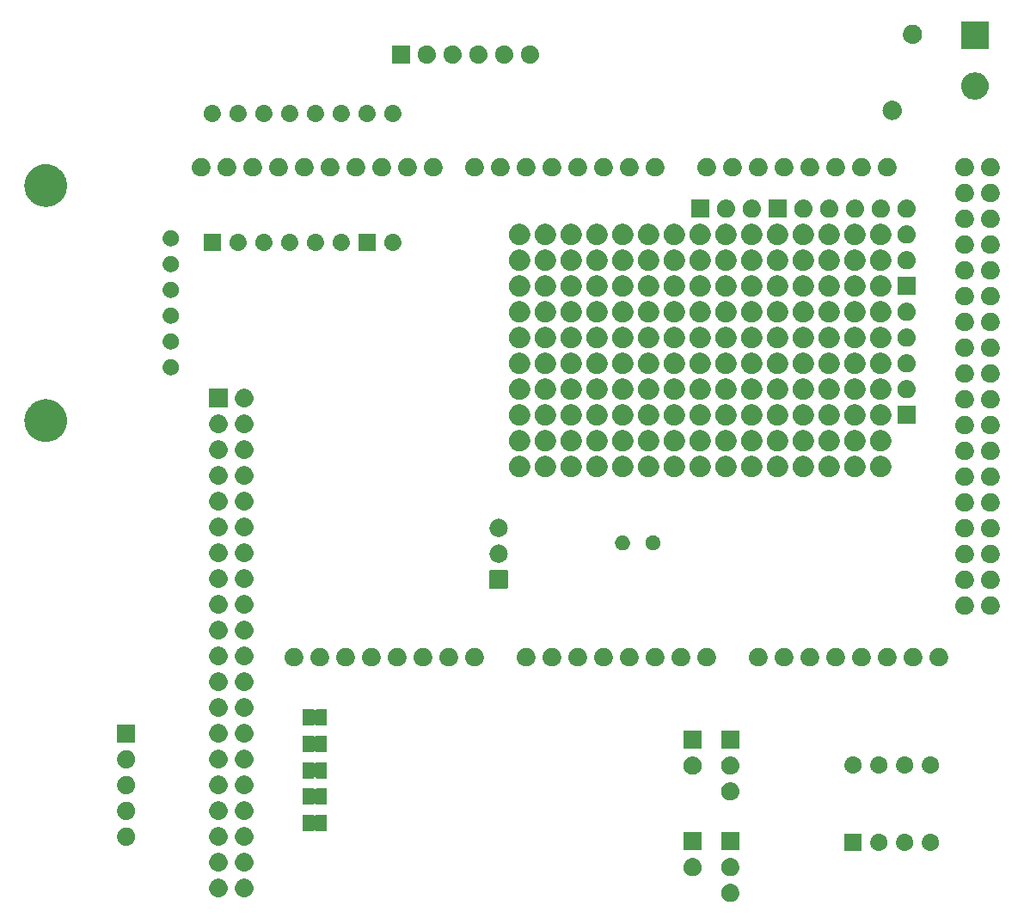
<source format=gbs>
%TF.GenerationSoftware,KiCad,Pcbnew,7.0.7*%
%TF.CreationDate,2024-01-30T18:09:48+01:00*%
%TF.ProjectId,v0.4.4c,76302e34-2e34-4632-9e6b-696361645f70,4c*%
%TF.SameCoordinates,Original*%
%TF.FileFunction,Soldermask,Bot*%
%TF.FilePolarity,Negative*%
%FSLAX46Y46*%
G04 Gerber Fmt 4.6, Leading zero omitted, Abs format (unit mm)*
G04 Created by KiCad (PCBNEW 7.0.7) date 2024-01-30 18:09:48*
%MOMM*%
%LPD*%
G01*
G04 APERTURE LIST*
G04 APERTURE END LIST*
G36*
X180943983Y-127583936D02*
G01*
X180994180Y-127583936D01*
X181037524Y-127593149D01*
X181075659Y-127596905D01*
X181123566Y-127611437D01*
X181178424Y-127623098D01*
X181213530Y-127638728D01*
X181244566Y-127648143D01*
X181293884Y-127674504D01*
X181350500Y-127699711D01*
X181376822Y-127718835D01*
X181400232Y-127731348D01*
X181447988Y-127770540D01*
X181502887Y-127810427D01*
X181520711Y-127830223D01*
X181536675Y-127843324D01*
X181579572Y-127895594D01*
X181628924Y-127950405D01*
X181639292Y-127968363D01*
X181648651Y-127979767D01*
X181683273Y-128044542D01*
X181723104Y-128113530D01*
X181727685Y-128127630D01*
X181731856Y-128135433D01*
X181754852Y-128211242D01*
X181781311Y-128292672D01*
X181782242Y-128301532D01*
X181783094Y-128304340D01*
X181791384Y-128388513D01*
X181801000Y-128480000D01*
X181791383Y-128571494D01*
X181783094Y-128655659D01*
X181782242Y-128658466D01*
X181781311Y-128667328D01*
X181754848Y-128748771D01*
X181731856Y-128824566D01*
X181727686Y-128832366D01*
X181723104Y-128846470D01*
X181683266Y-128915470D01*
X181648651Y-128980232D01*
X181639294Y-128991633D01*
X181628924Y-129009595D01*
X181579563Y-129064415D01*
X181536675Y-129116675D01*
X181520714Y-129129773D01*
X181502887Y-129149573D01*
X181447977Y-129189467D01*
X181400232Y-129228651D01*
X181376827Y-129241161D01*
X181350500Y-129260289D01*
X181293873Y-129285500D01*
X181244566Y-129311856D01*
X181213537Y-129321268D01*
X181178424Y-129336902D01*
X181123555Y-129348564D01*
X181075659Y-129363094D01*
X181037533Y-129366849D01*
X180994180Y-129376064D01*
X180943972Y-129376064D01*
X180899999Y-129380395D01*
X180856026Y-129376064D01*
X180805820Y-129376064D01*
X180762467Y-129366849D01*
X180724340Y-129363094D01*
X180676441Y-129348563D01*
X180621576Y-129336902D01*
X180586464Y-129321269D01*
X180555433Y-129311856D01*
X180506120Y-129285498D01*
X180449500Y-129260289D01*
X180423175Y-129241163D01*
X180399767Y-129228651D01*
X180352013Y-129189460D01*
X180297113Y-129149573D01*
X180279287Y-129129776D01*
X180263324Y-129116675D01*
X180220425Y-129064402D01*
X180171076Y-129009595D01*
X180160708Y-128991637D01*
X180151348Y-128980232D01*
X180116719Y-128915447D01*
X180076896Y-128846470D01*
X180072315Y-128832371D01*
X180068143Y-128824566D01*
X180045136Y-128748725D01*
X180018689Y-128667328D01*
X180017758Y-128658471D01*
X180016905Y-128655659D01*
X180008600Y-128571342D01*
X179999000Y-128480000D01*
X180008599Y-128388664D01*
X180016905Y-128304340D01*
X180017758Y-128301527D01*
X180018689Y-128292672D01*
X180045132Y-128211288D01*
X180068143Y-128135433D01*
X180072315Y-128127626D01*
X180076896Y-128113530D01*
X180116712Y-128044565D01*
X180151348Y-127979767D01*
X180160710Y-127968359D01*
X180171076Y-127950405D01*
X180220416Y-127895607D01*
X180263324Y-127843324D01*
X180279291Y-127830219D01*
X180297113Y-127810427D01*
X180352002Y-127770546D01*
X180399767Y-127731348D01*
X180423180Y-127718833D01*
X180449500Y-127699711D01*
X180506109Y-127674506D01*
X180555433Y-127648143D01*
X180586471Y-127638727D01*
X180621576Y-127623098D01*
X180676430Y-127611438D01*
X180724340Y-127596905D01*
X180762476Y-127593148D01*
X180805820Y-127583936D01*
X180856016Y-127583936D01*
X180899999Y-127579604D01*
X180943983Y-127583936D01*
G37*
G36*
X130544732Y-127090410D02*
G01*
X130595602Y-127090410D01*
X130639530Y-127099747D01*
X130678309Y-127103567D01*
X130727029Y-127118346D01*
X130782627Y-127130164D01*
X130818202Y-127146003D01*
X130849773Y-127155580D01*
X130899944Y-127182396D01*
X130957300Y-127207933D01*
X130983963Y-127227305D01*
X131007787Y-127240039D01*
X131056388Y-127279925D01*
X131111987Y-127320320D01*
X131130038Y-127340367D01*
X131146292Y-127353707D01*
X131189971Y-127406930D01*
X131239927Y-127462412D01*
X131250422Y-127480590D01*
X131259960Y-127492212D01*
X131295235Y-127558209D01*
X131335529Y-127627999D01*
X131340165Y-127642267D01*
X131344419Y-127650226D01*
X131367873Y-127727545D01*
X131394614Y-127809844D01*
X131395555Y-127818799D01*
X131396432Y-127821690D01*
X131404974Y-127908419D01*
X131414600Y-128000000D01*
X131404973Y-128091588D01*
X131396432Y-128178309D01*
X131395555Y-128181198D01*
X131394614Y-128190156D01*
X131367868Y-128272468D01*
X131344419Y-128349773D01*
X131340165Y-128357730D01*
X131335529Y-128372001D01*
X131295228Y-128441803D01*
X131259960Y-128507787D01*
X131250424Y-128519406D01*
X131239927Y-128537588D01*
X131189962Y-128593079D01*
X131146292Y-128646292D01*
X131130041Y-128659628D01*
X131111987Y-128679680D01*
X131056378Y-128720082D01*
X131007787Y-128759960D01*
X130983968Y-128772690D01*
X130957300Y-128792067D01*
X130899933Y-128817608D01*
X130849773Y-128844419D01*
X130818209Y-128853993D01*
X130782627Y-128869836D01*
X130727018Y-128881656D01*
X130678309Y-128896432D01*
X130639539Y-128900250D01*
X130595602Y-128909590D01*
X130544722Y-128909590D01*
X130500000Y-128913995D01*
X130455278Y-128909590D01*
X130404398Y-128909590D01*
X130360461Y-128900250D01*
X130321690Y-128896432D01*
X130272978Y-128881655D01*
X130217373Y-128869836D01*
X130181792Y-128853994D01*
X130150226Y-128844419D01*
X130100060Y-128817605D01*
X130042700Y-128792067D01*
X130016033Y-128772692D01*
X129992212Y-128759960D01*
X129943613Y-128720075D01*
X129888013Y-128679680D01*
X129869961Y-128659631D01*
X129853707Y-128646292D01*
X129810026Y-128593066D01*
X129760073Y-128537588D01*
X129749578Y-128519410D01*
X129740039Y-128507787D01*
X129704757Y-128441779D01*
X129664471Y-128372001D01*
X129659835Y-128357734D01*
X129655580Y-128349773D01*
X129632116Y-128272422D01*
X129605386Y-128190156D01*
X129604445Y-128181203D01*
X129603567Y-128178309D01*
X129595010Y-128091437D01*
X129585400Y-128000000D01*
X129595009Y-127908570D01*
X129603567Y-127821690D01*
X129604445Y-127818794D01*
X129605386Y-127809844D01*
X129632111Y-127727591D01*
X129655580Y-127650226D01*
X129659836Y-127642262D01*
X129664471Y-127627999D01*
X129704750Y-127558232D01*
X129740039Y-127492212D01*
X129749580Y-127480585D01*
X129760073Y-127462412D01*
X129810016Y-127406943D01*
X129853707Y-127353707D01*
X129869964Y-127340364D01*
X129888013Y-127320320D01*
X129943602Y-127279931D01*
X129992212Y-127240039D01*
X130016039Y-127227303D01*
X130042700Y-127207933D01*
X130100049Y-127182399D01*
X130150226Y-127155580D01*
X130181799Y-127146002D01*
X130217373Y-127130164D01*
X130272967Y-127118346D01*
X130321690Y-127103567D01*
X130360470Y-127099747D01*
X130404398Y-127090410D01*
X130455268Y-127090410D01*
X130500000Y-127086004D01*
X130544732Y-127090410D01*
G37*
G36*
X133084732Y-127090410D02*
G01*
X133135602Y-127090410D01*
X133179530Y-127099747D01*
X133218309Y-127103567D01*
X133267029Y-127118346D01*
X133322627Y-127130164D01*
X133358202Y-127146003D01*
X133389773Y-127155580D01*
X133439944Y-127182396D01*
X133497300Y-127207933D01*
X133523963Y-127227305D01*
X133547787Y-127240039D01*
X133596388Y-127279925D01*
X133651987Y-127320320D01*
X133670038Y-127340367D01*
X133686292Y-127353707D01*
X133729971Y-127406930D01*
X133779927Y-127462412D01*
X133790422Y-127480590D01*
X133799960Y-127492212D01*
X133835235Y-127558209D01*
X133875529Y-127627999D01*
X133880165Y-127642267D01*
X133884419Y-127650226D01*
X133907873Y-127727545D01*
X133934614Y-127809844D01*
X133935555Y-127818799D01*
X133936432Y-127821690D01*
X133944974Y-127908419D01*
X133954600Y-128000000D01*
X133944973Y-128091588D01*
X133936432Y-128178309D01*
X133935555Y-128181198D01*
X133934614Y-128190156D01*
X133907868Y-128272468D01*
X133884419Y-128349773D01*
X133880165Y-128357730D01*
X133875529Y-128372001D01*
X133835228Y-128441803D01*
X133799960Y-128507787D01*
X133790424Y-128519406D01*
X133779927Y-128537588D01*
X133729962Y-128593079D01*
X133686292Y-128646292D01*
X133670041Y-128659628D01*
X133651987Y-128679680D01*
X133596378Y-128720082D01*
X133547787Y-128759960D01*
X133523968Y-128772690D01*
X133497300Y-128792067D01*
X133439933Y-128817608D01*
X133389773Y-128844419D01*
X133358209Y-128853993D01*
X133322627Y-128869836D01*
X133267018Y-128881656D01*
X133218309Y-128896432D01*
X133179539Y-128900250D01*
X133135602Y-128909590D01*
X133084722Y-128909590D01*
X133040000Y-128913995D01*
X132995278Y-128909590D01*
X132944398Y-128909590D01*
X132900461Y-128900250D01*
X132861690Y-128896432D01*
X132812978Y-128881655D01*
X132757373Y-128869836D01*
X132721792Y-128853994D01*
X132690226Y-128844419D01*
X132640060Y-128817605D01*
X132582700Y-128792067D01*
X132556033Y-128772692D01*
X132532212Y-128759960D01*
X132483613Y-128720075D01*
X132428013Y-128679680D01*
X132409961Y-128659631D01*
X132393707Y-128646292D01*
X132350026Y-128593066D01*
X132300073Y-128537588D01*
X132289578Y-128519410D01*
X132280039Y-128507787D01*
X132244757Y-128441779D01*
X132204471Y-128372001D01*
X132199835Y-128357734D01*
X132195580Y-128349773D01*
X132172116Y-128272422D01*
X132145386Y-128190156D01*
X132144445Y-128181203D01*
X132143567Y-128178309D01*
X132135010Y-128091437D01*
X132125400Y-128000000D01*
X132135009Y-127908570D01*
X132143567Y-127821690D01*
X132144445Y-127818794D01*
X132145386Y-127809844D01*
X132172111Y-127727591D01*
X132195580Y-127650226D01*
X132199836Y-127642262D01*
X132204471Y-127627999D01*
X132244750Y-127558232D01*
X132280039Y-127492212D01*
X132289580Y-127480585D01*
X132300073Y-127462412D01*
X132350016Y-127406943D01*
X132393707Y-127353707D01*
X132409964Y-127340364D01*
X132428013Y-127320320D01*
X132483602Y-127279931D01*
X132532212Y-127240039D01*
X132556039Y-127227303D01*
X132582700Y-127207933D01*
X132640049Y-127182399D01*
X132690226Y-127155580D01*
X132721799Y-127146002D01*
X132757373Y-127130164D01*
X132812967Y-127118346D01*
X132861690Y-127103567D01*
X132900470Y-127099747D01*
X132944398Y-127090410D01*
X132995268Y-127090410D01*
X133040000Y-127086004D01*
X133084732Y-127090410D01*
G37*
G36*
X177243983Y-125043936D02*
G01*
X177294180Y-125043936D01*
X177337524Y-125053149D01*
X177375659Y-125056905D01*
X177423566Y-125071437D01*
X177478424Y-125083098D01*
X177513530Y-125098728D01*
X177544566Y-125108143D01*
X177593884Y-125134504D01*
X177650500Y-125159711D01*
X177676822Y-125178835D01*
X177700232Y-125191348D01*
X177747988Y-125230540D01*
X177802887Y-125270427D01*
X177820711Y-125290223D01*
X177836675Y-125303324D01*
X177879572Y-125355594D01*
X177928924Y-125410405D01*
X177939292Y-125428363D01*
X177948651Y-125439767D01*
X177983273Y-125504542D01*
X178023104Y-125573530D01*
X178027685Y-125587630D01*
X178031856Y-125595433D01*
X178054852Y-125671242D01*
X178081311Y-125752672D01*
X178082242Y-125761532D01*
X178083094Y-125764340D01*
X178091385Y-125848520D01*
X178101000Y-125940000D01*
X178091382Y-126031501D01*
X178083094Y-126115659D01*
X178082242Y-126118466D01*
X178081311Y-126127328D01*
X178054848Y-126208771D01*
X178031856Y-126284566D01*
X178027686Y-126292366D01*
X178023104Y-126306470D01*
X177983266Y-126375470D01*
X177948651Y-126440232D01*
X177939294Y-126451633D01*
X177928924Y-126469595D01*
X177879563Y-126524415D01*
X177836675Y-126576675D01*
X177820714Y-126589773D01*
X177802887Y-126609573D01*
X177747977Y-126649467D01*
X177700232Y-126688651D01*
X177676827Y-126701161D01*
X177650500Y-126720289D01*
X177593873Y-126745500D01*
X177544566Y-126771856D01*
X177513537Y-126781268D01*
X177478424Y-126796902D01*
X177423555Y-126808564D01*
X177375659Y-126823094D01*
X177337532Y-126826849D01*
X177294180Y-126836064D01*
X177243973Y-126836064D01*
X177200000Y-126840395D01*
X177156027Y-126836064D01*
X177105820Y-126836064D01*
X177062467Y-126826849D01*
X177024340Y-126823094D01*
X176976441Y-126808563D01*
X176921576Y-126796902D01*
X176886464Y-126781269D01*
X176855433Y-126771856D01*
X176806120Y-126745498D01*
X176749500Y-126720289D01*
X176723175Y-126701163D01*
X176699767Y-126688651D01*
X176652013Y-126649460D01*
X176597113Y-126609573D01*
X176579287Y-126589776D01*
X176563324Y-126576675D01*
X176520425Y-126524402D01*
X176471076Y-126469595D01*
X176460708Y-126451637D01*
X176451348Y-126440232D01*
X176416719Y-126375447D01*
X176376896Y-126306470D01*
X176372315Y-126292371D01*
X176368143Y-126284566D01*
X176345136Y-126208725D01*
X176318689Y-126127328D01*
X176317758Y-126118471D01*
X176316905Y-126115659D01*
X176308601Y-126031349D01*
X176299000Y-125940000D01*
X176308598Y-125848672D01*
X176316905Y-125764340D01*
X176317758Y-125761527D01*
X176318689Y-125752672D01*
X176345132Y-125671288D01*
X176368143Y-125595433D01*
X176372315Y-125587626D01*
X176376896Y-125573530D01*
X176416712Y-125504565D01*
X176451348Y-125439767D01*
X176460710Y-125428359D01*
X176471076Y-125410405D01*
X176520416Y-125355607D01*
X176563324Y-125303324D01*
X176579291Y-125290219D01*
X176597113Y-125270427D01*
X176652002Y-125230546D01*
X176699767Y-125191348D01*
X176723180Y-125178833D01*
X176749500Y-125159711D01*
X176806109Y-125134506D01*
X176855433Y-125108143D01*
X176886471Y-125098727D01*
X176921576Y-125083098D01*
X176976430Y-125071438D01*
X177024340Y-125056905D01*
X177062476Y-125053148D01*
X177105820Y-125043936D01*
X177156016Y-125043936D01*
X177200000Y-125039604D01*
X177243983Y-125043936D01*
G37*
G36*
X180943983Y-125043936D02*
G01*
X180994180Y-125043936D01*
X181037524Y-125053149D01*
X181075659Y-125056905D01*
X181123566Y-125071437D01*
X181178424Y-125083098D01*
X181213530Y-125098728D01*
X181244566Y-125108143D01*
X181293884Y-125134504D01*
X181350500Y-125159711D01*
X181376822Y-125178835D01*
X181400232Y-125191348D01*
X181447988Y-125230540D01*
X181502887Y-125270427D01*
X181520711Y-125290223D01*
X181536675Y-125303324D01*
X181579572Y-125355594D01*
X181628924Y-125410405D01*
X181639292Y-125428363D01*
X181648651Y-125439767D01*
X181683273Y-125504542D01*
X181723104Y-125573530D01*
X181727685Y-125587630D01*
X181731856Y-125595433D01*
X181754852Y-125671242D01*
X181781311Y-125752672D01*
X181782242Y-125761532D01*
X181783094Y-125764340D01*
X181791385Y-125848520D01*
X181801000Y-125940000D01*
X181791382Y-126031501D01*
X181783094Y-126115659D01*
X181782242Y-126118466D01*
X181781311Y-126127328D01*
X181754848Y-126208771D01*
X181731856Y-126284566D01*
X181727686Y-126292366D01*
X181723104Y-126306470D01*
X181683266Y-126375470D01*
X181648651Y-126440232D01*
X181639294Y-126451633D01*
X181628924Y-126469595D01*
X181579563Y-126524415D01*
X181536675Y-126576675D01*
X181520714Y-126589773D01*
X181502887Y-126609573D01*
X181447977Y-126649467D01*
X181400232Y-126688651D01*
X181376827Y-126701161D01*
X181350500Y-126720289D01*
X181293873Y-126745500D01*
X181244566Y-126771856D01*
X181213537Y-126781268D01*
X181178424Y-126796902D01*
X181123555Y-126808564D01*
X181075659Y-126823094D01*
X181037533Y-126826849D01*
X180994180Y-126836064D01*
X180943972Y-126836064D01*
X180899999Y-126840395D01*
X180856026Y-126836064D01*
X180805820Y-126836064D01*
X180762467Y-126826849D01*
X180724340Y-126823094D01*
X180676441Y-126808563D01*
X180621576Y-126796902D01*
X180586464Y-126781269D01*
X180555433Y-126771856D01*
X180506120Y-126745498D01*
X180449500Y-126720289D01*
X180423175Y-126701163D01*
X180399767Y-126688651D01*
X180352013Y-126649460D01*
X180297113Y-126609573D01*
X180279287Y-126589776D01*
X180263324Y-126576675D01*
X180220425Y-126524402D01*
X180171076Y-126469595D01*
X180160708Y-126451637D01*
X180151348Y-126440232D01*
X180116719Y-126375447D01*
X180076896Y-126306470D01*
X180072315Y-126292371D01*
X180068143Y-126284566D01*
X180045136Y-126208725D01*
X180018689Y-126127328D01*
X180017758Y-126118471D01*
X180016905Y-126115659D01*
X180008601Y-126031349D01*
X179999000Y-125940000D01*
X180008598Y-125848672D01*
X180016905Y-125764340D01*
X180017758Y-125761527D01*
X180018689Y-125752672D01*
X180045132Y-125671288D01*
X180068143Y-125595433D01*
X180072315Y-125587626D01*
X180076896Y-125573530D01*
X180116712Y-125504565D01*
X180151348Y-125439767D01*
X180160710Y-125428359D01*
X180171076Y-125410405D01*
X180220416Y-125355607D01*
X180263324Y-125303324D01*
X180279291Y-125290219D01*
X180297113Y-125270427D01*
X180352002Y-125230546D01*
X180399767Y-125191348D01*
X180423180Y-125178833D01*
X180449500Y-125159711D01*
X180506109Y-125134506D01*
X180555433Y-125108143D01*
X180586471Y-125098727D01*
X180621576Y-125083098D01*
X180676430Y-125071438D01*
X180724340Y-125056905D01*
X180762476Y-125053148D01*
X180805820Y-125043936D01*
X180856016Y-125043936D01*
X180899999Y-125039604D01*
X180943983Y-125043936D01*
G37*
G36*
X130544732Y-124550410D02*
G01*
X130595602Y-124550410D01*
X130639530Y-124559747D01*
X130678309Y-124563567D01*
X130727029Y-124578346D01*
X130782627Y-124590164D01*
X130818202Y-124606003D01*
X130849773Y-124615580D01*
X130899944Y-124642396D01*
X130957300Y-124667933D01*
X130983963Y-124687305D01*
X131007787Y-124700039D01*
X131056388Y-124739925D01*
X131111987Y-124780320D01*
X131130038Y-124800367D01*
X131146292Y-124813707D01*
X131189971Y-124866930D01*
X131239927Y-124922412D01*
X131250422Y-124940590D01*
X131259960Y-124952212D01*
X131295235Y-125018209D01*
X131335529Y-125087999D01*
X131340165Y-125102267D01*
X131344419Y-125110226D01*
X131367873Y-125187545D01*
X131394614Y-125269844D01*
X131395555Y-125278799D01*
X131396432Y-125281690D01*
X131404974Y-125368419D01*
X131414600Y-125460000D01*
X131404973Y-125551588D01*
X131396432Y-125638309D01*
X131395555Y-125641198D01*
X131394614Y-125650156D01*
X131367868Y-125732468D01*
X131344419Y-125809773D01*
X131340165Y-125817730D01*
X131335529Y-125832001D01*
X131295228Y-125901803D01*
X131259960Y-125967787D01*
X131250424Y-125979406D01*
X131239927Y-125997588D01*
X131189962Y-126053079D01*
X131146292Y-126106292D01*
X131130041Y-126119628D01*
X131111987Y-126139680D01*
X131056378Y-126180082D01*
X131007787Y-126219960D01*
X130983968Y-126232690D01*
X130957300Y-126252067D01*
X130899933Y-126277608D01*
X130849773Y-126304419D01*
X130818209Y-126313993D01*
X130782627Y-126329836D01*
X130727018Y-126341656D01*
X130678309Y-126356432D01*
X130639539Y-126360250D01*
X130595602Y-126369590D01*
X130544722Y-126369590D01*
X130500000Y-126373995D01*
X130455278Y-126369590D01*
X130404398Y-126369590D01*
X130360461Y-126360250D01*
X130321690Y-126356432D01*
X130272978Y-126341655D01*
X130217373Y-126329836D01*
X130181792Y-126313994D01*
X130150226Y-126304419D01*
X130100060Y-126277605D01*
X130042700Y-126252067D01*
X130016033Y-126232692D01*
X129992212Y-126219960D01*
X129943613Y-126180075D01*
X129888013Y-126139680D01*
X129869961Y-126119631D01*
X129853707Y-126106292D01*
X129810026Y-126053066D01*
X129760073Y-125997588D01*
X129749578Y-125979410D01*
X129740039Y-125967787D01*
X129704757Y-125901779D01*
X129664471Y-125832001D01*
X129659835Y-125817734D01*
X129655580Y-125809773D01*
X129632116Y-125732422D01*
X129605386Y-125650156D01*
X129604445Y-125641203D01*
X129603567Y-125638309D01*
X129595010Y-125551437D01*
X129585400Y-125460000D01*
X129595009Y-125368570D01*
X129603567Y-125281690D01*
X129604445Y-125278794D01*
X129605386Y-125269844D01*
X129632111Y-125187591D01*
X129655580Y-125110226D01*
X129659836Y-125102262D01*
X129664471Y-125087999D01*
X129704750Y-125018232D01*
X129740039Y-124952212D01*
X129749580Y-124940585D01*
X129760073Y-124922412D01*
X129810016Y-124866943D01*
X129853707Y-124813707D01*
X129869964Y-124800364D01*
X129888013Y-124780320D01*
X129943602Y-124739931D01*
X129992212Y-124700039D01*
X130016039Y-124687303D01*
X130042700Y-124667933D01*
X130100049Y-124642399D01*
X130150226Y-124615580D01*
X130181799Y-124606002D01*
X130217373Y-124590164D01*
X130272967Y-124578346D01*
X130321690Y-124563567D01*
X130360470Y-124559747D01*
X130404398Y-124550410D01*
X130455268Y-124550410D01*
X130500000Y-124546004D01*
X130544732Y-124550410D01*
G37*
G36*
X133084732Y-124550410D02*
G01*
X133135602Y-124550410D01*
X133179530Y-124559747D01*
X133218309Y-124563567D01*
X133267029Y-124578346D01*
X133322627Y-124590164D01*
X133358202Y-124606003D01*
X133389773Y-124615580D01*
X133439944Y-124642396D01*
X133497300Y-124667933D01*
X133523963Y-124687305D01*
X133547787Y-124700039D01*
X133596388Y-124739925D01*
X133651987Y-124780320D01*
X133670038Y-124800367D01*
X133686292Y-124813707D01*
X133729971Y-124866930D01*
X133779927Y-124922412D01*
X133790422Y-124940590D01*
X133799960Y-124952212D01*
X133835235Y-125018209D01*
X133875529Y-125087999D01*
X133880165Y-125102267D01*
X133884419Y-125110226D01*
X133907873Y-125187545D01*
X133934614Y-125269844D01*
X133935555Y-125278799D01*
X133936432Y-125281690D01*
X133944974Y-125368419D01*
X133954600Y-125460000D01*
X133944973Y-125551588D01*
X133936432Y-125638309D01*
X133935555Y-125641198D01*
X133934614Y-125650156D01*
X133907868Y-125732468D01*
X133884419Y-125809773D01*
X133880165Y-125817730D01*
X133875529Y-125832001D01*
X133835228Y-125901803D01*
X133799960Y-125967787D01*
X133790424Y-125979406D01*
X133779927Y-125997588D01*
X133729962Y-126053079D01*
X133686292Y-126106292D01*
X133670041Y-126119628D01*
X133651987Y-126139680D01*
X133596378Y-126180082D01*
X133547787Y-126219960D01*
X133523968Y-126232690D01*
X133497300Y-126252067D01*
X133439933Y-126277608D01*
X133389773Y-126304419D01*
X133358209Y-126313993D01*
X133322627Y-126329836D01*
X133267018Y-126341656D01*
X133218309Y-126356432D01*
X133179539Y-126360250D01*
X133135602Y-126369590D01*
X133084722Y-126369590D01*
X133040000Y-126373995D01*
X132995278Y-126369590D01*
X132944398Y-126369590D01*
X132900461Y-126360250D01*
X132861690Y-126356432D01*
X132812978Y-126341655D01*
X132757373Y-126329836D01*
X132721792Y-126313994D01*
X132690226Y-126304419D01*
X132640060Y-126277605D01*
X132582700Y-126252067D01*
X132556033Y-126232692D01*
X132532212Y-126219960D01*
X132483613Y-126180075D01*
X132428013Y-126139680D01*
X132409961Y-126119631D01*
X132393707Y-126106292D01*
X132350026Y-126053066D01*
X132300073Y-125997588D01*
X132289578Y-125979410D01*
X132280039Y-125967787D01*
X132244757Y-125901779D01*
X132204471Y-125832001D01*
X132199835Y-125817734D01*
X132195580Y-125809773D01*
X132172116Y-125732422D01*
X132145386Y-125650156D01*
X132144445Y-125641203D01*
X132143567Y-125638309D01*
X132135010Y-125551437D01*
X132125400Y-125460000D01*
X132135009Y-125368570D01*
X132143567Y-125281690D01*
X132144445Y-125278794D01*
X132145386Y-125269844D01*
X132172111Y-125187591D01*
X132195580Y-125110226D01*
X132199836Y-125102262D01*
X132204471Y-125087999D01*
X132244750Y-125018232D01*
X132280039Y-124952212D01*
X132289580Y-124940585D01*
X132300073Y-124922412D01*
X132350016Y-124866943D01*
X132393707Y-124813707D01*
X132409964Y-124800364D01*
X132428013Y-124780320D01*
X132483602Y-124739931D01*
X132532212Y-124700039D01*
X132556039Y-124687303D01*
X132582700Y-124667933D01*
X132640049Y-124642399D01*
X132690226Y-124615580D01*
X132721799Y-124606002D01*
X132757373Y-124590164D01*
X132812967Y-124578346D01*
X132861690Y-124563567D01*
X132900470Y-124559747D01*
X132944398Y-124550410D01*
X132995268Y-124550410D01*
X133040000Y-124546004D01*
X133084732Y-124550410D01*
G37*
G36*
X193819517Y-122652882D02*
G01*
X193836062Y-122663938D01*
X193847118Y-122680483D01*
X193851000Y-122700000D01*
X193851000Y-124300000D01*
X193847118Y-124319517D01*
X193836062Y-124336062D01*
X193819517Y-124347118D01*
X193800000Y-124351000D01*
X192200000Y-124351000D01*
X192180483Y-124347118D01*
X192163938Y-124336062D01*
X192152882Y-124319517D01*
X192149000Y-124300000D01*
X192149000Y-122700000D01*
X192152882Y-122680483D01*
X192163938Y-122663938D01*
X192180483Y-122652882D01*
X192200000Y-122649000D01*
X193800000Y-122649000D01*
X193819517Y-122652882D01*
G37*
G36*
X195581198Y-122653662D02*
G01*
X195628954Y-122653662D01*
X195670194Y-122662427D01*
X195705901Y-122665945D01*
X195750759Y-122679552D01*
X195802973Y-122690651D01*
X195836384Y-122705526D01*
X195865435Y-122714339D01*
X195911602Y-122739015D01*
X195965500Y-122763012D01*
X195990554Y-122781215D01*
X196012453Y-122792920D01*
X196057128Y-122829584D01*
X196109430Y-122867584D01*
X196126411Y-122886443D01*
X196141320Y-122898679D01*
X196181387Y-122947501D01*
X196228473Y-122999795D01*
X196238364Y-123016927D01*
X196247079Y-123027546D01*
X196279306Y-123087840D01*
X196317427Y-123153867D01*
X196321813Y-123167368D01*
X196325660Y-123174564D01*
X196346861Y-123244455D01*
X196372404Y-123323067D01*
X196373303Y-123331623D01*
X196374054Y-123334098D01*
X196381371Y-123408389D01*
X196391000Y-123500000D01*
X196381370Y-123591619D01*
X196374054Y-123665901D01*
X196373303Y-123668375D01*
X196372404Y-123676933D01*
X196346856Y-123755558D01*
X196325660Y-123825435D01*
X196321814Y-123832629D01*
X196317427Y-123846133D01*
X196279299Y-123912172D01*
X196247079Y-123972453D01*
X196238366Y-123983069D01*
X196228473Y-124000205D01*
X196181378Y-124052509D01*
X196141320Y-124101320D01*
X196126414Y-124113552D01*
X196109430Y-124132416D01*
X196057118Y-124170423D01*
X196012453Y-124207079D01*
X195990559Y-124218780D01*
X195965500Y-124236988D01*
X195911591Y-124260989D01*
X195865435Y-124285660D01*
X195836391Y-124294470D01*
X195802973Y-124309349D01*
X195750748Y-124320449D01*
X195705901Y-124334054D01*
X195670203Y-124337570D01*
X195628954Y-124346338D01*
X195581188Y-124346338D01*
X195540000Y-124350395D01*
X195498811Y-124346338D01*
X195451046Y-124346338D01*
X195409797Y-124337570D01*
X195374098Y-124334054D01*
X195329248Y-124320448D01*
X195277027Y-124309349D01*
X195243610Y-124294471D01*
X195214564Y-124285660D01*
X195168402Y-124260986D01*
X195114500Y-124236988D01*
X195089443Y-124218783D01*
X195067546Y-124207079D01*
X195022873Y-124170416D01*
X194970570Y-124132416D01*
X194953588Y-124113555D01*
X194938679Y-124101320D01*
X194898610Y-124052496D01*
X194851527Y-124000205D01*
X194841636Y-123983073D01*
X194832920Y-123972453D01*
X194800687Y-123912148D01*
X194762573Y-123846133D01*
X194758186Y-123832634D01*
X194754339Y-123825435D01*
X194733128Y-123755512D01*
X194707596Y-123676933D01*
X194706697Y-123668380D01*
X194705945Y-123665901D01*
X194698613Y-123591467D01*
X194689000Y-123500000D01*
X194698612Y-123408540D01*
X194705945Y-123334098D01*
X194706697Y-123331618D01*
X194707596Y-123323067D01*
X194733123Y-123244502D01*
X194754339Y-123174564D01*
X194758187Y-123167363D01*
X194762573Y-123153867D01*
X194800680Y-123087863D01*
X194832920Y-123027546D01*
X194841638Y-123016923D01*
X194851527Y-122999795D01*
X194898601Y-122947513D01*
X194938679Y-122898679D01*
X194953591Y-122886440D01*
X194970570Y-122867584D01*
X195022862Y-122829591D01*
X195067546Y-122792920D01*
X195089448Y-122781213D01*
X195114500Y-122763012D01*
X195168391Y-122739018D01*
X195214564Y-122714339D01*
X195243617Y-122705525D01*
X195277027Y-122690651D01*
X195329237Y-122679553D01*
X195374098Y-122665945D01*
X195409806Y-122662427D01*
X195451046Y-122653662D01*
X195498800Y-122653662D01*
X195539999Y-122649604D01*
X195581198Y-122653662D01*
G37*
G36*
X198121199Y-122653662D02*
G01*
X198168954Y-122653662D01*
X198210194Y-122662427D01*
X198245901Y-122665945D01*
X198290759Y-122679552D01*
X198342973Y-122690651D01*
X198376384Y-122705526D01*
X198405435Y-122714339D01*
X198451602Y-122739015D01*
X198505500Y-122763012D01*
X198530554Y-122781215D01*
X198552453Y-122792920D01*
X198597128Y-122829584D01*
X198649430Y-122867584D01*
X198666411Y-122886443D01*
X198681320Y-122898679D01*
X198721387Y-122947501D01*
X198768473Y-122999795D01*
X198778364Y-123016927D01*
X198787079Y-123027546D01*
X198819306Y-123087840D01*
X198857427Y-123153867D01*
X198861813Y-123167368D01*
X198865660Y-123174564D01*
X198886861Y-123244455D01*
X198912404Y-123323067D01*
X198913303Y-123331623D01*
X198914054Y-123334098D01*
X198921371Y-123408389D01*
X198931000Y-123500000D01*
X198921370Y-123591619D01*
X198914054Y-123665901D01*
X198913303Y-123668375D01*
X198912404Y-123676933D01*
X198886856Y-123755558D01*
X198865660Y-123825435D01*
X198861814Y-123832629D01*
X198857427Y-123846133D01*
X198819299Y-123912172D01*
X198787079Y-123972453D01*
X198778366Y-123983069D01*
X198768473Y-124000205D01*
X198721378Y-124052509D01*
X198681320Y-124101320D01*
X198666414Y-124113552D01*
X198649430Y-124132416D01*
X198597118Y-124170423D01*
X198552453Y-124207079D01*
X198530559Y-124218780D01*
X198505500Y-124236988D01*
X198451591Y-124260989D01*
X198405435Y-124285660D01*
X198376391Y-124294470D01*
X198342973Y-124309349D01*
X198290748Y-124320449D01*
X198245901Y-124334054D01*
X198210203Y-124337570D01*
X198168954Y-124346338D01*
X198121188Y-124346338D01*
X198080000Y-124350395D01*
X198038811Y-124346338D01*
X197991046Y-124346338D01*
X197949797Y-124337570D01*
X197914098Y-124334054D01*
X197869248Y-124320448D01*
X197817027Y-124309349D01*
X197783610Y-124294471D01*
X197754564Y-124285660D01*
X197708402Y-124260986D01*
X197654500Y-124236988D01*
X197629443Y-124218783D01*
X197607546Y-124207079D01*
X197562873Y-124170416D01*
X197510570Y-124132416D01*
X197493588Y-124113555D01*
X197478679Y-124101320D01*
X197438610Y-124052496D01*
X197391527Y-124000205D01*
X197381636Y-123983073D01*
X197372920Y-123972453D01*
X197340687Y-123912148D01*
X197302573Y-123846133D01*
X197298186Y-123832634D01*
X197294339Y-123825435D01*
X197273128Y-123755512D01*
X197247596Y-123676933D01*
X197246697Y-123668380D01*
X197245945Y-123665901D01*
X197238613Y-123591467D01*
X197229000Y-123500000D01*
X197238612Y-123408540D01*
X197245945Y-123334098D01*
X197246697Y-123331618D01*
X197247596Y-123323067D01*
X197273123Y-123244502D01*
X197294339Y-123174564D01*
X197298187Y-123167363D01*
X197302573Y-123153867D01*
X197340680Y-123087863D01*
X197372920Y-123027546D01*
X197381638Y-123016923D01*
X197391527Y-122999795D01*
X197438601Y-122947513D01*
X197478679Y-122898679D01*
X197493591Y-122886440D01*
X197510570Y-122867584D01*
X197562862Y-122829591D01*
X197607546Y-122792920D01*
X197629448Y-122781213D01*
X197654500Y-122763012D01*
X197708391Y-122739018D01*
X197754564Y-122714339D01*
X197783617Y-122705525D01*
X197817027Y-122690651D01*
X197869237Y-122679553D01*
X197914098Y-122665945D01*
X197949806Y-122662427D01*
X197991046Y-122653662D01*
X198038801Y-122653662D01*
X198080000Y-122649604D01*
X198121199Y-122653662D01*
G37*
G36*
X200661198Y-122653662D02*
G01*
X200708954Y-122653662D01*
X200750194Y-122662427D01*
X200785901Y-122665945D01*
X200830759Y-122679552D01*
X200882973Y-122690651D01*
X200916384Y-122705526D01*
X200945435Y-122714339D01*
X200991602Y-122739015D01*
X201045500Y-122763012D01*
X201070554Y-122781215D01*
X201092453Y-122792920D01*
X201137128Y-122829584D01*
X201189430Y-122867584D01*
X201206411Y-122886443D01*
X201221320Y-122898679D01*
X201261387Y-122947501D01*
X201308473Y-122999795D01*
X201318364Y-123016927D01*
X201327079Y-123027546D01*
X201359306Y-123087840D01*
X201397427Y-123153867D01*
X201401813Y-123167368D01*
X201405660Y-123174564D01*
X201426861Y-123244455D01*
X201452404Y-123323067D01*
X201453303Y-123331623D01*
X201454054Y-123334098D01*
X201461371Y-123408389D01*
X201471000Y-123500000D01*
X201461370Y-123591619D01*
X201454054Y-123665901D01*
X201453303Y-123668375D01*
X201452404Y-123676933D01*
X201426856Y-123755558D01*
X201405660Y-123825435D01*
X201401814Y-123832629D01*
X201397427Y-123846133D01*
X201359299Y-123912172D01*
X201327079Y-123972453D01*
X201318366Y-123983069D01*
X201308473Y-124000205D01*
X201261378Y-124052509D01*
X201221320Y-124101320D01*
X201206414Y-124113552D01*
X201189430Y-124132416D01*
X201137118Y-124170423D01*
X201092453Y-124207079D01*
X201070559Y-124218780D01*
X201045500Y-124236988D01*
X200991591Y-124260989D01*
X200945435Y-124285660D01*
X200916391Y-124294470D01*
X200882973Y-124309349D01*
X200830748Y-124320449D01*
X200785901Y-124334054D01*
X200750203Y-124337570D01*
X200708954Y-124346338D01*
X200661188Y-124346338D01*
X200620000Y-124350395D01*
X200578811Y-124346338D01*
X200531046Y-124346338D01*
X200489797Y-124337570D01*
X200454098Y-124334054D01*
X200409248Y-124320448D01*
X200357027Y-124309349D01*
X200323610Y-124294471D01*
X200294564Y-124285660D01*
X200248402Y-124260986D01*
X200194500Y-124236988D01*
X200169443Y-124218783D01*
X200147546Y-124207079D01*
X200102873Y-124170416D01*
X200050570Y-124132416D01*
X200033588Y-124113555D01*
X200018679Y-124101320D01*
X199978610Y-124052496D01*
X199931527Y-124000205D01*
X199921636Y-123983073D01*
X199912920Y-123972453D01*
X199880687Y-123912148D01*
X199842573Y-123846133D01*
X199838186Y-123832634D01*
X199834339Y-123825435D01*
X199813128Y-123755512D01*
X199787596Y-123676933D01*
X199786697Y-123668380D01*
X199785945Y-123665901D01*
X199778613Y-123591467D01*
X199769000Y-123500000D01*
X199778612Y-123408540D01*
X199785945Y-123334098D01*
X199786697Y-123331618D01*
X199787596Y-123323067D01*
X199813123Y-123244502D01*
X199834339Y-123174564D01*
X199838187Y-123167363D01*
X199842573Y-123153867D01*
X199880680Y-123087863D01*
X199912920Y-123027546D01*
X199921638Y-123016923D01*
X199931527Y-122999795D01*
X199978601Y-122947513D01*
X200018679Y-122898679D01*
X200033591Y-122886440D01*
X200050570Y-122867584D01*
X200102862Y-122829591D01*
X200147546Y-122792920D01*
X200169448Y-122781213D01*
X200194500Y-122763012D01*
X200248391Y-122739018D01*
X200294564Y-122714339D01*
X200323617Y-122705525D01*
X200357027Y-122690651D01*
X200409237Y-122679553D01*
X200454098Y-122665945D01*
X200489806Y-122662427D01*
X200531046Y-122653662D01*
X200578800Y-122653662D01*
X200619999Y-122649604D01*
X200661198Y-122653662D01*
G37*
G36*
X178069517Y-122502882D02*
G01*
X178086062Y-122513938D01*
X178097118Y-122530483D01*
X178101000Y-122550000D01*
X178101000Y-124250000D01*
X178097118Y-124269517D01*
X178086062Y-124286062D01*
X178069517Y-124297118D01*
X178050000Y-124301000D01*
X176350000Y-124301000D01*
X176330483Y-124297118D01*
X176313938Y-124286062D01*
X176302882Y-124269517D01*
X176299000Y-124250000D01*
X176299000Y-122550000D01*
X176302882Y-122530483D01*
X176313938Y-122513938D01*
X176330483Y-122502882D01*
X176350000Y-122499000D01*
X178050000Y-122499000D01*
X178069517Y-122502882D01*
G37*
G36*
X181769517Y-122502882D02*
G01*
X181786062Y-122513938D01*
X181797118Y-122530483D01*
X181801000Y-122550000D01*
X181801000Y-124250000D01*
X181797118Y-124269517D01*
X181786062Y-124286062D01*
X181769517Y-124297118D01*
X181750000Y-124301000D01*
X180050000Y-124301000D01*
X180030483Y-124297118D01*
X180013938Y-124286062D01*
X180002882Y-124269517D01*
X179999000Y-124250000D01*
X179999000Y-122550000D01*
X180002882Y-122530483D01*
X180013938Y-122513938D01*
X180030483Y-122502882D01*
X180050000Y-122499000D01*
X181750000Y-122499000D01*
X181769517Y-122502882D01*
G37*
G36*
X121455983Y-122039936D02*
G01*
X121506180Y-122039936D01*
X121549524Y-122049149D01*
X121587659Y-122052905D01*
X121635566Y-122067437D01*
X121690424Y-122079098D01*
X121725530Y-122094728D01*
X121756566Y-122104143D01*
X121805884Y-122130504D01*
X121862500Y-122155711D01*
X121888822Y-122174835D01*
X121912232Y-122187348D01*
X121959988Y-122226540D01*
X122014887Y-122266427D01*
X122032711Y-122286223D01*
X122048675Y-122299324D01*
X122091572Y-122351594D01*
X122140924Y-122406405D01*
X122151292Y-122424363D01*
X122160651Y-122435767D01*
X122195273Y-122500542D01*
X122235104Y-122569530D01*
X122239685Y-122583630D01*
X122243856Y-122591433D01*
X122266852Y-122667242D01*
X122293311Y-122748672D01*
X122294242Y-122757532D01*
X122295094Y-122760340D01*
X122303384Y-122844513D01*
X122313000Y-122936000D01*
X122303383Y-123027494D01*
X122295094Y-123111659D01*
X122294242Y-123114466D01*
X122293311Y-123123328D01*
X122266848Y-123204771D01*
X122243856Y-123280566D01*
X122239686Y-123288366D01*
X122235104Y-123302470D01*
X122195266Y-123371470D01*
X122160651Y-123436232D01*
X122151294Y-123447633D01*
X122140924Y-123465595D01*
X122091563Y-123520415D01*
X122048675Y-123572675D01*
X122032714Y-123585773D01*
X122014887Y-123605573D01*
X121959977Y-123645467D01*
X121912232Y-123684651D01*
X121888827Y-123697161D01*
X121862500Y-123716289D01*
X121805873Y-123741500D01*
X121756566Y-123767856D01*
X121725537Y-123777268D01*
X121690424Y-123792902D01*
X121635555Y-123804564D01*
X121587659Y-123819094D01*
X121549532Y-123822849D01*
X121506180Y-123832064D01*
X121455973Y-123832064D01*
X121412000Y-123836395D01*
X121368027Y-123832064D01*
X121317820Y-123832064D01*
X121274467Y-123822849D01*
X121236340Y-123819094D01*
X121188441Y-123804563D01*
X121133576Y-123792902D01*
X121098464Y-123777269D01*
X121067433Y-123767856D01*
X121018120Y-123741498D01*
X120961500Y-123716289D01*
X120935175Y-123697163D01*
X120911767Y-123684651D01*
X120864013Y-123645460D01*
X120809113Y-123605573D01*
X120791287Y-123585776D01*
X120775324Y-123572675D01*
X120732425Y-123520402D01*
X120683076Y-123465595D01*
X120672708Y-123447637D01*
X120663348Y-123436232D01*
X120628719Y-123371447D01*
X120588896Y-123302470D01*
X120584315Y-123288371D01*
X120580143Y-123280566D01*
X120557136Y-123204725D01*
X120530689Y-123123328D01*
X120529758Y-123114471D01*
X120528905Y-123111659D01*
X120520600Y-123027342D01*
X120511000Y-122936000D01*
X120520599Y-122844664D01*
X120528905Y-122760340D01*
X120529758Y-122757527D01*
X120530689Y-122748672D01*
X120557132Y-122667288D01*
X120580143Y-122591433D01*
X120584315Y-122583626D01*
X120588896Y-122569530D01*
X120628712Y-122500565D01*
X120663348Y-122435767D01*
X120672710Y-122424359D01*
X120683076Y-122406405D01*
X120732416Y-122351607D01*
X120775324Y-122299324D01*
X120791291Y-122286219D01*
X120809113Y-122266427D01*
X120864002Y-122226546D01*
X120911767Y-122187348D01*
X120935180Y-122174833D01*
X120961500Y-122155711D01*
X121018109Y-122130506D01*
X121067433Y-122104143D01*
X121098471Y-122094727D01*
X121133576Y-122079098D01*
X121188430Y-122067438D01*
X121236340Y-122052905D01*
X121274476Y-122049148D01*
X121317820Y-122039936D01*
X121368016Y-122039936D01*
X121412000Y-122035604D01*
X121455983Y-122039936D01*
G37*
G36*
X130544732Y-122010410D02*
G01*
X130595602Y-122010410D01*
X130639530Y-122019747D01*
X130678309Y-122023567D01*
X130727029Y-122038346D01*
X130782627Y-122050164D01*
X130818202Y-122066003D01*
X130849773Y-122075580D01*
X130899944Y-122102396D01*
X130957300Y-122127933D01*
X130983963Y-122147305D01*
X131007787Y-122160039D01*
X131056388Y-122199925D01*
X131111987Y-122240320D01*
X131130038Y-122260367D01*
X131146292Y-122273707D01*
X131189971Y-122326930D01*
X131239927Y-122382412D01*
X131250422Y-122400590D01*
X131259960Y-122412212D01*
X131295235Y-122478209D01*
X131335529Y-122547999D01*
X131340165Y-122562267D01*
X131344419Y-122570226D01*
X131367873Y-122647545D01*
X131394614Y-122729844D01*
X131395555Y-122738799D01*
X131396432Y-122741690D01*
X131404974Y-122828419D01*
X131414600Y-122920000D01*
X131404973Y-123011588D01*
X131396432Y-123098309D01*
X131395555Y-123101198D01*
X131394614Y-123110156D01*
X131367868Y-123192468D01*
X131344419Y-123269773D01*
X131340165Y-123277730D01*
X131335529Y-123292001D01*
X131295228Y-123361803D01*
X131259960Y-123427787D01*
X131250424Y-123439406D01*
X131239927Y-123457588D01*
X131189962Y-123513079D01*
X131146292Y-123566292D01*
X131130041Y-123579628D01*
X131111987Y-123599680D01*
X131056378Y-123640082D01*
X131007787Y-123679960D01*
X130983968Y-123692690D01*
X130957300Y-123712067D01*
X130899933Y-123737608D01*
X130849773Y-123764419D01*
X130818209Y-123773993D01*
X130782627Y-123789836D01*
X130727018Y-123801656D01*
X130678309Y-123816432D01*
X130639539Y-123820250D01*
X130595602Y-123829590D01*
X130544722Y-123829590D01*
X130500000Y-123833995D01*
X130455278Y-123829590D01*
X130404398Y-123829590D01*
X130360461Y-123820250D01*
X130321690Y-123816432D01*
X130272978Y-123801655D01*
X130217373Y-123789836D01*
X130181792Y-123773994D01*
X130150226Y-123764419D01*
X130100060Y-123737605D01*
X130042700Y-123712067D01*
X130016033Y-123692692D01*
X129992212Y-123679960D01*
X129943613Y-123640075D01*
X129888013Y-123599680D01*
X129869961Y-123579631D01*
X129853707Y-123566292D01*
X129810026Y-123513066D01*
X129760073Y-123457588D01*
X129749578Y-123439410D01*
X129740039Y-123427787D01*
X129704757Y-123361779D01*
X129664471Y-123292001D01*
X129659835Y-123277734D01*
X129655580Y-123269773D01*
X129632116Y-123192422D01*
X129605386Y-123110156D01*
X129604445Y-123101203D01*
X129603567Y-123098309D01*
X129595010Y-123011437D01*
X129585400Y-122920000D01*
X129595009Y-122828570D01*
X129603567Y-122741690D01*
X129604445Y-122738794D01*
X129605386Y-122729844D01*
X129632111Y-122647591D01*
X129655580Y-122570226D01*
X129659836Y-122562262D01*
X129664471Y-122547999D01*
X129704750Y-122478232D01*
X129740039Y-122412212D01*
X129749580Y-122400585D01*
X129760073Y-122382412D01*
X129810016Y-122326943D01*
X129853707Y-122273707D01*
X129869964Y-122260364D01*
X129888013Y-122240320D01*
X129943602Y-122199931D01*
X129992212Y-122160039D01*
X130016039Y-122147303D01*
X130042700Y-122127933D01*
X130100049Y-122102399D01*
X130150226Y-122075580D01*
X130181799Y-122066002D01*
X130217373Y-122050164D01*
X130272967Y-122038346D01*
X130321690Y-122023567D01*
X130360470Y-122019747D01*
X130404398Y-122010410D01*
X130455268Y-122010410D01*
X130500000Y-122006004D01*
X130544732Y-122010410D01*
G37*
G36*
X133084732Y-122010410D02*
G01*
X133135602Y-122010410D01*
X133179530Y-122019747D01*
X133218309Y-122023567D01*
X133267029Y-122038346D01*
X133322627Y-122050164D01*
X133358202Y-122066003D01*
X133389773Y-122075580D01*
X133439944Y-122102396D01*
X133497300Y-122127933D01*
X133523963Y-122147305D01*
X133547787Y-122160039D01*
X133596388Y-122199925D01*
X133651987Y-122240320D01*
X133670038Y-122260367D01*
X133686292Y-122273707D01*
X133729971Y-122326930D01*
X133779927Y-122382412D01*
X133790422Y-122400590D01*
X133799960Y-122412212D01*
X133835235Y-122478209D01*
X133875529Y-122547999D01*
X133880165Y-122562267D01*
X133884419Y-122570226D01*
X133907873Y-122647545D01*
X133934614Y-122729844D01*
X133935555Y-122738799D01*
X133936432Y-122741690D01*
X133944974Y-122828419D01*
X133954600Y-122920000D01*
X133944973Y-123011588D01*
X133936432Y-123098309D01*
X133935555Y-123101198D01*
X133934614Y-123110156D01*
X133907868Y-123192468D01*
X133884419Y-123269773D01*
X133880165Y-123277730D01*
X133875529Y-123292001D01*
X133835228Y-123361803D01*
X133799960Y-123427787D01*
X133790424Y-123439406D01*
X133779927Y-123457588D01*
X133729962Y-123513079D01*
X133686292Y-123566292D01*
X133670041Y-123579628D01*
X133651987Y-123599680D01*
X133596378Y-123640082D01*
X133547787Y-123679960D01*
X133523968Y-123692690D01*
X133497300Y-123712067D01*
X133439933Y-123737608D01*
X133389773Y-123764419D01*
X133358209Y-123773993D01*
X133322627Y-123789836D01*
X133267018Y-123801656D01*
X133218309Y-123816432D01*
X133179539Y-123820250D01*
X133135602Y-123829590D01*
X133084722Y-123829590D01*
X133040000Y-123833995D01*
X132995278Y-123829590D01*
X132944398Y-123829590D01*
X132900461Y-123820250D01*
X132861690Y-123816432D01*
X132812978Y-123801655D01*
X132757373Y-123789836D01*
X132721792Y-123773994D01*
X132690226Y-123764419D01*
X132640060Y-123737605D01*
X132582700Y-123712067D01*
X132556033Y-123692692D01*
X132532212Y-123679960D01*
X132483613Y-123640075D01*
X132428013Y-123599680D01*
X132409961Y-123579631D01*
X132393707Y-123566292D01*
X132350026Y-123513066D01*
X132300073Y-123457588D01*
X132289578Y-123439410D01*
X132280039Y-123427787D01*
X132244757Y-123361779D01*
X132204471Y-123292001D01*
X132199835Y-123277734D01*
X132195580Y-123269773D01*
X132172116Y-123192422D01*
X132145386Y-123110156D01*
X132144445Y-123101203D01*
X132143567Y-123098309D01*
X132135010Y-123011437D01*
X132125400Y-122920000D01*
X132135009Y-122828570D01*
X132143567Y-122741690D01*
X132144445Y-122738794D01*
X132145386Y-122729844D01*
X132172111Y-122647591D01*
X132195580Y-122570226D01*
X132199836Y-122562262D01*
X132204471Y-122547999D01*
X132244750Y-122478232D01*
X132280039Y-122412212D01*
X132289580Y-122400585D01*
X132300073Y-122382412D01*
X132350016Y-122326943D01*
X132393707Y-122273707D01*
X132409964Y-122260364D01*
X132428013Y-122240320D01*
X132483602Y-122199931D01*
X132532212Y-122160039D01*
X132556039Y-122147303D01*
X132582700Y-122127933D01*
X132640049Y-122102399D01*
X132690226Y-122075580D01*
X132721799Y-122066002D01*
X132757373Y-122050164D01*
X132812967Y-122038346D01*
X132861690Y-122023567D01*
X132900470Y-122019747D01*
X132944398Y-122010410D01*
X132995268Y-122010410D01*
X133040000Y-122006004D01*
X133084732Y-122010410D01*
G37*
G36*
X139869517Y-120802882D02*
G01*
X139886062Y-120813938D01*
X139897118Y-120830483D01*
X139898342Y-120836638D01*
X139933188Y-120888786D01*
X140066812Y-120888786D01*
X140101657Y-120836636D01*
X140102882Y-120830483D01*
X140113938Y-120813938D01*
X140130483Y-120802882D01*
X140150000Y-120799000D01*
X141150000Y-120799000D01*
X141169517Y-120802882D01*
X141186062Y-120813938D01*
X141197118Y-120830483D01*
X141201000Y-120850000D01*
X141201000Y-122350000D01*
X141197118Y-122369517D01*
X141186062Y-122386062D01*
X141169517Y-122397118D01*
X141150000Y-122401000D01*
X140150000Y-122401000D01*
X140130483Y-122397118D01*
X140113938Y-122386062D01*
X140102882Y-122369517D01*
X140101657Y-122363360D01*
X140066813Y-122311213D01*
X139933187Y-122311213D01*
X139898342Y-122363359D01*
X139897118Y-122369517D01*
X139886062Y-122386062D01*
X139869517Y-122397118D01*
X139850000Y-122401000D01*
X138850000Y-122401000D01*
X138830483Y-122397118D01*
X138813938Y-122386062D01*
X138802882Y-122369517D01*
X138799000Y-122350000D01*
X138799000Y-120850000D01*
X138802882Y-120830483D01*
X138813938Y-120813938D01*
X138830483Y-120802882D01*
X138850000Y-120799000D01*
X139850000Y-120799000D01*
X139869517Y-120802882D01*
G37*
G36*
X121455983Y-119499936D02*
G01*
X121506180Y-119499936D01*
X121549524Y-119509149D01*
X121587659Y-119512905D01*
X121635566Y-119527437D01*
X121690424Y-119539098D01*
X121725530Y-119554728D01*
X121756566Y-119564143D01*
X121805884Y-119590504D01*
X121862500Y-119615711D01*
X121888822Y-119634835D01*
X121912232Y-119647348D01*
X121959988Y-119686540D01*
X122014887Y-119726427D01*
X122032711Y-119746223D01*
X122048675Y-119759324D01*
X122091572Y-119811594D01*
X122140924Y-119866405D01*
X122151292Y-119884363D01*
X122160651Y-119895767D01*
X122195273Y-119960542D01*
X122235104Y-120029530D01*
X122239685Y-120043630D01*
X122243856Y-120051433D01*
X122266852Y-120127242D01*
X122293311Y-120208672D01*
X122294242Y-120217532D01*
X122295094Y-120220340D01*
X122303385Y-120304520D01*
X122313000Y-120396000D01*
X122303382Y-120487501D01*
X122295094Y-120571659D01*
X122294242Y-120574466D01*
X122293311Y-120583328D01*
X122266848Y-120664771D01*
X122243856Y-120740566D01*
X122239686Y-120748366D01*
X122235104Y-120762470D01*
X122195266Y-120831470D01*
X122160651Y-120896232D01*
X122151294Y-120907633D01*
X122140924Y-120925595D01*
X122091563Y-120980415D01*
X122048675Y-121032675D01*
X122032714Y-121045773D01*
X122014887Y-121065573D01*
X121959977Y-121105467D01*
X121912232Y-121144651D01*
X121888827Y-121157161D01*
X121862500Y-121176289D01*
X121805873Y-121201500D01*
X121756566Y-121227856D01*
X121725537Y-121237268D01*
X121690424Y-121252902D01*
X121635555Y-121264564D01*
X121587659Y-121279094D01*
X121549533Y-121282849D01*
X121506180Y-121292064D01*
X121455972Y-121292064D01*
X121411999Y-121296395D01*
X121368026Y-121292064D01*
X121317820Y-121292064D01*
X121274467Y-121282849D01*
X121236340Y-121279094D01*
X121188441Y-121264563D01*
X121133576Y-121252902D01*
X121098464Y-121237269D01*
X121067433Y-121227856D01*
X121018120Y-121201498D01*
X120961500Y-121176289D01*
X120935175Y-121157163D01*
X120911767Y-121144651D01*
X120864013Y-121105460D01*
X120809113Y-121065573D01*
X120791287Y-121045776D01*
X120775324Y-121032675D01*
X120732425Y-120980402D01*
X120683076Y-120925595D01*
X120672708Y-120907637D01*
X120663348Y-120896232D01*
X120628719Y-120831447D01*
X120588896Y-120762470D01*
X120584315Y-120748371D01*
X120580143Y-120740566D01*
X120557136Y-120664725D01*
X120530689Y-120583328D01*
X120529758Y-120574471D01*
X120528905Y-120571659D01*
X120520600Y-120487342D01*
X120511000Y-120396000D01*
X120520599Y-120304664D01*
X120528905Y-120220340D01*
X120529758Y-120217527D01*
X120530689Y-120208672D01*
X120557132Y-120127288D01*
X120580143Y-120051433D01*
X120584315Y-120043626D01*
X120588896Y-120029530D01*
X120628712Y-119960565D01*
X120663348Y-119895767D01*
X120672710Y-119884359D01*
X120683076Y-119866405D01*
X120732416Y-119811607D01*
X120775324Y-119759324D01*
X120791291Y-119746219D01*
X120809113Y-119726427D01*
X120864002Y-119686546D01*
X120911767Y-119647348D01*
X120935180Y-119634833D01*
X120961500Y-119615711D01*
X121018109Y-119590506D01*
X121067433Y-119564143D01*
X121098471Y-119554727D01*
X121133576Y-119539098D01*
X121188430Y-119527438D01*
X121236340Y-119512905D01*
X121274476Y-119509148D01*
X121317820Y-119499936D01*
X121368016Y-119499936D01*
X121412000Y-119495604D01*
X121455983Y-119499936D01*
G37*
G36*
X130544732Y-119470410D02*
G01*
X130595602Y-119470410D01*
X130639530Y-119479747D01*
X130678309Y-119483567D01*
X130727029Y-119498346D01*
X130782627Y-119510164D01*
X130818202Y-119526003D01*
X130849773Y-119535580D01*
X130899944Y-119562396D01*
X130957300Y-119587933D01*
X130983963Y-119607305D01*
X131007787Y-119620039D01*
X131056388Y-119659925D01*
X131111987Y-119700320D01*
X131130038Y-119720367D01*
X131146292Y-119733707D01*
X131189971Y-119786930D01*
X131239927Y-119842412D01*
X131250422Y-119860590D01*
X131259960Y-119872212D01*
X131295235Y-119938209D01*
X131335529Y-120007999D01*
X131340165Y-120022267D01*
X131344419Y-120030226D01*
X131367873Y-120107545D01*
X131394614Y-120189844D01*
X131395555Y-120198799D01*
X131396432Y-120201690D01*
X131404974Y-120288419D01*
X131414600Y-120380000D01*
X131404973Y-120471588D01*
X131396432Y-120558309D01*
X131395555Y-120561198D01*
X131394614Y-120570156D01*
X131367868Y-120652468D01*
X131344419Y-120729773D01*
X131340165Y-120737730D01*
X131335529Y-120752001D01*
X131295228Y-120821803D01*
X131259960Y-120887787D01*
X131250424Y-120899406D01*
X131239927Y-120917588D01*
X131189962Y-120973079D01*
X131146292Y-121026292D01*
X131130041Y-121039628D01*
X131111987Y-121059680D01*
X131056378Y-121100082D01*
X131007787Y-121139960D01*
X130983968Y-121152690D01*
X130957300Y-121172067D01*
X130899933Y-121197608D01*
X130849773Y-121224419D01*
X130818209Y-121233993D01*
X130782627Y-121249836D01*
X130727018Y-121261656D01*
X130678309Y-121276432D01*
X130639539Y-121280250D01*
X130595602Y-121289590D01*
X130544722Y-121289590D01*
X130500000Y-121293995D01*
X130455278Y-121289590D01*
X130404398Y-121289590D01*
X130360461Y-121280250D01*
X130321690Y-121276432D01*
X130272978Y-121261655D01*
X130217373Y-121249836D01*
X130181792Y-121233994D01*
X130150226Y-121224419D01*
X130100060Y-121197605D01*
X130042700Y-121172067D01*
X130016033Y-121152692D01*
X129992212Y-121139960D01*
X129943613Y-121100075D01*
X129888013Y-121059680D01*
X129869961Y-121039631D01*
X129853707Y-121026292D01*
X129810026Y-120973066D01*
X129760073Y-120917588D01*
X129749578Y-120899410D01*
X129740039Y-120887787D01*
X129704757Y-120821779D01*
X129664471Y-120752001D01*
X129659835Y-120737734D01*
X129655580Y-120729773D01*
X129632116Y-120652422D01*
X129605386Y-120570156D01*
X129604445Y-120561203D01*
X129603567Y-120558309D01*
X129595010Y-120471437D01*
X129585400Y-120380000D01*
X129595009Y-120288570D01*
X129603567Y-120201690D01*
X129604445Y-120198794D01*
X129605386Y-120189844D01*
X129632111Y-120107591D01*
X129655580Y-120030226D01*
X129659836Y-120022262D01*
X129664471Y-120007999D01*
X129704750Y-119938232D01*
X129740039Y-119872212D01*
X129749580Y-119860585D01*
X129760073Y-119842412D01*
X129810016Y-119786943D01*
X129853707Y-119733707D01*
X129869964Y-119720364D01*
X129888013Y-119700320D01*
X129943602Y-119659931D01*
X129992212Y-119620039D01*
X130016039Y-119607303D01*
X130042700Y-119587933D01*
X130100049Y-119562399D01*
X130150226Y-119535580D01*
X130181799Y-119526002D01*
X130217373Y-119510164D01*
X130272967Y-119498346D01*
X130321690Y-119483567D01*
X130360470Y-119479747D01*
X130404398Y-119470410D01*
X130455268Y-119470410D01*
X130500000Y-119466004D01*
X130544732Y-119470410D01*
G37*
G36*
X133084732Y-119470410D02*
G01*
X133135602Y-119470410D01*
X133179530Y-119479747D01*
X133218309Y-119483567D01*
X133267029Y-119498346D01*
X133322627Y-119510164D01*
X133358202Y-119526003D01*
X133389773Y-119535580D01*
X133439944Y-119562396D01*
X133497300Y-119587933D01*
X133523963Y-119607305D01*
X133547787Y-119620039D01*
X133596388Y-119659925D01*
X133651987Y-119700320D01*
X133670038Y-119720367D01*
X133686292Y-119733707D01*
X133729971Y-119786930D01*
X133779927Y-119842412D01*
X133790422Y-119860590D01*
X133799960Y-119872212D01*
X133835235Y-119938209D01*
X133875529Y-120007999D01*
X133880165Y-120022267D01*
X133884419Y-120030226D01*
X133907873Y-120107545D01*
X133934614Y-120189844D01*
X133935555Y-120198799D01*
X133936432Y-120201690D01*
X133944974Y-120288419D01*
X133954600Y-120380000D01*
X133944973Y-120471588D01*
X133936432Y-120558309D01*
X133935555Y-120561198D01*
X133934614Y-120570156D01*
X133907868Y-120652468D01*
X133884419Y-120729773D01*
X133880165Y-120737730D01*
X133875529Y-120752001D01*
X133835228Y-120821803D01*
X133799960Y-120887787D01*
X133790424Y-120899406D01*
X133779927Y-120917588D01*
X133729962Y-120973079D01*
X133686292Y-121026292D01*
X133670041Y-121039628D01*
X133651987Y-121059680D01*
X133596378Y-121100082D01*
X133547787Y-121139960D01*
X133523968Y-121152690D01*
X133497300Y-121172067D01*
X133439933Y-121197608D01*
X133389773Y-121224419D01*
X133358209Y-121233993D01*
X133322627Y-121249836D01*
X133267018Y-121261656D01*
X133218309Y-121276432D01*
X133179539Y-121280250D01*
X133135602Y-121289590D01*
X133084722Y-121289590D01*
X133040000Y-121293995D01*
X132995278Y-121289590D01*
X132944398Y-121289590D01*
X132900461Y-121280250D01*
X132861690Y-121276432D01*
X132812978Y-121261655D01*
X132757373Y-121249836D01*
X132721792Y-121233994D01*
X132690226Y-121224419D01*
X132640060Y-121197605D01*
X132582700Y-121172067D01*
X132556033Y-121152692D01*
X132532212Y-121139960D01*
X132483613Y-121100075D01*
X132428013Y-121059680D01*
X132409961Y-121039631D01*
X132393707Y-121026292D01*
X132350026Y-120973066D01*
X132300073Y-120917588D01*
X132289578Y-120899410D01*
X132280039Y-120887787D01*
X132244757Y-120821779D01*
X132204471Y-120752001D01*
X132199835Y-120737734D01*
X132195580Y-120729773D01*
X132172116Y-120652422D01*
X132145386Y-120570156D01*
X132144445Y-120561203D01*
X132143567Y-120558309D01*
X132135010Y-120471437D01*
X132125400Y-120380000D01*
X132135009Y-120288570D01*
X132143567Y-120201690D01*
X132144445Y-120198794D01*
X132145386Y-120189844D01*
X132172111Y-120107591D01*
X132195580Y-120030226D01*
X132199836Y-120022262D01*
X132204471Y-120007999D01*
X132244750Y-119938232D01*
X132280039Y-119872212D01*
X132289580Y-119860585D01*
X132300073Y-119842412D01*
X132350016Y-119786943D01*
X132393707Y-119733707D01*
X132409964Y-119720364D01*
X132428013Y-119700320D01*
X132483602Y-119659931D01*
X132532212Y-119620039D01*
X132556039Y-119607303D01*
X132582700Y-119587933D01*
X132640049Y-119562399D01*
X132690226Y-119535580D01*
X132721799Y-119526002D01*
X132757373Y-119510164D01*
X132812967Y-119498346D01*
X132861690Y-119483567D01*
X132900470Y-119479747D01*
X132944398Y-119470410D01*
X132995268Y-119470410D01*
X133040000Y-119466004D01*
X133084732Y-119470410D01*
G37*
G36*
X139869517Y-118202882D02*
G01*
X139886062Y-118213938D01*
X139897118Y-118230483D01*
X139898342Y-118236638D01*
X139933188Y-118288786D01*
X140066812Y-118288786D01*
X140101657Y-118236636D01*
X140102882Y-118230483D01*
X140113938Y-118213938D01*
X140130483Y-118202882D01*
X140150000Y-118199000D01*
X141150000Y-118199000D01*
X141169517Y-118202882D01*
X141186062Y-118213938D01*
X141197118Y-118230483D01*
X141201000Y-118250000D01*
X141201000Y-119750000D01*
X141197118Y-119769517D01*
X141186062Y-119786062D01*
X141169517Y-119797118D01*
X141150000Y-119801000D01*
X140150000Y-119801000D01*
X140130483Y-119797118D01*
X140113938Y-119786062D01*
X140102882Y-119769517D01*
X140101657Y-119763360D01*
X140066813Y-119711213D01*
X139933187Y-119711213D01*
X139898342Y-119763359D01*
X139897118Y-119769517D01*
X139886062Y-119786062D01*
X139869517Y-119797118D01*
X139850000Y-119801000D01*
X138850000Y-119801000D01*
X138830483Y-119797118D01*
X138813938Y-119786062D01*
X138802882Y-119769517D01*
X138799000Y-119750000D01*
X138799000Y-118250000D01*
X138802882Y-118230483D01*
X138813938Y-118213938D01*
X138830483Y-118202882D01*
X138850000Y-118199000D01*
X139850000Y-118199000D01*
X139869517Y-118202882D01*
G37*
G36*
X180943983Y-117583936D02*
G01*
X180994180Y-117583936D01*
X181037524Y-117593149D01*
X181075659Y-117596905D01*
X181123566Y-117611437D01*
X181178424Y-117623098D01*
X181213530Y-117638728D01*
X181244566Y-117648143D01*
X181293884Y-117674504D01*
X181350500Y-117699711D01*
X181376822Y-117718835D01*
X181400232Y-117731348D01*
X181447988Y-117770540D01*
X181502887Y-117810427D01*
X181520711Y-117830223D01*
X181536675Y-117843324D01*
X181579572Y-117895594D01*
X181628924Y-117950405D01*
X181639292Y-117968363D01*
X181648651Y-117979767D01*
X181683273Y-118044542D01*
X181723104Y-118113530D01*
X181727685Y-118127630D01*
X181731856Y-118135433D01*
X181754852Y-118211242D01*
X181781311Y-118292672D01*
X181782242Y-118301532D01*
X181783094Y-118304340D01*
X181791384Y-118388513D01*
X181801000Y-118480000D01*
X181791383Y-118571494D01*
X181783094Y-118655659D01*
X181782242Y-118658466D01*
X181781311Y-118667328D01*
X181754848Y-118748771D01*
X181731856Y-118824566D01*
X181727686Y-118832366D01*
X181723104Y-118846470D01*
X181683266Y-118915470D01*
X181648651Y-118980232D01*
X181639294Y-118991633D01*
X181628924Y-119009595D01*
X181579563Y-119064415D01*
X181536675Y-119116675D01*
X181520714Y-119129773D01*
X181502887Y-119149573D01*
X181447977Y-119189467D01*
X181400232Y-119228651D01*
X181376827Y-119241161D01*
X181350500Y-119260289D01*
X181293873Y-119285500D01*
X181244566Y-119311856D01*
X181213537Y-119321268D01*
X181178424Y-119336902D01*
X181123555Y-119348564D01*
X181075659Y-119363094D01*
X181037532Y-119366849D01*
X180994180Y-119376064D01*
X180943973Y-119376064D01*
X180900000Y-119380395D01*
X180856027Y-119376064D01*
X180805820Y-119376064D01*
X180762467Y-119366849D01*
X180724340Y-119363094D01*
X180676441Y-119348563D01*
X180621576Y-119336902D01*
X180586464Y-119321269D01*
X180555433Y-119311856D01*
X180506120Y-119285498D01*
X180449500Y-119260289D01*
X180423175Y-119241163D01*
X180399767Y-119228651D01*
X180352013Y-119189460D01*
X180297113Y-119149573D01*
X180279287Y-119129776D01*
X180263324Y-119116675D01*
X180220425Y-119064402D01*
X180171076Y-119009595D01*
X180160708Y-118991637D01*
X180151348Y-118980232D01*
X180116719Y-118915447D01*
X180076896Y-118846470D01*
X180072315Y-118832371D01*
X180068143Y-118824566D01*
X180045136Y-118748725D01*
X180018689Y-118667328D01*
X180017758Y-118658471D01*
X180016905Y-118655659D01*
X180008600Y-118571342D01*
X179999000Y-118480000D01*
X180008599Y-118388664D01*
X180016905Y-118304340D01*
X180017758Y-118301527D01*
X180018689Y-118292672D01*
X180045132Y-118211288D01*
X180068143Y-118135433D01*
X180072315Y-118127626D01*
X180076896Y-118113530D01*
X180116712Y-118044565D01*
X180151348Y-117979767D01*
X180160710Y-117968359D01*
X180171076Y-117950405D01*
X180220416Y-117895607D01*
X180263324Y-117843324D01*
X180279291Y-117830219D01*
X180297113Y-117810427D01*
X180352002Y-117770546D01*
X180399767Y-117731348D01*
X180423180Y-117718833D01*
X180449500Y-117699711D01*
X180506109Y-117674506D01*
X180555433Y-117648143D01*
X180586471Y-117638727D01*
X180621576Y-117623098D01*
X180676430Y-117611438D01*
X180724340Y-117596905D01*
X180762476Y-117593148D01*
X180805820Y-117583936D01*
X180856016Y-117583936D01*
X180900000Y-117579604D01*
X180943983Y-117583936D01*
G37*
G36*
X121455983Y-116959936D02*
G01*
X121506180Y-116959936D01*
X121549524Y-116969149D01*
X121587659Y-116972905D01*
X121635566Y-116987437D01*
X121690424Y-116999098D01*
X121725530Y-117014728D01*
X121756566Y-117024143D01*
X121805884Y-117050504D01*
X121862500Y-117075711D01*
X121888822Y-117094835D01*
X121912232Y-117107348D01*
X121959988Y-117146540D01*
X122014887Y-117186427D01*
X122032711Y-117206223D01*
X122048675Y-117219324D01*
X122091572Y-117271594D01*
X122140924Y-117326405D01*
X122151292Y-117344363D01*
X122160651Y-117355767D01*
X122195273Y-117420542D01*
X122235104Y-117489530D01*
X122239685Y-117503630D01*
X122243856Y-117511433D01*
X122266852Y-117587242D01*
X122293311Y-117668672D01*
X122294242Y-117677532D01*
X122295094Y-117680340D01*
X122303384Y-117764513D01*
X122313000Y-117856000D01*
X122303383Y-117947494D01*
X122295094Y-118031659D01*
X122294242Y-118034466D01*
X122293311Y-118043328D01*
X122266848Y-118124771D01*
X122243856Y-118200566D01*
X122239686Y-118208366D01*
X122235104Y-118222470D01*
X122195266Y-118291470D01*
X122160651Y-118356232D01*
X122151294Y-118367633D01*
X122140924Y-118385595D01*
X122091563Y-118440415D01*
X122048675Y-118492675D01*
X122032714Y-118505773D01*
X122014887Y-118525573D01*
X121959977Y-118565467D01*
X121912232Y-118604651D01*
X121888827Y-118617161D01*
X121862500Y-118636289D01*
X121805873Y-118661500D01*
X121756566Y-118687856D01*
X121725537Y-118697268D01*
X121690424Y-118712902D01*
X121635555Y-118724564D01*
X121587659Y-118739094D01*
X121549533Y-118742849D01*
X121506180Y-118752064D01*
X121455972Y-118752064D01*
X121411999Y-118756395D01*
X121368026Y-118752064D01*
X121317820Y-118752064D01*
X121274467Y-118742849D01*
X121236340Y-118739094D01*
X121188441Y-118724563D01*
X121133576Y-118712902D01*
X121098464Y-118697269D01*
X121067433Y-118687856D01*
X121018120Y-118661498D01*
X120961500Y-118636289D01*
X120935175Y-118617163D01*
X120911767Y-118604651D01*
X120864013Y-118565460D01*
X120809113Y-118525573D01*
X120791287Y-118505776D01*
X120775324Y-118492675D01*
X120732425Y-118440402D01*
X120683076Y-118385595D01*
X120672708Y-118367637D01*
X120663348Y-118356232D01*
X120628719Y-118291447D01*
X120588896Y-118222470D01*
X120584315Y-118208371D01*
X120580143Y-118200566D01*
X120557136Y-118124725D01*
X120530689Y-118043328D01*
X120529758Y-118034471D01*
X120528905Y-118031659D01*
X120520600Y-117947342D01*
X120511000Y-117856000D01*
X120520599Y-117764664D01*
X120528905Y-117680340D01*
X120529758Y-117677527D01*
X120530689Y-117668672D01*
X120557132Y-117587288D01*
X120580143Y-117511433D01*
X120584315Y-117503626D01*
X120588896Y-117489530D01*
X120628712Y-117420565D01*
X120663348Y-117355767D01*
X120672710Y-117344359D01*
X120683076Y-117326405D01*
X120732416Y-117271607D01*
X120775324Y-117219324D01*
X120791291Y-117206219D01*
X120809113Y-117186427D01*
X120864002Y-117146546D01*
X120911767Y-117107348D01*
X120935180Y-117094833D01*
X120961500Y-117075711D01*
X121018109Y-117050506D01*
X121067433Y-117024143D01*
X121098471Y-117014727D01*
X121133576Y-116999098D01*
X121188430Y-116987438D01*
X121236340Y-116972905D01*
X121274476Y-116969148D01*
X121317820Y-116959936D01*
X121368016Y-116959936D01*
X121411999Y-116955604D01*
X121455983Y-116959936D01*
G37*
G36*
X130544732Y-116930410D02*
G01*
X130595602Y-116930410D01*
X130639530Y-116939747D01*
X130678309Y-116943567D01*
X130727029Y-116958346D01*
X130782627Y-116970164D01*
X130818202Y-116986003D01*
X130849773Y-116995580D01*
X130899944Y-117022396D01*
X130957300Y-117047933D01*
X130983963Y-117067305D01*
X131007787Y-117080039D01*
X131056388Y-117119925D01*
X131111987Y-117160320D01*
X131130038Y-117180367D01*
X131146292Y-117193707D01*
X131189971Y-117246930D01*
X131239927Y-117302412D01*
X131250422Y-117320590D01*
X131259960Y-117332212D01*
X131295235Y-117398209D01*
X131335529Y-117467999D01*
X131340165Y-117482267D01*
X131344419Y-117490226D01*
X131367873Y-117567545D01*
X131394614Y-117649844D01*
X131395555Y-117658799D01*
X131396432Y-117661690D01*
X131404974Y-117748419D01*
X131414600Y-117840000D01*
X131404973Y-117931588D01*
X131396432Y-118018309D01*
X131395555Y-118021198D01*
X131394614Y-118030156D01*
X131367868Y-118112468D01*
X131344419Y-118189773D01*
X131340165Y-118197730D01*
X131335529Y-118212001D01*
X131295228Y-118281803D01*
X131259960Y-118347787D01*
X131250424Y-118359406D01*
X131239927Y-118377588D01*
X131189962Y-118433079D01*
X131146292Y-118486292D01*
X131130041Y-118499628D01*
X131111987Y-118519680D01*
X131056378Y-118560082D01*
X131007787Y-118599960D01*
X130983968Y-118612690D01*
X130957300Y-118632067D01*
X130899933Y-118657608D01*
X130849773Y-118684419D01*
X130818209Y-118693993D01*
X130782627Y-118709836D01*
X130727018Y-118721656D01*
X130678309Y-118736432D01*
X130639539Y-118740250D01*
X130595602Y-118749590D01*
X130544722Y-118749590D01*
X130500000Y-118753995D01*
X130455278Y-118749590D01*
X130404398Y-118749590D01*
X130360461Y-118740250D01*
X130321690Y-118736432D01*
X130272978Y-118721655D01*
X130217373Y-118709836D01*
X130181792Y-118693994D01*
X130150226Y-118684419D01*
X130100060Y-118657605D01*
X130042700Y-118632067D01*
X130016033Y-118612692D01*
X129992212Y-118599960D01*
X129943613Y-118560075D01*
X129888013Y-118519680D01*
X129869961Y-118499631D01*
X129853707Y-118486292D01*
X129810026Y-118433066D01*
X129760073Y-118377588D01*
X129749578Y-118359410D01*
X129740039Y-118347787D01*
X129704757Y-118281779D01*
X129664471Y-118212001D01*
X129659835Y-118197734D01*
X129655580Y-118189773D01*
X129632116Y-118112422D01*
X129605386Y-118030156D01*
X129604445Y-118021203D01*
X129603567Y-118018309D01*
X129595010Y-117931437D01*
X129585400Y-117840000D01*
X129595009Y-117748570D01*
X129603567Y-117661690D01*
X129604445Y-117658794D01*
X129605386Y-117649844D01*
X129632111Y-117567591D01*
X129655580Y-117490226D01*
X129659836Y-117482262D01*
X129664471Y-117467999D01*
X129704750Y-117398232D01*
X129740039Y-117332212D01*
X129749580Y-117320585D01*
X129760073Y-117302412D01*
X129810016Y-117246943D01*
X129853707Y-117193707D01*
X129869964Y-117180364D01*
X129888013Y-117160320D01*
X129943602Y-117119931D01*
X129992212Y-117080039D01*
X130016039Y-117067303D01*
X130042700Y-117047933D01*
X130100049Y-117022399D01*
X130150226Y-116995580D01*
X130181799Y-116986002D01*
X130217373Y-116970164D01*
X130272967Y-116958346D01*
X130321690Y-116943567D01*
X130360470Y-116939747D01*
X130404398Y-116930410D01*
X130455268Y-116930410D01*
X130500000Y-116926004D01*
X130544732Y-116930410D01*
G37*
G36*
X133084732Y-116930410D02*
G01*
X133135602Y-116930410D01*
X133179530Y-116939747D01*
X133218309Y-116943567D01*
X133267029Y-116958346D01*
X133322627Y-116970164D01*
X133358202Y-116986003D01*
X133389773Y-116995580D01*
X133439944Y-117022396D01*
X133497300Y-117047933D01*
X133523963Y-117067305D01*
X133547787Y-117080039D01*
X133596388Y-117119925D01*
X133651987Y-117160320D01*
X133670038Y-117180367D01*
X133686292Y-117193707D01*
X133729971Y-117246930D01*
X133779927Y-117302412D01*
X133790422Y-117320590D01*
X133799960Y-117332212D01*
X133835235Y-117398209D01*
X133875529Y-117467999D01*
X133880165Y-117482267D01*
X133884419Y-117490226D01*
X133907873Y-117567545D01*
X133934614Y-117649844D01*
X133935555Y-117658799D01*
X133936432Y-117661690D01*
X133944974Y-117748419D01*
X133954600Y-117840000D01*
X133944973Y-117931588D01*
X133936432Y-118018309D01*
X133935555Y-118021198D01*
X133934614Y-118030156D01*
X133907868Y-118112468D01*
X133884419Y-118189773D01*
X133880165Y-118197730D01*
X133875529Y-118212001D01*
X133835228Y-118281803D01*
X133799960Y-118347787D01*
X133790424Y-118359406D01*
X133779927Y-118377588D01*
X133729962Y-118433079D01*
X133686292Y-118486292D01*
X133670041Y-118499628D01*
X133651987Y-118519680D01*
X133596378Y-118560082D01*
X133547787Y-118599960D01*
X133523968Y-118612690D01*
X133497300Y-118632067D01*
X133439933Y-118657608D01*
X133389773Y-118684419D01*
X133358209Y-118693993D01*
X133322627Y-118709836D01*
X133267018Y-118721656D01*
X133218309Y-118736432D01*
X133179539Y-118740250D01*
X133135602Y-118749590D01*
X133084722Y-118749590D01*
X133040000Y-118753995D01*
X132995278Y-118749590D01*
X132944398Y-118749590D01*
X132900461Y-118740250D01*
X132861690Y-118736432D01*
X132812978Y-118721655D01*
X132757373Y-118709836D01*
X132721792Y-118693994D01*
X132690226Y-118684419D01*
X132640060Y-118657605D01*
X132582700Y-118632067D01*
X132556033Y-118612692D01*
X132532212Y-118599960D01*
X132483613Y-118560075D01*
X132428013Y-118519680D01*
X132409961Y-118499631D01*
X132393707Y-118486292D01*
X132350026Y-118433066D01*
X132300073Y-118377588D01*
X132289578Y-118359410D01*
X132280039Y-118347787D01*
X132244757Y-118281779D01*
X132204471Y-118212001D01*
X132199835Y-118197734D01*
X132195580Y-118189773D01*
X132172116Y-118112422D01*
X132145386Y-118030156D01*
X132144445Y-118021203D01*
X132143567Y-118018309D01*
X132135010Y-117931437D01*
X132125400Y-117840000D01*
X132135009Y-117748570D01*
X132143567Y-117661690D01*
X132144445Y-117658794D01*
X132145386Y-117649844D01*
X132172111Y-117567591D01*
X132195580Y-117490226D01*
X132199836Y-117482262D01*
X132204471Y-117467999D01*
X132244750Y-117398232D01*
X132280039Y-117332212D01*
X132289580Y-117320585D01*
X132300073Y-117302412D01*
X132350016Y-117246943D01*
X132393707Y-117193707D01*
X132409964Y-117180364D01*
X132428013Y-117160320D01*
X132483602Y-117119931D01*
X132532212Y-117080039D01*
X132556039Y-117067303D01*
X132582700Y-117047933D01*
X132640049Y-117022399D01*
X132690226Y-116995580D01*
X132721799Y-116986002D01*
X132757373Y-116970164D01*
X132812967Y-116958346D01*
X132861690Y-116943567D01*
X132900470Y-116939747D01*
X132944398Y-116930410D01*
X132995268Y-116930410D01*
X133040000Y-116926004D01*
X133084732Y-116930410D01*
G37*
G36*
X139869517Y-115602882D02*
G01*
X139886062Y-115613938D01*
X139897118Y-115630483D01*
X139898342Y-115636638D01*
X139933188Y-115688786D01*
X140066812Y-115688786D01*
X140101657Y-115636636D01*
X140102882Y-115630483D01*
X140113938Y-115613938D01*
X140130483Y-115602882D01*
X140150000Y-115599000D01*
X141150000Y-115599000D01*
X141169517Y-115602882D01*
X141186062Y-115613938D01*
X141197118Y-115630483D01*
X141201000Y-115650000D01*
X141201000Y-117150000D01*
X141197118Y-117169517D01*
X141186062Y-117186062D01*
X141169517Y-117197118D01*
X141150000Y-117201000D01*
X140150000Y-117201000D01*
X140130483Y-117197118D01*
X140113938Y-117186062D01*
X140102882Y-117169517D01*
X140101657Y-117163360D01*
X140066813Y-117111213D01*
X139933187Y-117111213D01*
X139898342Y-117163359D01*
X139897118Y-117169517D01*
X139886062Y-117186062D01*
X139869517Y-117197118D01*
X139850000Y-117201000D01*
X138850000Y-117201000D01*
X138830483Y-117197118D01*
X138813938Y-117186062D01*
X138802882Y-117169517D01*
X138799000Y-117150000D01*
X138799000Y-115650000D01*
X138802882Y-115630483D01*
X138813938Y-115613938D01*
X138830483Y-115602882D01*
X138850000Y-115599000D01*
X139850000Y-115599000D01*
X139869517Y-115602882D01*
G37*
G36*
X177243983Y-115043936D02*
G01*
X177294180Y-115043936D01*
X177337524Y-115053149D01*
X177375659Y-115056905D01*
X177423566Y-115071437D01*
X177478424Y-115083098D01*
X177513530Y-115098728D01*
X177544566Y-115108143D01*
X177593884Y-115134504D01*
X177650500Y-115159711D01*
X177676822Y-115178835D01*
X177700232Y-115191348D01*
X177747988Y-115230540D01*
X177802887Y-115270427D01*
X177820711Y-115290223D01*
X177836675Y-115303324D01*
X177879572Y-115355594D01*
X177928924Y-115410405D01*
X177939292Y-115428363D01*
X177948651Y-115439767D01*
X177983273Y-115504542D01*
X178023104Y-115573530D01*
X178027685Y-115587630D01*
X178031856Y-115595433D01*
X178054852Y-115671242D01*
X178081311Y-115752672D01*
X178082242Y-115761532D01*
X178083094Y-115764340D01*
X178091384Y-115848513D01*
X178101000Y-115940000D01*
X178091383Y-116031494D01*
X178083094Y-116115659D01*
X178082242Y-116118466D01*
X178081311Y-116127328D01*
X178054848Y-116208771D01*
X178031856Y-116284566D01*
X178027686Y-116292366D01*
X178023104Y-116306470D01*
X177983266Y-116375470D01*
X177948651Y-116440232D01*
X177939294Y-116451633D01*
X177928924Y-116469595D01*
X177879563Y-116524415D01*
X177836675Y-116576675D01*
X177820714Y-116589773D01*
X177802887Y-116609573D01*
X177747977Y-116649467D01*
X177700232Y-116688651D01*
X177676827Y-116701161D01*
X177650500Y-116720289D01*
X177593873Y-116745500D01*
X177544566Y-116771856D01*
X177513537Y-116781268D01*
X177478424Y-116796902D01*
X177423555Y-116808564D01*
X177375659Y-116823094D01*
X177337532Y-116826849D01*
X177294180Y-116836064D01*
X177243973Y-116836064D01*
X177200000Y-116840395D01*
X177156027Y-116836064D01*
X177105820Y-116836064D01*
X177062467Y-116826849D01*
X177024340Y-116823094D01*
X176976441Y-116808563D01*
X176921576Y-116796902D01*
X176886464Y-116781269D01*
X176855433Y-116771856D01*
X176806120Y-116745498D01*
X176749500Y-116720289D01*
X176723175Y-116701163D01*
X176699767Y-116688651D01*
X176652013Y-116649460D01*
X176597113Y-116609573D01*
X176579287Y-116589776D01*
X176563324Y-116576675D01*
X176520425Y-116524402D01*
X176471076Y-116469595D01*
X176460708Y-116451637D01*
X176451348Y-116440232D01*
X176416719Y-116375447D01*
X176376896Y-116306470D01*
X176372315Y-116292371D01*
X176368143Y-116284566D01*
X176345136Y-116208725D01*
X176318689Y-116127328D01*
X176317758Y-116118471D01*
X176316905Y-116115659D01*
X176308600Y-116031342D01*
X176299000Y-115940000D01*
X176308599Y-115848664D01*
X176316905Y-115764340D01*
X176317758Y-115761527D01*
X176318689Y-115752672D01*
X176345132Y-115671288D01*
X176368143Y-115595433D01*
X176372315Y-115587626D01*
X176376896Y-115573530D01*
X176416712Y-115504565D01*
X176451348Y-115439767D01*
X176460710Y-115428359D01*
X176471076Y-115410405D01*
X176520416Y-115355607D01*
X176563324Y-115303324D01*
X176579291Y-115290219D01*
X176597113Y-115270427D01*
X176652002Y-115230546D01*
X176699767Y-115191348D01*
X176723180Y-115178833D01*
X176749500Y-115159711D01*
X176806109Y-115134506D01*
X176855433Y-115108143D01*
X176886471Y-115098727D01*
X176921576Y-115083098D01*
X176976430Y-115071438D01*
X177024340Y-115056905D01*
X177062476Y-115053148D01*
X177105820Y-115043936D01*
X177156016Y-115043936D01*
X177200000Y-115039604D01*
X177243983Y-115043936D01*
G37*
G36*
X180943983Y-115043936D02*
G01*
X180994180Y-115043936D01*
X181037524Y-115053149D01*
X181075659Y-115056905D01*
X181123566Y-115071437D01*
X181178424Y-115083098D01*
X181213530Y-115098728D01*
X181244566Y-115108143D01*
X181293884Y-115134504D01*
X181350500Y-115159711D01*
X181376822Y-115178835D01*
X181400232Y-115191348D01*
X181447988Y-115230540D01*
X181502887Y-115270427D01*
X181520711Y-115290223D01*
X181536675Y-115303324D01*
X181579572Y-115355594D01*
X181628924Y-115410405D01*
X181639292Y-115428363D01*
X181648651Y-115439767D01*
X181683273Y-115504542D01*
X181723104Y-115573530D01*
X181727685Y-115587630D01*
X181731856Y-115595433D01*
X181754852Y-115671242D01*
X181781311Y-115752672D01*
X181782242Y-115761532D01*
X181783094Y-115764340D01*
X181791385Y-115848520D01*
X181801000Y-115940000D01*
X181791382Y-116031501D01*
X181783094Y-116115659D01*
X181782242Y-116118466D01*
X181781311Y-116127328D01*
X181754848Y-116208771D01*
X181731856Y-116284566D01*
X181727686Y-116292366D01*
X181723104Y-116306470D01*
X181683266Y-116375470D01*
X181648651Y-116440232D01*
X181639294Y-116451633D01*
X181628924Y-116469595D01*
X181579563Y-116524415D01*
X181536675Y-116576675D01*
X181520714Y-116589773D01*
X181502887Y-116609573D01*
X181447977Y-116649467D01*
X181400232Y-116688651D01*
X181376827Y-116701161D01*
X181350500Y-116720289D01*
X181293873Y-116745500D01*
X181244566Y-116771856D01*
X181213537Y-116781268D01*
X181178424Y-116796902D01*
X181123555Y-116808564D01*
X181075659Y-116823094D01*
X181037532Y-116826849D01*
X180994180Y-116836064D01*
X180943973Y-116836064D01*
X180900000Y-116840395D01*
X180856027Y-116836064D01*
X180805820Y-116836064D01*
X180762467Y-116826849D01*
X180724340Y-116823094D01*
X180676441Y-116808563D01*
X180621576Y-116796902D01*
X180586464Y-116781269D01*
X180555433Y-116771856D01*
X180506120Y-116745498D01*
X180449500Y-116720289D01*
X180423175Y-116701163D01*
X180399767Y-116688651D01*
X180352013Y-116649460D01*
X180297113Y-116609573D01*
X180279287Y-116589776D01*
X180263324Y-116576675D01*
X180220425Y-116524402D01*
X180171076Y-116469595D01*
X180160708Y-116451637D01*
X180151348Y-116440232D01*
X180116719Y-116375447D01*
X180076896Y-116306470D01*
X180072315Y-116292371D01*
X180068143Y-116284566D01*
X180045136Y-116208725D01*
X180018689Y-116127328D01*
X180017758Y-116118471D01*
X180016905Y-116115659D01*
X180008600Y-116031342D01*
X179999000Y-115940000D01*
X180008599Y-115848664D01*
X180016905Y-115764340D01*
X180017758Y-115761527D01*
X180018689Y-115752672D01*
X180045132Y-115671288D01*
X180068143Y-115595433D01*
X180072315Y-115587626D01*
X180076896Y-115573530D01*
X180116712Y-115504565D01*
X180151348Y-115439767D01*
X180160710Y-115428359D01*
X180171076Y-115410405D01*
X180220416Y-115355607D01*
X180263324Y-115303324D01*
X180279291Y-115290219D01*
X180297113Y-115270427D01*
X180352002Y-115230546D01*
X180399767Y-115191348D01*
X180423180Y-115178833D01*
X180449500Y-115159711D01*
X180506109Y-115134506D01*
X180555433Y-115108143D01*
X180586471Y-115098727D01*
X180621576Y-115083098D01*
X180676430Y-115071438D01*
X180724340Y-115056905D01*
X180762476Y-115053148D01*
X180805820Y-115043936D01*
X180856016Y-115043936D01*
X180900000Y-115039604D01*
X180943983Y-115043936D01*
G37*
G36*
X193041199Y-115033662D02*
G01*
X193088954Y-115033662D01*
X193130194Y-115042427D01*
X193165901Y-115045945D01*
X193210759Y-115059552D01*
X193262973Y-115070651D01*
X193296384Y-115085526D01*
X193325435Y-115094339D01*
X193371602Y-115119015D01*
X193425500Y-115143012D01*
X193450554Y-115161215D01*
X193472453Y-115172920D01*
X193517128Y-115209584D01*
X193569430Y-115247584D01*
X193586411Y-115266443D01*
X193601320Y-115278679D01*
X193641387Y-115327501D01*
X193688473Y-115379795D01*
X193698364Y-115396927D01*
X193707079Y-115407546D01*
X193739306Y-115467840D01*
X193777427Y-115533867D01*
X193781813Y-115547368D01*
X193785660Y-115554564D01*
X193806861Y-115624455D01*
X193832404Y-115703067D01*
X193833303Y-115711623D01*
X193834054Y-115714098D01*
X193841371Y-115788389D01*
X193851000Y-115880000D01*
X193841370Y-115971619D01*
X193834054Y-116045901D01*
X193833303Y-116048375D01*
X193832404Y-116056933D01*
X193806856Y-116135558D01*
X193785660Y-116205435D01*
X193781814Y-116212629D01*
X193777427Y-116226133D01*
X193739299Y-116292172D01*
X193707079Y-116352453D01*
X193698366Y-116363069D01*
X193688473Y-116380205D01*
X193641378Y-116432509D01*
X193601320Y-116481320D01*
X193586414Y-116493552D01*
X193569430Y-116512416D01*
X193517118Y-116550423D01*
X193472453Y-116587079D01*
X193450559Y-116598780D01*
X193425500Y-116616988D01*
X193371591Y-116640989D01*
X193325435Y-116665660D01*
X193296391Y-116674470D01*
X193262973Y-116689349D01*
X193210748Y-116700449D01*
X193165901Y-116714054D01*
X193130203Y-116717570D01*
X193088954Y-116726338D01*
X193041188Y-116726338D01*
X193000000Y-116730395D01*
X192958811Y-116726338D01*
X192911046Y-116726338D01*
X192869797Y-116717570D01*
X192834098Y-116714054D01*
X192789248Y-116700448D01*
X192737027Y-116689349D01*
X192703610Y-116674471D01*
X192674564Y-116665660D01*
X192628402Y-116640986D01*
X192574500Y-116616988D01*
X192549443Y-116598783D01*
X192527546Y-116587079D01*
X192482873Y-116550416D01*
X192430570Y-116512416D01*
X192413588Y-116493555D01*
X192398679Y-116481320D01*
X192358610Y-116432496D01*
X192311527Y-116380205D01*
X192301636Y-116363073D01*
X192292920Y-116352453D01*
X192260687Y-116292148D01*
X192222573Y-116226133D01*
X192218186Y-116212634D01*
X192214339Y-116205435D01*
X192193128Y-116135512D01*
X192167596Y-116056933D01*
X192166697Y-116048380D01*
X192165945Y-116045901D01*
X192158613Y-115971467D01*
X192149000Y-115880000D01*
X192158612Y-115788540D01*
X192165945Y-115714098D01*
X192166697Y-115711618D01*
X192167596Y-115703067D01*
X192193123Y-115624502D01*
X192214339Y-115554564D01*
X192218187Y-115547363D01*
X192222573Y-115533867D01*
X192260680Y-115467863D01*
X192292920Y-115407546D01*
X192301638Y-115396923D01*
X192311527Y-115379795D01*
X192358601Y-115327513D01*
X192398679Y-115278679D01*
X192413591Y-115266440D01*
X192430570Y-115247584D01*
X192482862Y-115209591D01*
X192527546Y-115172920D01*
X192549448Y-115161213D01*
X192574500Y-115143012D01*
X192628391Y-115119018D01*
X192674564Y-115094339D01*
X192703617Y-115085525D01*
X192737027Y-115070651D01*
X192789237Y-115059553D01*
X192834098Y-115045945D01*
X192869806Y-115042427D01*
X192911046Y-115033662D01*
X192958801Y-115033662D01*
X193000000Y-115029604D01*
X193041199Y-115033662D01*
G37*
G36*
X195581198Y-115033662D02*
G01*
X195628954Y-115033662D01*
X195670194Y-115042427D01*
X195705901Y-115045945D01*
X195750759Y-115059552D01*
X195802973Y-115070651D01*
X195836384Y-115085526D01*
X195865435Y-115094339D01*
X195911602Y-115119015D01*
X195965500Y-115143012D01*
X195990554Y-115161215D01*
X196012453Y-115172920D01*
X196057128Y-115209584D01*
X196109430Y-115247584D01*
X196126411Y-115266443D01*
X196141320Y-115278679D01*
X196181387Y-115327501D01*
X196228473Y-115379795D01*
X196238364Y-115396927D01*
X196247079Y-115407546D01*
X196279306Y-115467840D01*
X196317427Y-115533867D01*
X196321813Y-115547368D01*
X196325660Y-115554564D01*
X196346861Y-115624455D01*
X196372404Y-115703067D01*
X196373303Y-115711623D01*
X196374054Y-115714098D01*
X196381371Y-115788389D01*
X196391000Y-115880000D01*
X196381370Y-115971619D01*
X196374054Y-116045901D01*
X196373303Y-116048375D01*
X196372404Y-116056933D01*
X196346856Y-116135558D01*
X196325660Y-116205435D01*
X196321814Y-116212629D01*
X196317427Y-116226133D01*
X196279299Y-116292172D01*
X196247079Y-116352453D01*
X196238366Y-116363069D01*
X196228473Y-116380205D01*
X196181378Y-116432509D01*
X196141320Y-116481320D01*
X196126414Y-116493552D01*
X196109430Y-116512416D01*
X196057118Y-116550423D01*
X196012453Y-116587079D01*
X195990559Y-116598780D01*
X195965500Y-116616988D01*
X195911591Y-116640989D01*
X195865435Y-116665660D01*
X195836391Y-116674470D01*
X195802973Y-116689349D01*
X195750748Y-116700449D01*
X195705901Y-116714054D01*
X195670203Y-116717570D01*
X195628954Y-116726338D01*
X195581188Y-116726338D01*
X195540000Y-116730395D01*
X195498811Y-116726338D01*
X195451046Y-116726338D01*
X195409797Y-116717570D01*
X195374098Y-116714054D01*
X195329248Y-116700448D01*
X195277027Y-116689349D01*
X195243610Y-116674471D01*
X195214564Y-116665660D01*
X195168402Y-116640986D01*
X195114500Y-116616988D01*
X195089443Y-116598783D01*
X195067546Y-116587079D01*
X195022873Y-116550416D01*
X194970570Y-116512416D01*
X194953588Y-116493555D01*
X194938679Y-116481320D01*
X194898610Y-116432496D01*
X194851527Y-116380205D01*
X194841636Y-116363073D01*
X194832920Y-116352453D01*
X194800687Y-116292148D01*
X194762573Y-116226133D01*
X194758186Y-116212634D01*
X194754339Y-116205435D01*
X194733128Y-116135512D01*
X194707596Y-116056933D01*
X194706697Y-116048380D01*
X194705945Y-116045901D01*
X194698613Y-115971467D01*
X194689000Y-115880000D01*
X194698612Y-115788540D01*
X194705945Y-115714098D01*
X194706697Y-115711618D01*
X194707596Y-115703067D01*
X194733123Y-115624502D01*
X194754339Y-115554564D01*
X194758187Y-115547363D01*
X194762573Y-115533867D01*
X194800680Y-115467863D01*
X194832920Y-115407546D01*
X194841638Y-115396923D01*
X194851527Y-115379795D01*
X194898601Y-115327513D01*
X194938679Y-115278679D01*
X194953591Y-115266440D01*
X194970570Y-115247584D01*
X195022862Y-115209591D01*
X195067546Y-115172920D01*
X195089448Y-115161213D01*
X195114500Y-115143012D01*
X195168391Y-115119018D01*
X195214564Y-115094339D01*
X195243617Y-115085525D01*
X195277027Y-115070651D01*
X195329237Y-115059553D01*
X195374098Y-115045945D01*
X195409806Y-115042427D01*
X195451046Y-115033662D01*
X195498800Y-115033662D01*
X195539999Y-115029604D01*
X195581198Y-115033662D01*
G37*
G36*
X198121199Y-115033662D02*
G01*
X198168954Y-115033662D01*
X198210194Y-115042427D01*
X198245901Y-115045945D01*
X198290759Y-115059552D01*
X198342973Y-115070651D01*
X198376384Y-115085526D01*
X198405435Y-115094339D01*
X198451602Y-115119015D01*
X198505500Y-115143012D01*
X198530554Y-115161215D01*
X198552453Y-115172920D01*
X198597128Y-115209584D01*
X198649430Y-115247584D01*
X198666411Y-115266443D01*
X198681320Y-115278679D01*
X198721387Y-115327501D01*
X198768473Y-115379795D01*
X198778364Y-115396927D01*
X198787079Y-115407546D01*
X198819306Y-115467840D01*
X198857427Y-115533867D01*
X198861813Y-115547368D01*
X198865660Y-115554564D01*
X198886861Y-115624455D01*
X198912404Y-115703067D01*
X198913303Y-115711623D01*
X198914054Y-115714098D01*
X198921371Y-115788389D01*
X198931000Y-115880000D01*
X198921370Y-115971619D01*
X198914054Y-116045901D01*
X198913303Y-116048375D01*
X198912404Y-116056933D01*
X198886856Y-116135558D01*
X198865660Y-116205435D01*
X198861814Y-116212629D01*
X198857427Y-116226133D01*
X198819299Y-116292172D01*
X198787079Y-116352453D01*
X198778366Y-116363069D01*
X198768473Y-116380205D01*
X198721378Y-116432509D01*
X198681320Y-116481320D01*
X198666414Y-116493552D01*
X198649430Y-116512416D01*
X198597118Y-116550423D01*
X198552453Y-116587079D01*
X198530559Y-116598780D01*
X198505500Y-116616988D01*
X198451591Y-116640989D01*
X198405435Y-116665660D01*
X198376391Y-116674470D01*
X198342973Y-116689349D01*
X198290748Y-116700449D01*
X198245901Y-116714054D01*
X198210203Y-116717570D01*
X198168954Y-116726338D01*
X198121188Y-116726338D01*
X198080000Y-116730395D01*
X198038811Y-116726338D01*
X197991046Y-116726338D01*
X197949797Y-116717570D01*
X197914098Y-116714054D01*
X197869248Y-116700448D01*
X197817027Y-116689349D01*
X197783610Y-116674471D01*
X197754564Y-116665660D01*
X197708402Y-116640986D01*
X197654500Y-116616988D01*
X197629443Y-116598783D01*
X197607546Y-116587079D01*
X197562873Y-116550416D01*
X197510570Y-116512416D01*
X197493588Y-116493555D01*
X197478679Y-116481320D01*
X197438610Y-116432496D01*
X197391527Y-116380205D01*
X197381636Y-116363073D01*
X197372920Y-116352453D01*
X197340687Y-116292148D01*
X197302573Y-116226133D01*
X197298186Y-116212634D01*
X197294339Y-116205435D01*
X197273128Y-116135512D01*
X197247596Y-116056933D01*
X197246697Y-116048380D01*
X197245945Y-116045901D01*
X197238613Y-115971467D01*
X197229000Y-115880000D01*
X197238612Y-115788540D01*
X197245945Y-115714098D01*
X197246697Y-115711618D01*
X197247596Y-115703067D01*
X197273123Y-115624502D01*
X197294339Y-115554564D01*
X197298187Y-115547363D01*
X197302573Y-115533867D01*
X197340680Y-115467863D01*
X197372920Y-115407546D01*
X197381638Y-115396923D01*
X197391527Y-115379795D01*
X197438601Y-115327513D01*
X197478679Y-115278679D01*
X197493591Y-115266440D01*
X197510570Y-115247584D01*
X197562862Y-115209591D01*
X197607546Y-115172920D01*
X197629448Y-115161213D01*
X197654500Y-115143012D01*
X197708391Y-115119018D01*
X197754564Y-115094339D01*
X197783617Y-115085525D01*
X197817027Y-115070651D01*
X197869237Y-115059553D01*
X197914098Y-115045945D01*
X197949806Y-115042427D01*
X197991046Y-115033662D01*
X198038801Y-115033662D01*
X198080000Y-115029604D01*
X198121199Y-115033662D01*
G37*
G36*
X200661198Y-115033662D02*
G01*
X200708954Y-115033662D01*
X200750194Y-115042427D01*
X200785901Y-115045945D01*
X200830759Y-115059552D01*
X200882973Y-115070651D01*
X200916384Y-115085526D01*
X200945435Y-115094339D01*
X200991602Y-115119015D01*
X201045500Y-115143012D01*
X201070554Y-115161215D01*
X201092453Y-115172920D01*
X201137128Y-115209584D01*
X201189430Y-115247584D01*
X201206411Y-115266443D01*
X201221320Y-115278679D01*
X201261387Y-115327501D01*
X201308473Y-115379795D01*
X201318364Y-115396927D01*
X201327079Y-115407546D01*
X201359306Y-115467840D01*
X201397427Y-115533867D01*
X201401813Y-115547368D01*
X201405660Y-115554564D01*
X201426861Y-115624455D01*
X201452404Y-115703067D01*
X201453303Y-115711623D01*
X201454054Y-115714098D01*
X201461371Y-115788389D01*
X201471000Y-115880000D01*
X201461370Y-115971619D01*
X201454054Y-116045901D01*
X201453303Y-116048375D01*
X201452404Y-116056933D01*
X201426856Y-116135558D01*
X201405660Y-116205435D01*
X201401814Y-116212629D01*
X201397427Y-116226133D01*
X201359299Y-116292172D01*
X201327079Y-116352453D01*
X201318366Y-116363069D01*
X201308473Y-116380205D01*
X201261378Y-116432509D01*
X201221320Y-116481320D01*
X201206414Y-116493552D01*
X201189430Y-116512416D01*
X201137118Y-116550423D01*
X201092453Y-116587079D01*
X201070559Y-116598780D01*
X201045500Y-116616988D01*
X200991591Y-116640989D01*
X200945435Y-116665660D01*
X200916391Y-116674470D01*
X200882973Y-116689349D01*
X200830748Y-116700449D01*
X200785901Y-116714054D01*
X200750203Y-116717570D01*
X200708954Y-116726338D01*
X200661188Y-116726338D01*
X200620000Y-116730395D01*
X200578811Y-116726338D01*
X200531046Y-116726338D01*
X200489797Y-116717570D01*
X200454098Y-116714054D01*
X200409248Y-116700448D01*
X200357027Y-116689349D01*
X200323610Y-116674471D01*
X200294564Y-116665660D01*
X200248402Y-116640986D01*
X200194500Y-116616988D01*
X200169443Y-116598783D01*
X200147546Y-116587079D01*
X200102873Y-116550416D01*
X200050570Y-116512416D01*
X200033588Y-116493555D01*
X200018679Y-116481320D01*
X199978610Y-116432496D01*
X199931527Y-116380205D01*
X199921636Y-116363073D01*
X199912920Y-116352453D01*
X199880687Y-116292148D01*
X199842573Y-116226133D01*
X199838186Y-116212634D01*
X199834339Y-116205435D01*
X199813128Y-116135512D01*
X199787596Y-116056933D01*
X199786697Y-116048380D01*
X199785945Y-116045901D01*
X199778613Y-115971467D01*
X199769000Y-115880000D01*
X199778612Y-115788540D01*
X199785945Y-115714098D01*
X199786697Y-115711618D01*
X199787596Y-115703067D01*
X199813123Y-115624502D01*
X199834339Y-115554564D01*
X199838187Y-115547363D01*
X199842573Y-115533867D01*
X199880680Y-115467863D01*
X199912920Y-115407546D01*
X199921638Y-115396923D01*
X199931527Y-115379795D01*
X199978601Y-115327513D01*
X200018679Y-115278679D01*
X200033591Y-115266440D01*
X200050570Y-115247584D01*
X200102862Y-115209591D01*
X200147546Y-115172920D01*
X200169448Y-115161213D01*
X200194500Y-115143012D01*
X200248391Y-115119018D01*
X200294564Y-115094339D01*
X200323617Y-115085525D01*
X200357027Y-115070651D01*
X200409237Y-115059553D01*
X200454098Y-115045945D01*
X200489806Y-115042427D01*
X200531046Y-115033662D01*
X200578800Y-115033662D01*
X200619999Y-115029604D01*
X200661198Y-115033662D01*
G37*
G36*
X121455983Y-114419936D02*
G01*
X121506180Y-114419936D01*
X121549524Y-114429149D01*
X121587659Y-114432905D01*
X121635566Y-114447437D01*
X121690424Y-114459098D01*
X121725530Y-114474728D01*
X121756566Y-114484143D01*
X121805884Y-114510504D01*
X121862500Y-114535711D01*
X121888822Y-114554835D01*
X121912232Y-114567348D01*
X121959988Y-114606540D01*
X122014887Y-114646427D01*
X122032711Y-114666223D01*
X122048675Y-114679324D01*
X122091572Y-114731594D01*
X122140924Y-114786405D01*
X122151292Y-114804363D01*
X122160651Y-114815767D01*
X122195273Y-114880542D01*
X122235104Y-114949530D01*
X122239685Y-114963630D01*
X122243856Y-114971433D01*
X122266852Y-115047242D01*
X122293311Y-115128672D01*
X122294242Y-115137532D01*
X122295094Y-115140340D01*
X122303385Y-115224520D01*
X122313000Y-115316000D01*
X122303382Y-115407501D01*
X122295094Y-115491659D01*
X122294242Y-115494466D01*
X122293311Y-115503328D01*
X122266848Y-115584771D01*
X122243856Y-115660566D01*
X122239686Y-115668366D01*
X122235104Y-115682470D01*
X122195266Y-115751470D01*
X122160651Y-115816232D01*
X122151294Y-115827633D01*
X122140924Y-115845595D01*
X122091563Y-115900415D01*
X122048675Y-115952675D01*
X122032714Y-115965773D01*
X122014887Y-115985573D01*
X121959977Y-116025467D01*
X121912232Y-116064651D01*
X121888827Y-116077161D01*
X121862500Y-116096289D01*
X121805873Y-116121500D01*
X121756566Y-116147856D01*
X121725537Y-116157268D01*
X121690424Y-116172902D01*
X121635555Y-116184564D01*
X121587659Y-116199094D01*
X121549533Y-116202849D01*
X121506180Y-116212064D01*
X121455972Y-116212064D01*
X121411999Y-116216395D01*
X121368026Y-116212064D01*
X121317820Y-116212064D01*
X121274467Y-116202849D01*
X121236340Y-116199094D01*
X121188441Y-116184563D01*
X121133576Y-116172902D01*
X121098464Y-116157269D01*
X121067433Y-116147856D01*
X121018120Y-116121498D01*
X120961500Y-116096289D01*
X120935175Y-116077163D01*
X120911767Y-116064651D01*
X120864013Y-116025460D01*
X120809113Y-115985573D01*
X120791287Y-115965776D01*
X120775324Y-115952675D01*
X120732425Y-115900402D01*
X120683076Y-115845595D01*
X120672708Y-115827637D01*
X120663348Y-115816232D01*
X120628719Y-115751447D01*
X120588896Y-115682470D01*
X120584315Y-115668371D01*
X120580143Y-115660566D01*
X120557136Y-115584725D01*
X120530689Y-115503328D01*
X120529758Y-115494471D01*
X120528905Y-115491659D01*
X120520601Y-115407349D01*
X120511000Y-115316000D01*
X120520598Y-115224672D01*
X120528905Y-115140340D01*
X120529758Y-115137527D01*
X120530689Y-115128672D01*
X120557132Y-115047288D01*
X120580143Y-114971433D01*
X120584315Y-114963626D01*
X120588896Y-114949530D01*
X120628712Y-114880565D01*
X120663348Y-114815767D01*
X120672710Y-114804359D01*
X120683076Y-114786405D01*
X120732416Y-114731607D01*
X120775324Y-114679324D01*
X120791291Y-114666219D01*
X120809113Y-114646427D01*
X120864002Y-114606546D01*
X120911767Y-114567348D01*
X120935180Y-114554833D01*
X120961500Y-114535711D01*
X121018109Y-114510506D01*
X121067433Y-114484143D01*
X121098471Y-114474727D01*
X121133576Y-114459098D01*
X121188430Y-114447438D01*
X121236340Y-114432905D01*
X121274476Y-114429148D01*
X121317820Y-114419936D01*
X121368016Y-114419936D01*
X121411999Y-114415604D01*
X121455983Y-114419936D01*
G37*
G36*
X130544732Y-114390410D02*
G01*
X130595602Y-114390410D01*
X130639530Y-114399747D01*
X130678309Y-114403567D01*
X130727029Y-114418346D01*
X130782627Y-114430164D01*
X130818202Y-114446003D01*
X130849773Y-114455580D01*
X130899944Y-114482396D01*
X130957300Y-114507933D01*
X130983963Y-114527305D01*
X131007787Y-114540039D01*
X131056388Y-114579925D01*
X131111987Y-114620320D01*
X131130038Y-114640367D01*
X131146292Y-114653707D01*
X131189971Y-114706930D01*
X131239927Y-114762412D01*
X131250422Y-114780590D01*
X131259960Y-114792212D01*
X131295235Y-114858209D01*
X131335529Y-114927999D01*
X131340165Y-114942267D01*
X131344419Y-114950226D01*
X131367873Y-115027545D01*
X131394614Y-115109844D01*
X131395555Y-115118799D01*
X131396432Y-115121690D01*
X131404974Y-115208419D01*
X131414600Y-115300000D01*
X131404973Y-115391588D01*
X131396432Y-115478309D01*
X131395555Y-115481198D01*
X131394614Y-115490156D01*
X131367868Y-115572468D01*
X131344419Y-115649773D01*
X131340165Y-115657730D01*
X131335529Y-115672001D01*
X131295228Y-115741803D01*
X131259960Y-115807787D01*
X131250424Y-115819406D01*
X131239927Y-115837588D01*
X131189962Y-115893079D01*
X131146292Y-115946292D01*
X131130041Y-115959628D01*
X131111987Y-115979680D01*
X131056378Y-116020082D01*
X131007787Y-116059960D01*
X130983968Y-116072690D01*
X130957300Y-116092067D01*
X130899933Y-116117608D01*
X130849773Y-116144419D01*
X130818209Y-116153993D01*
X130782627Y-116169836D01*
X130727018Y-116181656D01*
X130678309Y-116196432D01*
X130639539Y-116200250D01*
X130595602Y-116209590D01*
X130544722Y-116209590D01*
X130500000Y-116213995D01*
X130455278Y-116209590D01*
X130404398Y-116209590D01*
X130360461Y-116200250D01*
X130321690Y-116196432D01*
X130272978Y-116181655D01*
X130217373Y-116169836D01*
X130181792Y-116153994D01*
X130150226Y-116144419D01*
X130100060Y-116117605D01*
X130042700Y-116092067D01*
X130016033Y-116072692D01*
X129992212Y-116059960D01*
X129943613Y-116020075D01*
X129888013Y-115979680D01*
X129869961Y-115959631D01*
X129853707Y-115946292D01*
X129810026Y-115893066D01*
X129760073Y-115837588D01*
X129749578Y-115819410D01*
X129740039Y-115807787D01*
X129704757Y-115741779D01*
X129664471Y-115672001D01*
X129659835Y-115657734D01*
X129655580Y-115649773D01*
X129632116Y-115572422D01*
X129605386Y-115490156D01*
X129604445Y-115481203D01*
X129603567Y-115478309D01*
X129595010Y-115391437D01*
X129585400Y-115300000D01*
X129595009Y-115208570D01*
X129603567Y-115121690D01*
X129604445Y-115118794D01*
X129605386Y-115109844D01*
X129632111Y-115027591D01*
X129655580Y-114950226D01*
X129659836Y-114942262D01*
X129664471Y-114927999D01*
X129704750Y-114858232D01*
X129740039Y-114792212D01*
X129749580Y-114780585D01*
X129760073Y-114762412D01*
X129810016Y-114706943D01*
X129853707Y-114653707D01*
X129869964Y-114640364D01*
X129888013Y-114620320D01*
X129943602Y-114579931D01*
X129992212Y-114540039D01*
X130016039Y-114527303D01*
X130042700Y-114507933D01*
X130100049Y-114482399D01*
X130150226Y-114455580D01*
X130181799Y-114446002D01*
X130217373Y-114430164D01*
X130272967Y-114418346D01*
X130321690Y-114403567D01*
X130360470Y-114399747D01*
X130404398Y-114390410D01*
X130455268Y-114390410D01*
X130500000Y-114386004D01*
X130544732Y-114390410D01*
G37*
G36*
X133084732Y-114390410D02*
G01*
X133135602Y-114390410D01*
X133179530Y-114399747D01*
X133218309Y-114403567D01*
X133267029Y-114418346D01*
X133322627Y-114430164D01*
X133358202Y-114446003D01*
X133389773Y-114455580D01*
X133439944Y-114482396D01*
X133497300Y-114507933D01*
X133523963Y-114527305D01*
X133547787Y-114540039D01*
X133596388Y-114579925D01*
X133651987Y-114620320D01*
X133670038Y-114640367D01*
X133686292Y-114653707D01*
X133729971Y-114706930D01*
X133779927Y-114762412D01*
X133790422Y-114780590D01*
X133799960Y-114792212D01*
X133835235Y-114858209D01*
X133875529Y-114927999D01*
X133880165Y-114942267D01*
X133884419Y-114950226D01*
X133907873Y-115027545D01*
X133934614Y-115109844D01*
X133935555Y-115118799D01*
X133936432Y-115121690D01*
X133944974Y-115208419D01*
X133954600Y-115300000D01*
X133944973Y-115391588D01*
X133936432Y-115478309D01*
X133935555Y-115481198D01*
X133934614Y-115490156D01*
X133907868Y-115572468D01*
X133884419Y-115649773D01*
X133880165Y-115657730D01*
X133875529Y-115672001D01*
X133835228Y-115741803D01*
X133799960Y-115807787D01*
X133790424Y-115819406D01*
X133779927Y-115837588D01*
X133729962Y-115893079D01*
X133686292Y-115946292D01*
X133670041Y-115959628D01*
X133651987Y-115979680D01*
X133596378Y-116020082D01*
X133547787Y-116059960D01*
X133523968Y-116072690D01*
X133497300Y-116092067D01*
X133439933Y-116117608D01*
X133389773Y-116144419D01*
X133358209Y-116153993D01*
X133322627Y-116169836D01*
X133267018Y-116181656D01*
X133218309Y-116196432D01*
X133179539Y-116200250D01*
X133135602Y-116209590D01*
X133084722Y-116209590D01*
X133040000Y-116213995D01*
X132995278Y-116209590D01*
X132944398Y-116209590D01*
X132900461Y-116200250D01*
X132861690Y-116196432D01*
X132812978Y-116181655D01*
X132757373Y-116169836D01*
X132721792Y-116153994D01*
X132690226Y-116144419D01*
X132640060Y-116117605D01*
X132582700Y-116092067D01*
X132556033Y-116072692D01*
X132532212Y-116059960D01*
X132483613Y-116020075D01*
X132428013Y-115979680D01*
X132409961Y-115959631D01*
X132393707Y-115946292D01*
X132350026Y-115893066D01*
X132300073Y-115837588D01*
X132289578Y-115819410D01*
X132280039Y-115807787D01*
X132244757Y-115741779D01*
X132204471Y-115672001D01*
X132199835Y-115657734D01*
X132195580Y-115649773D01*
X132172116Y-115572422D01*
X132145386Y-115490156D01*
X132144445Y-115481203D01*
X132143567Y-115478309D01*
X132135010Y-115391437D01*
X132125400Y-115300000D01*
X132135009Y-115208570D01*
X132143567Y-115121690D01*
X132144445Y-115118794D01*
X132145386Y-115109844D01*
X132172111Y-115027591D01*
X132195580Y-114950226D01*
X132199836Y-114942262D01*
X132204471Y-114927999D01*
X132244750Y-114858232D01*
X132280039Y-114792212D01*
X132289580Y-114780585D01*
X132300073Y-114762412D01*
X132350016Y-114706943D01*
X132393707Y-114653707D01*
X132409964Y-114640364D01*
X132428013Y-114620320D01*
X132483602Y-114579931D01*
X132532212Y-114540039D01*
X132556039Y-114527303D01*
X132582700Y-114507933D01*
X132640049Y-114482399D01*
X132690226Y-114455580D01*
X132721799Y-114446002D01*
X132757373Y-114430164D01*
X132812967Y-114418346D01*
X132861690Y-114403567D01*
X132900470Y-114399747D01*
X132944398Y-114390410D01*
X132995268Y-114390410D01*
X133040000Y-114386004D01*
X133084732Y-114390410D01*
G37*
G36*
X139869517Y-113002882D02*
G01*
X139886062Y-113013938D01*
X139897118Y-113030483D01*
X139898342Y-113036638D01*
X139933188Y-113088786D01*
X140066812Y-113088786D01*
X140101657Y-113036636D01*
X140102882Y-113030483D01*
X140113938Y-113013938D01*
X140130483Y-113002882D01*
X140150000Y-112999000D01*
X141150000Y-112999000D01*
X141169517Y-113002882D01*
X141186062Y-113013938D01*
X141197118Y-113030483D01*
X141201000Y-113050000D01*
X141201000Y-114550000D01*
X141197118Y-114569517D01*
X141186062Y-114586062D01*
X141169517Y-114597118D01*
X141150000Y-114601000D01*
X140150000Y-114601000D01*
X140130483Y-114597118D01*
X140113938Y-114586062D01*
X140102882Y-114569517D01*
X140101657Y-114563360D01*
X140066813Y-114511213D01*
X139933187Y-114511213D01*
X139898342Y-114563359D01*
X139897118Y-114569517D01*
X139886062Y-114586062D01*
X139869517Y-114597118D01*
X139850000Y-114601000D01*
X138850000Y-114601000D01*
X138830483Y-114597118D01*
X138813938Y-114586062D01*
X138802882Y-114569517D01*
X138799000Y-114550000D01*
X138799000Y-113050000D01*
X138802882Y-113030483D01*
X138813938Y-113013938D01*
X138830483Y-113002882D01*
X138850000Y-112999000D01*
X139850000Y-112999000D01*
X139869517Y-113002882D01*
G37*
G36*
X178069517Y-112502882D02*
G01*
X178086062Y-112513938D01*
X178097118Y-112530483D01*
X178101000Y-112550000D01*
X178101000Y-114250000D01*
X178097118Y-114269517D01*
X178086062Y-114286062D01*
X178069517Y-114297118D01*
X178050000Y-114301000D01*
X176350000Y-114301000D01*
X176330483Y-114297118D01*
X176313938Y-114286062D01*
X176302882Y-114269517D01*
X176299000Y-114250000D01*
X176299000Y-112550000D01*
X176302882Y-112530483D01*
X176313938Y-112513938D01*
X176330483Y-112502882D01*
X176350000Y-112499000D01*
X178050000Y-112499000D01*
X178069517Y-112502882D01*
G37*
G36*
X181769517Y-112502882D02*
G01*
X181786062Y-112513938D01*
X181797118Y-112530483D01*
X181801000Y-112550000D01*
X181801000Y-114250000D01*
X181797118Y-114269517D01*
X181786062Y-114286062D01*
X181769517Y-114297118D01*
X181750000Y-114301000D01*
X180050000Y-114301000D01*
X180030483Y-114297118D01*
X180013938Y-114286062D01*
X180002882Y-114269517D01*
X179999000Y-114250000D01*
X179999000Y-112550000D01*
X180002882Y-112530483D01*
X180013938Y-112513938D01*
X180030483Y-112502882D01*
X180050000Y-112499000D01*
X181750000Y-112499000D01*
X181769517Y-112502882D01*
G37*
G36*
X122281517Y-111878882D02*
G01*
X122298062Y-111889938D01*
X122309118Y-111906483D01*
X122313000Y-111926000D01*
X122313000Y-113626000D01*
X122309118Y-113645517D01*
X122298062Y-113662062D01*
X122281517Y-113673118D01*
X122262000Y-113677000D01*
X120562000Y-113677000D01*
X120542483Y-113673118D01*
X120525938Y-113662062D01*
X120514882Y-113645517D01*
X120511000Y-113626000D01*
X120511000Y-111926000D01*
X120514882Y-111906483D01*
X120525938Y-111889938D01*
X120542483Y-111878882D01*
X120562000Y-111875000D01*
X122262000Y-111875000D01*
X122281517Y-111878882D01*
G37*
G36*
X130544732Y-111850410D02*
G01*
X130595602Y-111850410D01*
X130639530Y-111859747D01*
X130678309Y-111863567D01*
X130727029Y-111878346D01*
X130782627Y-111890164D01*
X130818202Y-111906003D01*
X130849773Y-111915580D01*
X130899944Y-111942396D01*
X130957300Y-111967933D01*
X130983963Y-111987305D01*
X131007787Y-112000039D01*
X131056388Y-112039925D01*
X131111987Y-112080320D01*
X131130038Y-112100367D01*
X131146292Y-112113707D01*
X131189971Y-112166930D01*
X131239927Y-112222412D01*
X131250422Y-112240590D01*
X131259960Y-112252212D01*
X131295235Y-112318209D01*
X131335529Y-112387999D01*
X131340165Y-112402267D01*
X131344419Y-112410226D01*
X131367873Y-112487545D01*
X131394614Y-112569844D01*
X131395555Y-112578799D01*
X131396432Y-112581690D01*
X131404974Y-112668419D01*
X131414600Y-112760000D01*
X131404973Y-112851588D01*
X131396432Y-112938309D01*
X131395555Y-112941198D01*
X131394614Y-112950156D01*
X131367868Y-113032468D01*
X131344419Y-113109773D01*
X131340165Y-113117730D01*
X131335529Y-113132001D01*
X131295228Y-113201803D01*
X131259960Y-113267787D01*
X131250424Y-113279406D01*
X131239927Y-113297588D01*
X131189962Y-113353079D01*
X131146292Y-113406292D01*
X131130041Y-113419628D01*
X131111987Y-113439680D01*
X131056378Y-113480082D01*
X131007787Y-113519960D01*
X130983968Y-113532690D01*
X130957300Y-113552067D01*
X130899933Y-113577608D01*
X130849773Y-113604419D01*
X130818209Y-113613993D01*
X130782627Y-113629836D01*
X130727018Y-113641656D01*
X130678309Y-113656432D01*
X130639539Y-113660250D01*
X130595602Y-113669590D01*
X130544722Y-113669590D01*
X130500000Y-113673995D01*
X130455278Y-113669590D01*
X130404398Y-113669590D01*
X130360461Y-113660250D01*
X130321690Y-113656432D01*
X130272978Y-113641655D01*
X130217373Y-113629836D01*
X130181792Y-113613994D01*
X130150226Y-113604419D01*
X130100060Y-113577605D01*
X130042700Y-113552067D01*
X130016033Y-113532692D01*
X129992212Y-113519960D01*
X129943613Y-113480075D01*
X129888013Y-113439680D01*
X129869961Y-113419631D01*
X129853707Y-113406292D01*
X129810026Y-113353066D01*
X129760073Y-113297588D01*
X129749578Y-113279410D01*
X129740039Y-113267787D01*
X129704757Y-113201779D01*
X129664471Y-113132001D01*
X129659835Y-113117734D01*
X129655580Y-113109773D01*
X129632116Y-113032422D01*
X129605386Y-112950156D01*
X129604445Y-112941203D01*
X129603567Y-112938309D01*
X129595010Y-112851437D01*
X129585400Y-112760000D01*
X129595009Y-112668570D01*
X129603567Y-112581690D01*
X129604445Y-112578794D01*
X129605386Y-112569844D01*
X129632111Y-112487591D01*
X129655580Y-112410226D01*
X129659836Y-112402262D01*
X129664471Y-112387999D01*
X129704750Y-112318232D01*
X129740039Y-112252212D01*
X129749580Y-112240585D01*
X129760073Y-112222412D01*
X129810016Y-112166943D01*
X129853707Y-112113707D01*
X129869964Y-112100364D01*
X129888013Y-112080320D01*
X129943602Y-112039931D01*
X129992212Y-112000039D01*
X130016039Y-111987303D01*
X130042700Y-111967933D01*
X130100049Y-111942399D01*
X130150226Y-111915580D01*
X130181799Y-111906002D01*
X130217373Y-111890164D01*
X130272967Y-111878346D01*
X130321690Y-111863567D01*
X130360470Y-111859747D01*
X130404398Y-111850410D01*
X130455268Y-111850410D01*
X130500000Y-111846004D01*
X130544732Y-111850410D01*
G37*
G36*
X133084732Y-111850410D02*
G01*
X133135602Y-111850410D01*
X133179530Y-111859747D01*
X133218309Y-111863567D01*
X133267029Y-111878346D01*
X133322627Y-111890164D01*
X133358202Y-111906003D01*
X133389773Y-111915580D01*
X133439944Y-111942396D01*
X133497300Y-111967933D01*
X133523963Y-111987305D01*
X133547787Y-112000039D01*
X133596388Y-112039925D01*
X133651987Y-112080320D01*
X133670038Y-112100367D01*
X133686292Y-112113707D01*
X133729971Y-112166930D01*
X133779927Y-112222412D01*
X133790422Y-112240590D01*
X133799960Y-112252212D01*
X133835235Y-112318209D01*
X133875529Y-112387999D01*
X133880165Y-112402267D01*
X133884419Y-112410226D01*
X133907873Y-112487545D01*
X133934614Y-112569844D01*
X133935555Y-112578799D01*
X133936432Y-112581690D01*
X133944974Y-112668419D01*
X133954600Y-112760000D01*
X133944973Y-112851588D01*
X133936432Y-112938309D01*
X133935555Y-112941198D01*
X133934614Y-112950156D01*
X133907868Y-113032468D01*
X133884419Y-113109773D01*
X133880165Y-113117730D01*
X133875529Y-113132001D01*
X133835228Y-113201803D01*
X133799960Y-113267787D01*
X133790424Y-113279406D01*
X133779927Y-113297588D01*
X133729962Y-113353079D01*
X133686292Y-113406292D01*
X133670041Y-113419628D01*
X133651987Y-113439680D01*
X133596378Y-113480082D01*
X133547787Y-113519960D01*
X133523968Y-113532690D01*
X133497300Y-113552067D01*
X133439933Y-113577608D01*
X133389773Y-113604419D01*
X133358209Y-113613993D01*
X133322627Y-113629836D01*
X133267018Y-113641656D01*
X133218309Y-113656432D01*
X133179539Y-113660250D01*
X133135602Y-113669590D01*
X133084722Y-113669590D01*
X133040000Y-113673995D01*
X132995278Y-113669590D01*
X132944398Y-113669590D01*
X132900461Y-113660250D01*
X132861690Y-113656432D01*
X132812978Y-113641655D01*
X132757373Y-113629836D01*
X132721792Y-113613994D01*
X132690226Y-113604419D01*
X132640060Y-113577605D01*
X132582700Y-113552067D01*
X132556033Y-113532692D01*
X132532212Y-113519960D01*
X132483613Y-113480075D01*
X132428013Y-113439680D01*
X132409961Y-113419631D01*
X132393707Y-113406292D01*
X132350026Y-113353066D01*
X132300073Y-113297588D01*
X132289578Y-113279410D01*
X132280039Y-113267787D01*
X132244757Y-113201779D01*
X132204471Y-113132001D01*
X132199835Y-113117734D01*
X132195580Y-113109773D01*
X132172116Y-113032422D01*
X132145386Y-112950156D01*
X132144445Y-112941203D01*
X132143567Y-112938309D01*
X132135010Y-112851437D01*
X132125400Y-112760000D01*
X132135009Y-112668570D01*
X132143567Y-112581690D01*
X132144445Y-112578794D01*
X132145386Y-112569844D01*
X132172111Y-112487591D01*
X132195580Y-112410226D01*
X132199836Y-112402262D01*
X132204471Y-112387999D01*
X132244750Y-112318232D01*
X132280039Y-112252212D01*
X132289580Y-112240585D01*
X132300073Y-112222412D01*
X132350016Y-112166943D01*
X132393707Y-112113707D01*
X132409964Y-112100364D01*
X132428013Y-112080320D01*
X132483602Y-112039931D01*
X132532212Y-112000039D01*
X132556039Y-111987303D01*
X132582700Y-111967933D01*
X132640049Y-111942399D01*
X132690226Y-111915580D01*
X132721799Y-111906002D01*
X132757373Y-111890164D01*
X132812967Y-111878346D01*
X132861690Y-111863567D01*
X132900470Y-111859747D01*
X132944398Y-111850410D01*
X132995268Y-111850410D01*
X133040000Y-111846004D01*
X133084732Y-111850410D01*
G37*
G36*
X139869517Y-110402882D02*
G01*
X139886062Y-110413938D01*
X139897118Y-110430483D01*
X139898342Y-110436638D01*
X139933188Y-110488786D01*
X140066812Y-110488786D01*
X140101657Y-110436636D01*
X140102882Y-110430483D01*
X140113938Y-110413938D01*
X140130483Y-110402882D01*
X140150000Y-110399000D01*
X141150000Y-110399000D01*
X141169517Y-110402882D01*
X141186062Y-110413938D01*
X141197118Y-110430483D01*
X141201000Y-110450000D01*
X141201000Y-111950000D01*
X141197118Y-111969517D01*
X141186062Y-111986062D01*
X141169517Y-111997118D01*
X141150000Y-112001000D01*
X140150000Y-112001000D01*
X140130483Y-111997118D01*
X140113938Y-111986062D01*
X140102882Y-111969517D01*
X140101657Y-111963360D01*
X140066813Y-111911213D01*
X139933187Y-111911213D01*
X139898342Y-111963359D01*
X139897118Y-111969517D01*
X139886062Y-111986062D01*
X139869517Y-111997118D01*
X139850000Y-112001000D01*
X138850000Y-112001000D01*
X138830483Y-111997118D01*
X138813938Y-111986062D01*
X138802882Y-111969517D01*
X138799000Y-111950000D01*
X138799000Y-110450000D01*
X138802882Y-110430483D01*
X138813938Y-110413938D01*
X138830483Y-110402882D01*
X138850000Y-110399000D01*
X139850000Y-110399000D01*
X139869517Y-110402882D01*
G37*
G36*
X130544732Y-109310410D02*
G01*
X130595602Y-109310410D01*
X130639530Y-109319747D01*
X130678309Y-109323567D01*
X130727029Y-109338346D01*
X130782627Y-109350164D01*
X130818202Y-109366003D01*
X130849773Y-109375580D01*
X130899944Y-109402396D01*
X130957300Y-109427933D01*
X130983963Y-109447305D01*
X131007787Y-109460039D01*
X131056388Y-109499925D01*
X131111987Y-109540320D01*
X131130038Y-109560367D01*
X131146292Y-109573707D01*
X131189971Y-109626930D01*
X131239927Y-109682412D01*
X131250422Y-109700590D01*
X131259960Y-109712212D01*
X131295235Y-109778209D01*
X131335529Y-109847999D01*
X131340165Y-109862267D01*
X131344419Y-109870226D01*
X131367873Y-109947545D01*
X131394614Y-110029844D01*
X131395555Y-110038799D01*
X131396432Y-110041690D01*
X131404974Y-110128419D01*
X131414600Y-110220000D01*
X131404973Y-110311588D01*
X131396432Y-110398309D01*
X131395555Y-110401198D01*
X131394614Y-110410156D01*
X131367868Y-110492468D01*
X131344419Y-110569773D01*
X131340165Y-110577730D01*
X131335529Y-110592001D01*
X131295228Y-110661803D01*
X131259960Y-110727787D01*
X131250424Y-110739406D01*
X131239927Y-110757588D01*
X131189962Y-110813079D01*
X131146292Y-110866292D01*
X131130041Y-110879628D01*
X131111987Y-110899680D01*
X131056378Y-110940082D01*
X131007787Y-110979960D01*
X130983968Y-110992690D01*
X130957300Y-111012067D01*
X130899933Y-111037608D01*
X130849773Y-111064419D01*
X130818209Y-111073993D01*
X130782627Y-111089836D01*
X130727018Y-111101656D01*
X130678309Y-111116432D01*
X130639539Y-111120250D01*
X130595602Y-111129590D01*
X130544722Y-111129590D01*
X130500000Y-111133995D01*
X130455278Y-111129590D01*
X130404398Y-111129590D01*
X130360461Y-111120250D01*
X130321690Y-111116432D01*
X130272978Y-111101655D01*
X130217373Y-111089836D01*
X130181792Y-111073994D01*
X130150226Y-111064419D01*
X130100060Y-111037605D01*
X130042700Y-111012067D01*
X130016033Y-110992692D01*
X129992212Y-110979960D01*
X129943613Y-110940075D01*
X129888013Y-110899680D01*
X129869961Y-110879631D01*
X129853707Y-110866292D01*
X129810026Y-110813066D01*
X129760073Y-110757588D01*
X129749578Y-110739410D01*
X129740039Y-110727787D01*
X129704757Y-110661779D01*
X129664471Y-110592001D01*
X129659835Y-110577734D01*
X129655580Y-110569773D01*
X129632116Y-110492422D01*
X129605386Y-110410156D01*
X129604445Y-110401203D01*
X129603567Y-110398309D01*
X129595010Y-110311437D01*
X129585400Y-110220000D01*
X129595009Y-110128570D01*
X129603567Y-110041690D01*
X129604445Y-110038794D01*
X129605386Y-110029844D01*
X129632111Y-109947591D01*
X129655580Y-109870226D01*
X129659836Y-109862262D01*
X129664471Y-109847999D01*
X129704750Y-109778232D01*
X129740039Y-109712212D01*
X129749580Y-109700585D01*
X129760073Y-109682412D01*
X129810016Y-109626943D01*
X129853707Y-109573707D01*
X129869964Y-109560364D01*
X129888013Y-109540320D01*
X129943602Y-109499931D01*
X129992212Y-109460039D01*
X130016039Y-109447303D01*
X130042700Y-109427933D01*
X130100049Y-109402399D01*
X130150226Y-109375580D01*
X130181799Y-109366002D01*
X130217373Y-109350164D01*
X130272967Y-109338346D01*
X130321690Y-109323567D01*
X130360470Y-109319747D01*
X130404398Y-109310410D01*
X130455268Y-109310410D01*
X130500000Y-109306004D01*
X130544732Y-109310410D01*
G37*
G36*
X133084732Y-109310410D02*
G01*
X133135602Y-109310410D01*
X133179530Y-109319747D01*
X133218309Y-109323567D01*
X133267029Y-109338346D01*
X133322627Y-109350164D01*
X133358202Y-109366003D01*
X133389773Y-109375580D01*
X133439944Y-109402396D01*
X133497300Y-109427933D01*
X133523963Y-109447305D01*
X133547787Y-109460039D01*
X133596388Y-109499925D01*
X133651987Y-109540320D01*
X133670038Y-109560367D01*
X133686292Y-109573707D01*
X133729971Y-109626930D01*
X133779927Y-109682412D01*
X133790422Y-109700590D01*
X133799960Y-109712212D01*
X133835235Y-109778209D01*
X133875529Y-109847999D01*
X133880165Y-109862267D01*
X133884419Y-109870226D01*
X133907873Y-109947545D01*
X133934614Y-110029844D01*
X133935555Y-110038799D01*
X133936432Y-110041690D01*
X133944974Y-110128419D01*
X133954600Y-110220000D01*
X133944973Y-110311588D01*
X133936432Y-110398309D01*
X133935555Y-110401198D01*
X133934614Y-110410156D01*
X133907868Y-110492468D01*
X133884419Y-110569773D01*
X133880165Y-110577730D01*
X133875529Y-110592001D01*
X133835228Y-110661803D01*
X133799960Y-110727787D01*
X133790424Y-110739406D01*
X133779927Y-110757588D01*
X133729962Y-110813079D01*
X133686292Y-110866292D01*
X133670041Y-110879628D01*
X133651987Y-110899680D01*
X133596378Y-110940082D01*
X133547787Y-110979960D01*
X133523968Y-110992690D01*
X133497300Y-111012067D01*
X133439933Y-111037608D01*
X133389773Y-111064419D01*
X133358209Y-111073993D01*
X133322627Y-111089836D01*
X133267018Y-111101656D01*
X133218309Y-111116432D01*
X133179539Y-111120250D01*
X133135602Y-111129590D01*
X133084722Y-111129590D01*
X133040000Y-111133995D01*
X132995278Y-111129590D01*
X132944398Y-111129590D01*
X132900461Y-111120250D01*
X132861690Y-111116432D01*
X132812978Y-111101655D01*
X132757373Y-111089836D01*
X132721792Y-111073994D01*
X132690226Y-111064419D01*
X132640060Y-111037605D01*
X132582700Y-111012067D01*
X132556033Y-110992692D01*
X132532212Y-110979960D01*
X132483613Y-110940075D01*
X132428013Y-110899680D01*
X132409961Y-110879631D01*
X132393707Y-110866292D01*
X132350026Y-110813066D01*
X132300073Y-110757588D01*
X132289578Y-110739410D01*
X132280039Y-110727787D01*
X132244757Y-110661779D01*
X132204471Y-110592001D01*
X132199835Y-110577734D01*
X132195580Y-110569773D01*
X132172116Y-110492422D01*
X132145386Y-110410156D01*
X132144445Y-110401203D01*
X132143567Y-110398309D01*
X132135010Y-110311437D01*
X132125400Y-110220000D01*
X132135009Y-110128570D01*
X132143567Y-110041690D01*
X132144445Y-110038794D01*
X132145386Y-110029844D01*
X132172111Y-109947591D01*
X132195580Y-109870226D01*
X132199836Y-109862262D01*
X132204471Y-109847999D01*
X132244750Y-109778232D01*
X132280039Y-109712212D01*
X132289580Y-109700585D01*
X132300073Y-109682412D01*
X132350016Y-109626943D01*
X132393707Y-109573707D01*
X132409964Y-109560364D01*
X132428013Y-109540320D01*
X132483602Y-109499931D01*
X132532212Y-109460039D01*
X132556039Y-109447303D01*
X132582700Y-109427933D01*
X132640049Y-109402399D01*
X132690226Y-109375580D01*
X132721799Y-109366002D01*
X132757373Y-109350164D01*
X132812967Y-109338346D01*
X132861690Y-109323567D01*
X132900470Y-109319747D01*
X132944398Y-109310410D01*
X132995268Y-109310410D01*
X133040000Y-109306004D01*
X133084732Y-109310410D01*
G37*
G36*
X130544732Y-106770410D02*
G01*
X130595602Y-106770410D01*
X130639530Y-106779747D01*
X130678309Y-106783567D01*
X130727029Y-106798346D01*
X130782627Y-106810164D01*
X130818202Y-106826003D01*
X130849773Y-106835580D01*
X130899944Y-106862396D01*
X130957300Y-106887933D01*
X130983963Y-106907305D01*
X131007787Y-106920039D01*
X131056388Y-106959925D01*
X131111987Y-107000320D01*
X131130038Y-107020367D01*
X131146292Y-107033707D01*
X131189971Y-107086930D01*
X131239927Y-107142412D01*
X131250422Y-107160590D01*
X131259960Y-107172212D01*
X131295235Y-107238209D01*
X131335529Y-107307999D01*
X131340165Y-107322267D01*
X131344419Y-107330226D01*
X131367873Y-107407545D01*
X131394614Y-107489844D01*
X131395555Y-107498799D01*
X131396432Y-107501690D01*
X131404974Y-107588419D01*
X131414600Y-107680000D01*
X131404973Y-107771588D01*
X131396432Y-107858309D01*
X131395555Y-107861198D01*
X131394614Y-107870156D01*
X131367868Y-107952468D01*
X131344419Y-108029773D01*
X131340165Y-108037730D01*
X131335529Y-108052001D01*
X131295228Y-108121803D01*
X131259960Y-108187787D01*
X131250424Y-108199406D01*
X131239927Y-108217588D01*
X131189962Y-108273079D01*
X131146292Y-108326292D01*
X131130041Y-108339628D01*
X131111987Y-108359680D01*
X131056378Y-108400082D01*
X131007787Y-108439960D01*
X130983968Y-108452690D01*
X130957300Y-108472067D01*
X130899933Y-108497608D01*
X130849773Y-108524419D01*
X130818209Y-108533993D01*
X130782627Y-108549836D01*
X130727018Y-108561656D01*
X130678309Y-108576432D01*
X130639539Y-108580250D01*
X130595602Y-108589590D01*
X130544722Y-108589590D01*
X130500000Y-108593995D01*
X130455278Y-108589590D01*
X130404398Y-108589590D01*
X130360461Y-108580250D01*
X130321690Y-108576432D01*
X130272978Y-108561655D01*
X130217373Y-108549836D01*
X130181792Y-108533994D01*
X130150226Y-108524419D01*
X130100060Y-108497605D01*
X130042700Y-108472067D01*
X130016033Y-108452692D01*
X129992212Y-108439960D01*
X129943613Y-108400075D01*
X129888013Y-108359680D01*
X129869961Y-108339631D01*
X129853707Y-108326292D01*
X129810026Y-108273066D01*
X129760073Y-108217588D01*
X129749578Y-108199410D01*
X129740039Y-108187787D01*
X129704757Y-108121779D01*
X129664471Y-108052001D01*
X129659835Y-108037734D01*
X129655580Y-108029773D01*
X129632116Y-107952422D01*
X129605386Y-107870156D01*
X129604445Y-107861203D01*
X129603567Y-107858309D01*
X129595010Y-107771437D01*
X129585400Y-107680000D01*
X129595009Y-107588570D01*
X129603567Y-107501690D01*
X129604445Y-107498794D01*
X129605386Y-107489844D01*
X129632111Y-107407591D01*
X129655580Y-107330226D01*
X129659836Y-107322262D01*
X129664471Y-107307999D01*
X129704750Y-107238232D01*
X129740039Y-107172212D01*
X129749580Y-107160585D01*
X129760073Y-107142412D01*
X129810016Y-107086943D01*
X129853707Y-107033707D01*
X129869964Y-107020364D01*
X129888013Y-107000320D01*
X129943602Y-106959931D01*
X129992212Y-106920039D01*
X130016039Y-106907303D01*
X130042700Y-106887933D01*
X130100049Y-106862399D01*
X130150226Y-106835580D01*
X130181799Y-106826002D01*
X130217373Y-106810164D01*
X130272967Y-106798346D01*
X130321690Y-106783567D01*
X130360470Y-106779747D01*
X130404398Y-106770410D01*
X130455268Y-106770410D01*
X130500000Y-106766004D01*
X130544732Y-106770410D01*
G37*
G36*
X133084732Y-106770410D02*
G01*
X133135602Y-106770410D01*
X133179530Y-106779747D01*
X133218309Y-106783567D01*
X133267029Y-106798346D01*
X133322627Y-106810164D01*
X133358202Y-106826003D01*
X133389773Y-106835580D01*
X133439944Y-106862396D01*
X133497300Y-106887933D01*
X133523963Y-106907305D01*
X133547787Y-106920039D01*
X133596388Y-106959925D01*
X133651987Y-107000320D01*
X133670038Y-107020367D01*
X133686292Y-107033707D01*
X133729971Y-107086930D01*
X133779927Y-107142412D01*
X133790422Y-107160590D01*
X133799960Y-107172212D01*
X133835235Y-107238209D01*
X133875529Y-107307999D01*
X133880165Y-107322267D01*
X133884419Y-107330226D01*
X133907873Y-107407545D01*
X133934614Y-107489844D01*
X133935555Y-107498799D01*
X133936432Y-107501690D01*
X133944974Y-107588419D01*
X133954600Y-107680000D01*
X133944973Y-107771588D01*
X133936432Y-107858309D01*
X133935555Y-107861198D01*
X133934614Y-107870156D01*
X133907868Y-107952468D01*
X133884419Y-108029773D01*
X133880165Y-108037730D01*
X133875529Y-108052001D01*
X133835228Y-108121803D01*
X133799960Y-108187787D01*
X133790424Y-108199406D01*
X133779927Y-108217588D01*
X133729962Y-108273079D01*
X133686292Y-108326292D01*
X133670041Y-108339628D01*
X133651987Y-108359680D01*
X133596378Y-108400082D01*
X133547787Y-108439960D01*
X133523968Y-108452690D01*
X133497300Y-108472067D01*
X133439933Y-108497608D01*
X133389773Y-108524419D01*
X133358209Y-108533993D01*
X133322627Y-108549836D01*
X133267018Y-108561656D01*
X133218309Y-108576432D01*
X133179539Y-108580250D01*
X133135602Y-108589590D01*
X133084722Y-108589590D01*
X133040000Y-108593995D01*
X132995278Y-108589590D01*
X132944398Y-108589590D01*
X132900461Y-108580250D01*
X132861690Y-108576432D01*
X132812978Y-108561655D01*
X132757373Y-108549836D01*
X132721792Y-108533994D01*
X132690226Y-108524419D01*
X132640060Y-108497605D01*
X132582700Y-108472067D01*
X132556033Y-108452692D01*
X132532212Y-108439960D01*
X132483613Y-108400075D01*
X132428013Y-108359680D01*
X132409961Y-108339631D01*
X132393707Y-108326292D01*
X132350026Y-108273066D01*
X132300073Y-108217588D01*
X132289578Y-108199410D01*
X132280039Y-108187787D01*
X132244757Y-108121779D01*
X132204471Y-108052001D01*
X132199835Y-108037734D01*
X132195580Y-108029773D01*
X132172116Y-107952422D01*
X132145386Y-107870156D01*
X132144445Y-107861203D01*
X132143567Y-107858309D01*
X132135010Y-107771437D01*
X132125400Y-107680000D01*
X132135009Y-107588570D01*
X132143567Y-107501690D01*
X132144445Y-107498794D01*
X132145386Y-107489844D01*
X132172111Y-107407591D01*
X132195580Y-107330226D01*
X132199836Y-107322262D01*
X132204471Y-107307999D01*
X132244750Y-107238232D01*
X132280039Y-107172212D01*
X132289580Y-107160585D01*
X132300073Y-107142412D01*
X132350016Y-107086943D01*
X132393707Y-107033707D01*
X132409964Y-107020364D01*
X132428013Y-107000320D01*
X132483602Y-106959931D01*
X132532212Y-106920039D01*
X132556039Y-106907303D01*
X132582700Y-106887933D01*
X132640049Y-106862399D01*
X132690226Y-106835580D01*
X132721799Y-106826002D01*
X132757373Y-106810164D01*
X132812967Y-106798346D01*
X132861690Y-106783567D01*
X132900470Y-106779747D01*
X132944398Y-106770410D01*
X132995268Y-106770410D01*
X133040000Y-106766004D01*
X133084732Y-106770410D01*
G37*
G36*
X137984732Y-104350410D02*
G01*
X138035602Y-104350410D01*
X138079530Y-104359747D01*
X138118309Y-104363567D01*
X138167029Y-104378346D01*
X138222627Y-104390164D01*
X138258202Y-104406003D01*
X138289773Y-104415580D01*
X138339944Y-104442396D01*
X138397300Y-104467933D01*
X138423963Y-104487305D01*
X138447787Y-104500039D01*
X138496388Y-104539925D01*
X138551987Y-104580320D01*
X138570038Y-104600367D01*
X138586292Y-104613707D01*
X138629971Y-104666930D01*
X138679927Y-104722412D01*
X138690422Y-104740590D01*
X138699960Y-104752212D01*
X138735235Y-104818209D01*
X138775529Y-104887999D01*
X138780165Y-104902267D01*
X138784419Y-104910226D01*
X138807873Y-104987545D01*
X138834614Y-105069844D01*
X138835555Y-105078799D01*
X138836432Y-105081690D01*
X138844974Y-105168419D01*
X138854600Y-105260000D01*
X138844973Y-105351588D01*
X138836432Y-105438309D01*
X138835555Y-105441198D01*
X138834614Y-105450156D01*
X138807868Y-105532468D01*
X138784419Y-105609773D01*
X138780165Y-105617730D01*
X138775529Y-105632001D01*
X138735228Y-105701803D01*
X138699960Y-105767787D01*
X138690424Y-105779406D01*
X138679927Y-105797588D01*
X138629962Y-105853079D01*
X138586292Y-105906292D01*
X138570041Y-105919628D01*
X138551987Y-105939680D01*
X138496378Y-105980082D01*
X138447787Y-106019960D01*
X138423968Y-106032690D01*
X138397300Y-106052067D01*
X138339933Y-106077608D01*
X138289773Y-106104419D01*
X138258209Y-106113993D01*
X138222627Y-106129836D01*
X138167018Y-106141656D01*
X138118309Y-106156432D01*
X138079539Y-106160250D01*
X138035602Y-106169590D01*
X137984722Y-106169590D01*
X137940000Y-106173995D01*
X137895278Y-106169590D01*
X137844398Y-106169590D01*
X137800461Y-106160250D01*
X137761690Y-106156432D01*
X137712978Y-106141655D01*
X137657373Y-106129836D01*
X137621792Y-106113994D01*
X137590226Y-106104419D01*
X137540060Y-106077605D01*
X137482700Y-106052067D01*
X137456033Y-106032692D01*
X137432212Y-106019960D01*
X137383613Y-105980075D01*
X137328013Y-105939680D01*
X137309961Y-105919631D01*
X137293707Y-105906292D01*
X137250026Y-105853066D01*
X137200073Y-105797588D01*
X137189578Y-105779410D01*
X137180039Y-105767787D01*
X137144757Y-105701779D01*
X137104471Y-105632001D01*
X137099835Y-105617734D01*
X137095580Y-105609773D01*
X137072116Y-105532422D01*
X137045386Y-105450156D01*
X137044445Y-105441203D01*
X137043567Y-105438309D01*
X137035010Y-105351437D01*
X137025400Y-105260000D01*
X137035009Y-105168570D01*
X137043567Y-105081690D01*
X137044445Y-105078794D01*
X137045386Y-105069844D01*
X137072111Y-104987591D01*
X137095580Y-104910226D01*
X137099836Y-104902262D01*
X137104471Y-104887999D01*
X137144750Y-104818232D01*
X137180039Y-104752212D01*
X137189580Y-104740585D01*
X137200073Y-104722412D01*
X137250016Y-104666943D01*
X137293707Y-104613707D01*
X137309964Y-104600364D01*
X137328013Y-104580320D01*
X137383602Y-104539931D01*
X137432212Y-104500039D01*
X137456039Y-104487303D01*
X137482700Y-104467933D01*
X137540049Y-104442399D01*
X137590226Y-104415580D01*
X137621799Y-104406002D01*
X137657373Y-104390164D01*
X137712967Y-104378346D01*
X137761690Y-104363567D01*
X137800470Y-104359747D01*
X137844398Y-104350410D01*
X137895268Y-104350410D01*
X137940000Y-104346004D01*
X137984732Y-104350410D01*
G37*
G36*
X140524732Y-104350410D02*
G01*
X140575602Y-104350410D01*
X140619530Y-104359747D01*
X140658309Y-104363567D01*
X140707029Y-104378346D01*
X140762627Y-104390164D01*
X140798202Y-104406003D01*
X140829773Y-104415580D01*
X140879944Y-104442396D01*
X140937300Y-104467933D01*
X140963963Y-104487305D01*
X140987787Y-104500039D01*
X141036388Y-104539925D01*
X141091987Y-104580320D01*
X141110038Y-104600367D01*
X141126292Y-104613707D01*
X141169971Y-104666930D01*
X141219927Y-104722412D01*
X141230422Y-104740590D01*
X141239960Y-104752212D01*
X141275235Y-104818209D01*
X141315529Y-104887999D01*
X141320165Y-104902267D01*
X141324419Y-104910226D01*
X141347873Y-104987545D01*
X141374614Y-105069844D01*
X141375555Y-105078799D01*
X141376432Y-105081690D01*
X141384974Y-105168419D01*
X141394600Y-105260000D01*
X141384973Y-105351588D01*
X141376432Y-105438309D01*
X141375555Y-105441198D01*
X141374614Y-105450156D01*
X141347868Y-105532468D01*
X141324419Y-105609773D01*
X141320165Y-105617730D01*
X141315529Y-105632001D01*
X141275228Y-105701803D01*
X141239960Y-105767787D01*
X141230424Y-105779406D01*
X141219927Y-105797588D01*
X141169962Y-105853079D01*
X141126292Y-105906292D01*
X141110041Y-105919628D01*
X141091987Y-105939680D01*
X141036378Y-105980082D01*
X140987787Y-106019960D01*
X140963968Y-106032690D01*
X140937300Y-106052067D01*
X140879933Y-106077608D01*
X140829773Y-106104419D01*
X140798209Y-106113993D01*
X140762627Y-106129836D01*
X140707018Y-106141656D01*
X140658309Y-106156432D01*
X140619539Y-106160250D01*
X140575602Y-106169590D01*
X140524722Y-106169590D01*
X140480000Y-106173995D01*
X140435278Y-106169590D01*
X140384398Y-106169590D01*
X140340461Y-106160250D01*
X140301690Y-106156432D01*
X140252978Y-106141655D01*
X140197373Y-106129836D01*
X140161792Y-106113994D01*
X140130226Y-106104419D01*
X140080060Y-106077605D01*
X140022700Y-106052067D01*
X139996033Y-106032692D01*
X139972212Y-106019960D01*
X139923613Y-105980075D01*
X139868013Y-105939680D01*
X139849961Y-105919631D01*
X139833707Y-105906292D01*
X139790026Y-105853066D01*
X139740073Y-105797588D01*
X139729578Y-105779410D01*
X139720039Y-105767787D01*
X139684757Y-105701779D01*
X139644471Y-105632001D01*
X139639835Y-105617734D01*
X139635580Y-105609773D01*
X139612116Y-105532422D01*
X139585386Y-105450156D01*
X139584445Y-105441203D01*
X139583567Y-105438309D01*
X139575010Y-105351437D01*
X139565400Y-105260000D01*
X139575009Y-105168570D01*
X139583567Y-105081690D01*
X139584445Y-105078794D01*
X139585386Y-105069844D01*
X139612111Y-104987591D01*
X139635580Y-104910226D01*
X139639836Y-104902262D01*
X139644471Y-104887999D01*
X139684750Y-104818232D01*
X139720039Y-104752212D01*
X139729580Y-104740585D01*
X139740073Y-104722412D01*
X139790016Y-104666943D01*
X139833707Y-104613707D01*
X139849964Y-104600364D01*
X139868013Y-104580320D01*
X139923602Y-104539931D01*
X139972212Y-104500039D01*
X139996039Y-104487303D01*
X140022700Y-104467933D01*
X140080049Y-104442399D01*
X140130226Y-104415580D01*
X140161799Y-104406002D01*
X140197373Y-104390164D01*
X140252967Y-104378346D01*
X140301690Y-104363567D01*
X140340470Y-104359747D01*
X140384398Y-104350410D01*
X140435268Y-104350410D01*
X140480000Y-104346004D01*
X140524732Y-104350410D01*
G37*
G36*
X143064732Y-104350410D02*
G01*
X143115602Y-104350410D01*
X143159530Y-104359747D01*
X143198309Y-104363567D01*
X143247029Y-104378346D01*
X143302627Y-104390164D01*
X143338202Y-104406003D01*
X143369773Y-104415580D01*
X143419944Y-104442396D01*
X143477300Y-104467933D01*
X143503963Y-104487305D01*
X143527787Y-104500039D01*
X143576388Y-104539925D01*
X143631987Y-104580320D01*
X143650038Y-104600367D01*
X143666292Y-104613707D01*
X143709971Y-104666930D01*
X143759927Y-104722412D01*
X143770422Y-104740590D01*
X143779960Y-104752212D01*
X143815235Y-104818209D01*
X143855529Y-104887999D01*
X143860165Y-104902267D01*
X143864419Y-104910226D01*
X143887873Y-104987545D01*
X143914614Y-105069844D01*
X143915555Y-105078799D01*
X143916432Y-105081690D01*
X143924974Y-105168419D01*
X143934600Y-105260000D01*
X143924973Y-105351588D01*
X143916432Y-105438309D01*
X143915555Y-105441198D01*
X143914614Y-105450156D01*
X143887868Y-105532468D01*
X143864419Y-105609773D01*
X143860165Y-105617730D01*
X143855529Y-105632001D01*
X143815228Y-105701803D01*
X143779960Y-105767787D01*
X143770424Y-105779406D01*
X143759927Y-105797588D01*
X143709962Y-105853079D01*
X143666292Y-105906292D01*
X143650041Y-105919628D01*
X143631987Y-105939680D01*
X143576378Y-105980082D01*
X143527787Y-106019960D01*
X143503968Y-106032690D01*
X143477300Y-106052067D01*
X143419933Y-106077608D01*
X143369773Y-106104419D01*
X143338209Y-106113993D01*
X143302627Y-106129836D01*
X143247018Y-106141656D01*
X143198309Y-106156432D01*
X143159539Y-106160250D01*
X143115602Y-106169590D01*
X143064722Y-106169590D01*
X143020000Y-106173995D01*
X142975278Y-106169590D01*
X142924398Y-106169590D01*
X142880461Y-106160250D01*
X142841690Y-106156432D01*
X142792978Y-106141655D01*
X142737373Y-106129836D01*
X142701792Y-106113994D01*
X142670226Y-106104419D01*
X142620060Y-106077605D01*
X142562700Y-106052067D01*
X142536033Y-106032692D01*
X142512212Y-106019960D01*
X142463613Y-105980075D01*
X142408013Y-105939680D01*
X142389961Y-105919631D01*
X142373707Y-105906292D01*
X142330026Y-105853066D01*
X142280073Y-105797588D01*
X142269578Y-105779410D01*
X142260039Y-105767787D01*
X142224757Y-105701779D01*
X142184471Y-105632001D01*
X142179835Y-105617734D01*
X142175580Y-105609773D01*
X142152116Y-105532422D01*
X142125386Y-105450156D01*
X142124445Y-105441203D01*
X142123567Y-105438309D01*
X142115010Y-105351437D01*
X142105400Y-105260000D01*
X142115009Y-105168570D01*
X142123567Y-105081690D01*
X142124445Y-105078794D01*
X142125386Y-105069844D01*
X142152111Y-104987591D01*
X142175580Y-104910226D01*
X142179836Y-104902262D01*
X142184471Y-104887999D01*
X142224750Y-104818232D01*
X142260039Y-104752212D01*
X142269580Y-104740585D01*
X142280073Y-104722412D01*
X142330016Y-104666943D01*
X142373707Y-104613707D01*
X142389964Y-104600364D01*
X142408013Y-104580320D01*
X142463602Y-104539931D01*
X142512212Y-104500039D01*
X142536039Y-104487303D01*
X142562700Y-104467933D01*
X142620049Y-104442399D01*
X142670226Y-104415580D01*
X142701799Y-104406002D01*
X142737373Y-104390164D01*
X142792967Y-104378346D01*
X142841690Y-104363567D01*
X142880470Y-104359747D01*
X142924398Y-104350410D01*
X142975268Y-104350410D01*
X143020000Y-104346004D01*
X143064732Y-104350410D01*
G37*
G36*
X145604732Y-104350410D02*
G01*
X145655602Y-104350410D01*
X145699530Y-104359747D01*
X145738309Y-104363567D01*
X145787029Y-104378346D01*
X145842627Y-104390164D01*
X145878202Y-104406003D01*
X145909773Y-104415580D01*
X145959944Y-104442396D01*
X146017300Y-104467933D01*
X146043963Y-104487305D01*
X146067787Y-104500039D01*
X146116388Y-104539925D01*
X146171987Y-104580320D01*
X146190038Y-104600367D01*
X146206292Y-104613707D01*
X146249971Y-104666930D01*
X146299927Y-104722412D01*
X146310422Y-104740590D01*
X146319960Y-104752212D01*
X146355235Y-104818209D01*
X146395529Y-104887999D01*
X146400165Y-104902267D01*
X146404419Y-104910226D01*
X146427873Y-104987545D01*
X146454614Y-105069844D01*
X146455555Y-105078799D01*
X146456432Y-105081690D01*
X146464974Y-105168419D01*
X146474600Y-105260000D01*
X146464973Y-105351588D01*
X146456432Y-105438309D01*
X146455555Y-105441198D01*
X146454614Y-105450156D01*
X146427868Y-105532468D01*
X146404419Y-105609773D01*
X146400165Y-105617730D01*
X146395529Y-105632001D01*
X146355228Y-105701803D01*
X146319960Y-105767787D01*
X146310424Y-105779406D01*
X146299927Y-105797588D01*
X146249962Y-105853079D01*
X146206292Y-105906292D01*
X146190041Y-105919628D01*
X146171987Y-105939680D01*
X146116378Y-105980082D01*
X146067787Y-106019960D01*
X146043968Y-106032690D01*
X146017300Y-106052067D01*
X145959933Y-106077608D01*
X145909773Y-106104419D01*
X145878209Y-106113993D01*
X145842627Y-106129836D01*
X145787018Y-106141656D01*
X145738309Y-106156432D01*
X145699539Y-106160250D01*
X145655602Y-106169590D01*
X145604722Y-106169590D01*
X145560000Y-106173995D01*
X145515278Y-106169590D01*
X145464398Y-106169590D01*
X145420461Y-106160250D01*
X145381690Y-106156432D01*
X145332978Y-106141655D01*
X145277373Y-106129836D01*
X145241792Y-106113994D01*
X145210226Y-106104419D01*
X145160060Y-106077605D01*
X145102700Y-106052067D01*
X145076033Y-106032692D01*
X145052212Y-106019960D01*
X145003613Y-105980075D01*
X144948013Y-105939680D01*
X144929961Y-105919631D01*
X144913707Y-105906292D01*
X144870026Y-105853066D01*
X144820073Y-105797588D01*
X144809578Y-105779410D01*
X144800039Y-105767787D01*
X144764757Y-105701779D01*
X144724471Y-105632001D01*
X144719835Y-105617734D01*
X144715580Y-105609773D01*
X144692116Y-105532422D01*
X144665386Y-105450156D01*
X144664445Y-105441203D01*
X144663567Y-105438309D01*
X144655010Y-105351437D01*
X144645400Y-105260000D01*
X144655009Y-105168570D01*
X144663567Y-105081690D01*
X144664445Y-105078794D01*
X144665386Y-105069844D01*
X144692111Y-104987591D01*
X144715580Y-104910226D01*
X144719836Y-104902262D01*
X144724471Y-104887999D01*
X144764750Y-104818232D01*
X144800039Y-104752212D01*
X144809580Y-104740585D01*
X144820073Y-104722412D01*
X144870016Y-104666943D01*
X144913707Y-104613707D01*
X144929964Y-104600364D01*
X144948013Y-104580320D01*
X145003602Y-104539931D01*
X145052212Y-104500039D01*
X145076039Y-104487303D01*
X145102700Y-104467933D01*
X145160049Y-104442399D01*
X145210226Y-104415580D01*
X145241799Y-104406002D01*
X145277373Y-104390164D01*
X145332967Y-104378346D01*
X145381690Y-104363567D01*
X145420470Y-104359747D01*
X145464398Y-104350410D01*
X145515268Y-104350410D01*
X145560000Y-104346004D01*
X145604732Y-104350410D01*
G37*
G36*
X148144732Y-104350410D02*
G01*
X148195602Y-104350410D01*
X148239530Y-104359747D01*
X148278309Y-104363567D01*
X148327029Y-104378346D01*
X148382627Y-104390164D01*
X148418202Y-104406003D01*
X148449773Y-104415580D01*
X148499944Y-104442396D01*
X148557300Y-104467933D01*
X148583963Y-104487305D01*
X148607787Y-104500039D01*
X148656388Y-104539925D01*
X148711987Y-104580320D01*
X148730038Y-104600367D01*
X148746292Y-104613707D01*
X148789971Y-104666930D01*
X148839927Y-104722412D01*
X148850422Y-104740590D01*
X148859960Y-104752212D01*
X148895235Y-104818209D01*
X148935529Y-104887999D01*
X148940165Y-104902267D01*
X148944419Y-104910226D01*
X148967873Y-104987545D01*
X148994614Y-105069844D01*
X148995555Y-105078799D01*
X148996432Y-105081690D01*
X149004974Y-105168419D01*
X149014600Y-105260000D01*
X149004973Y-105351588D01*
X148996432Y-105438309D01*
X148995555Y-105441198D01*
X148994614Y-105450156D01*
X148967868Y-105532468D01*
X148944419Y-105609773D01*
X148940165Y-105617730D01*
X148935529Y-105632001D01*
X148895228Y-105701803D01*
X148859960Y-105767787D01*
X148850424Y-105779406D01*
X148839927Y-105797588D01*
X148789962Y-105853079D01*
X148746292Y-105906292D01*
X148730041Y-105919628D01*
X148711987Y-105939680D01*
X148656378Y-105980082D01*
X148607787Y-106019960D01*
X148583968Y-106032690D01*
X148557300Y-106052067D01*
X148499933Y-106077608D01*
X148449773Y-106104419D01*
X148418209Y-106113993D01*
X148382627Y-106129836D01*
X148327018Y-106141656D01*
X148278309Y-106156432D01*
X148239539Y-106160250D01*
X148195602Y-106169590D01*
X148144722Y-106169590D01*
X148100000Y-106173995D01*
X148055278Y-106169590D01*
X148004398Y-106169590D01*
X147960461Y-106160250D01*
X147921690Y-106156432D01*
X147872978Y-106141655D01*
X147817373Y-106129836D01*
X147781792Y-106113994D01*
X147750226Y-106104419D01*
X147700060Y-106077605D01*
X147642700Y-106052067D01*
X147616033Y-106032692D01*
X147592212Y-106019960D01*
X147543613Y-105980075D01*
X147488013Y-105939680D01*
X147469961Y-105919631D01*
X147453707Y-105906292D01*
X147410026Y-105853066D01*
X147360073Y-105797588D01*
X147349578Y-105779410D01*
X147340039Y-105767787D01*
X147304757Y-105701779D01*
X147264471Y-105632001D01*
X147259835Y-105617734D01*
X147255580Y-105609773D01*
X147232116Y-105532422D01*
X147205386Y-105450156D01*
X147204445Y-105441203D01*
X147203567Y-105438309D01*
X147195010Y-105351437D01*
X147185400Y-105260000D01*
X147195009Y-105168570D01*
X147203567Y-105081690D01*
X147204445Y-105078794D01*
X147205386Y-105069844D01*
X147232111Y-104987591D01*
X147255580Y-104910226D01*
X147259836Y-104902262D01*
X147264471Y-104887999D01*
X147304750Y-104818232D01*
X147340039Y-104752212D01*
X147349580Y-104740585D01*
X147360073Y-104722412D01*
X147410016Y-104666943D01*
X147453707Y-104613707D01*
X147469964Y-104600364D01*
X147488013Y-104580320D01*
X147543602Y-104539931D01*
X147592212Y-104500039D01*
X147616039Y-104487303D01*
X147642700Y-104467933D01*
X147700049Y-104442399D01*
X147750226Y-104415580D01*
X147781799Y-104406002D01*
X147817373Y-104390164D01*
X147872967Y-104378346D01*
X147921690Y-104363567D01*
X147960470Y-104359747D01*
X148004398Y-104350410D01*
X148055268Y-104350410D01*
X148100000Y-104346004D01*
X148144732Y-104350410D01*
G37*
G36*
X150684732Y-104350410D02*
G01*
X150735602Y-104350410D01*
X150779530Y-104359747D01*
X150818309Y-104363567D01*
X150867029Y-104378346D01*
X150922627Y-104390164D01*
X150958202Y-104406003D01*
X150989773Y-104415580D01*
X151039944Y-104442396D01*
X151097300Y-104467933D01*
X151123963Y-104487305D01*
X151147787Y-104500039D01*
X151196388Y-104539925D01*
X151251987Y-104580320D01*
X151270038Y-104600367D01*
X151286292Y-104613707D01*
X151329971Y-104666930D01*
X151379927Y-104722412D01*
X151390422Y-104740590D01*
X151399960Y-104752212D01*
X151435235Y-104818209D01*
X151475529Y-104887999D01*
X151480165Y-104902267D01*
X151484419Y-104910226D01*
X151507873Y-104987545D01*
X151534614Y-105069844D01*
X151535555Y-105078799D01*
X151536432Y-105081690D01*
X151544974Y-105168419D01*
X151554600Y-105260000D01*
X151544973Y-105351588D01*
X151536432Y-105438309D01*
X151535555Y-105441198D01*
X151534614Y-105450156D01*
X151507868Y-105532468D01*
X151484419Y-105609773D01*
X151480165Y-105617730D01*
X151475529Y-105632001D01*
X151435228Y-105701803D01*
X151399960Y-105767787D01*
X151390424Y-105779406D01*
X151379927Y-105797588D01*
X151329962Y-105853079D01*
X151286292Y-105906292D01*
X151270041Y-105919628D01*
X151251987Y-105939680D01*
X151196378Y-105980082D01*
X151147787Y-106019960D01*
X151123968Y-106032690D01*
X151097300Y-106052067D01*
X151039933Y-106077608D01*
X150989773Y-106104419D01*
X150958209Y-106113993D01*
X150922627Y-106129836D01*
X150867018Y-106141656D01*
X150818309Y-106156432D01*
X150779539Y-106160250D01*
X150735602Y-106169590D01*
X150684722Y-106169590D01*
X150640000Y-106173995D01*
X150595278Y-106169590D01*
X150544398Y-106169590D01*
X150500461Y-106160250D01*
X150461690Y-106156432D01*
X150412978Y-106141655D01*
X150357373Y-106129836D01*
X150321792Y-106113994D01*
X150290226Y-106104419D01*
X150240060Y-106077605D01*
X150182700Y-106052067D01*
X150156033Y-106032692D01*
X150132212Y-106019960D01*
X150083613Y-105980075D01*
X150028013Y-105939680D01*
X150009961Y-105919631D01*
X149993707Y-105906292D01*
X149950026Y-105853066D01*
X149900073Y-105797588D01*
X149889578Y-105779410D01*
X149880039Y-105767787D01*
X149844757Y-105701779D01*
X149804471Y-105632001D01*
X149799835Y-105617734D01*
X149795580Y-105609773D01*
X149772116Y-105532422D01*
X149745386Y-105450156D01*
X149744445Y-105441203D01*
X149743567Y-105438309D01*
X149735010Y-105351437D01*
X149725400Y-105260000D01*
X149735009Y-105168570D01*
X149743567Y-105081690D01*
X149744445Y-105078794D01*
X149745386Y-105069844D01*
X149772111Y-104987591D01*
X149795580Y-104910226D01*
X149799836Y-104902262D01*
X149804471Y-104887999D01*
X149844750Y-104818232D01*
X149880039Y-104752212D01*
X149889580Y-104740585D01*
X149900073Y-104722412D01*
X149950016Y-104666943D01*
X149993707Y-104613707D01*
X150009964Y-104600364D01*
X150028013Y-104580320D01*
X150083602Y-104539931D01*
X150132212Y-104500039D01*
X150156039Y-104487303D01*
X150182700Y-104467933D01*
X150240049Y-104442399D01*
X150290226Y-104415580D01*
X150321799Y-104406002D01*
X150357373Y-104390164D01*
X150412967Y-104378346D01*
X150461690Y-104363567D01*
X150500470Y-104359747D01*
X150544398Y-104350410D01*
X150595268Y-104350410D01*
X150640000Y-104346004D01*
X150684732Y-104350410D01*
G37*
G36*
X153224732Y-104350410D02*
G01*
X153275602Y-104350410D01*
X153319530Y-104359747D01*
X153358309Y-104363567D01*
X153407029Y-104378346D01*
X153462627Y-104390164D01*
X153498202Y-104406003D01*
X153529773Y-104415580D01*
X153579944Y-104442396D01*
X153637300Y-104467933D01*
X153663963Y-104487305D01*
X153687787Y-104500039D01*
X153736388Y-104539925D01*
X153791987Y-104580320D01*
X153810038Y-104600367D01*
X153826292Y-104613707D01*
X153869971Y-104666930D01*
X153919927Y-104722412D01*
X153930422Y-104740590D01*
X153939960Y-104752212D01*
X153975235Y-104818209D01*
X154015529Y-104887999D01*
X154020165Y-104902267D01*
X154024419Y-104910226D01*
X154047873Y-104987545D01*
X154074614Y-105069844D01*
X154075555Y-105078799D01*
X154076432Y-105081690D01*
X154084974Y-105168419D01*
X154094600Y-105260000D01*
X154084973Y-105351588D01*
X154076432Y-105438309D01*
X154075555Y-105441198D01*
X154074614Y-105450156D01*
X154047868Y-105532468D01*
X154024419Y-105609773D01*
X154020165Y-105617730D01*
X154015529Y-105632001D01*
X153975228Y-105701803D01*
X153939960Y-105767787D01*
X153930424Y-105779406D01*
X153919927Y-105797588D01*
X153869962Y-105853079D01*
X153826292Y-105906292D01*
X153810041Y-105919628D01*
X153791987Y-105939680D01*
X153736378Y-105980082D01*
X153687787Y-106019960D01*
X153663968Y-106032690D01*
X153637300Y-106052067D01*
X153579933Y-106077608D01*
X153529773Y-106104419D01*
X153498209Y-106113993D01*
X153462627Y-106129836D01*
X153407018Y-106141656D01*
X153358309Y-106156432D01*
X153319539Y-106160250D01*
X153275602Y-106169590D01*
X153224722Y-106169590D01*
X153180000Y-106173995D01*
X153135278Y-106169590D01*
X153084398Y-106169590D01*
X153040461Y-106160250D01*
X153001690Y-106156432D01*
X152952978Y-106141655D01*
X152897373Y-106129836D01*
X152861792Y-106113994D01*
X152830226Y-106104419D01*
X152780060Y-106077605D01*
X152722700Y-106052067D01*
X152696033Y-106032692D01*
X152672212Y-106019960D01*
X152623613Y-105980075D01*
X152568013Y-105939680D01*
X152549961Y-105919631D01*
X152533707Y-105906292D01*
X152490026Y-105853066D01*
X152440073Y-105797588D01*
X152429578Y-105779410D01*
X152420039Y-105767787D01*
X152384757Y-105701779D01*
X152344471Y-105632001D01*
X152339835Y-105617734D01*
X152335580Y-105609773D01*
X152312116Y-105532422D01*
X152285386Y-105450156D01*
X152284445Y-105441203D01*
X152283567Y-105438309D01*
X152275010Y-105351437D01*
X152265400Y-105260000D01*
X152275009Y-105168570D01*
X152283567Y-105081690D01*
X152284445Y-105078794D01*
X152285386Y-105069844D01*
X152312111Y-104987591D01*
X152335580Y-104910226D01*
X152339836Y-104902262D01*
X152344471Y-104887999D01*
X152384750Y-104818232D01*
X152420039Y-104752212D01*
X152429580Y-104740585D01*
X152440073Y-104722412D01*
X152490016Y-104666943D01*
X152533707Y-104613707D01*
X152549964Y-104600364D01*
X152568013Y-104580320D01*
X152623602Y-104539931D01*
X152672212Y-104500039D01*
X152696039Y-104487303D01*
X152722700Y-104467933D01*
X152780049Y-104442399D01*
X152830226Y-104415580D01*
X152861799Y-104406002D01*
X152897373Y-104390164D01*
X152952967Y-104378346D01*
X153001690Y-104363567D01*
X153040470Y-104359747D01*
X153084398Y-104350410D01*
X153135268Y-104350410D01*
X153180000Y-104346004D01*
X153224732Y-104350410D01*
G37*
G36*
X155764732Y-104350410D02*
G01*
X155815602Y-104350410D01*
X155859530Y-104359747D01*
X155898309Y-104363567D01*
X155947029Y-104378346D01*
X156002627Y-104390164D01*
X156038202Y-104406003D01*
X156069773Y-104415580D01*
X156119944Y-104442396D01*
X156177300Y-104467933D01*
X156203963Y-104487305D01*
X156227787Y-104500039D01*
X156276388Y-104539925D01*
X156331987Y-104580320D01*
X156350038Y-104600367D01*
X156366292Y-104613707D01*
X156409971Y-104666930D01*
X156459927Y-104722412D01*
X156470422Y-104740590D01*
X156479960Y-104752212D01*
X156515235Y-104818209D01*
X156555529Y-104887999D01*
X156560165Y-104902267D01*
X156564419Y-104910226D01*
X156587873Y-104987545D01*
X156614614Y-105069844D01*
X156615555Y-105078799D01*
X156616432Y-105081690D01*
X156624974Y-105168419D01*
X156634600Y-105260000D01*
X156624973Y-105351588D01*
X156616432Y-105438309D01*
X156615555Y-105441198D01*
X156614614Y-105450156D01*
X156587868Y-105532468D01*
X156564419Y-105609773D01*
X156560165Y-105617730D01*
X156555529Y-105632001D01*
X156515228Y-105701803D01*
X156479960Y-105767787D01*
X156470424Y-105779406D01*
X156459927Y-105797588D01*
X156409962Y-105853079D01*
X156366292Y-105906292D01*
X156350041Y-105919628D01*
X156331987Y-105939680D01*
X156276378Y-105980082D01*
X156227787Y-106019960D01*
X156203968Y-106032690D01*
X156177300Y-106052067D01*
X156119933Y-106077608D01*
X156069773Y-106104419D01*
X156038209Y-106113993D01*
X156002627Y-106129836D01*
X155947018Y-106141656D01*
X155898309Y-106156432D01*
X155859539Y-106160250D01*
X155815602Y-106169590D01*
X155764722Y-106169590D01*
X155720000Y-106173995D01*
X155675278Y-106169590D01*
X155624398Y-106169590D01*
X155580461Y-106160250D01*
X155541690Y-106156432D01*
X155492978Y-106141655D01*
X155437373Y-106129836D01*
X155401792Y-106113994D01*
X155370226Y-106104419D01*
X155320060Y-106077605D01*
X155262700Y-106052067D01*
X155236033Y-106032692D01*
X155212212Y-106019960D01*
X155163613Y-105980075D01*
X155108013Y-105939680D01*
X155089961Y-105919631D01*
X155073707Y-105906292D01*
X155030026Y-105853066D01*
X154980073Y-105797588D01*
X154969578Y-105779410D01*
X154960039Y-105767787D01*
X154924757Y-105701779D01*
X154884471Y-105632001D01*
X154879835Y-105617734D01*
X154875580Y-105609773D01*
X154852116Y-105532422D01*
X154825386Y-105450156D01*
X154824445Y-105441203D01*
X154823567Y-105438309D01*
X154815010Y-105351437D01*
X154805400Y-105260000D01*
X154815009Y-105168570D01*
X154823567Y-105081690D01*
X154824445Y-105078794D01*
X154825386Y-105069844D01*
X154852111Y-104987591D01*
X154875580Y-104910226D01*
X154879836Y-104902262D01*
X154884471Y-104887999D01*
X154924750Y-104818232D01*
X154960039Y-104752212D01*
X154969580Y-104740585D01*
X154980073Y-104722412D01*
X155030016Y-104666943D01*
X155073707Y-104613707D01*
X155089964Y-104600364D01*
X155108013Y-104580320D01*
X155163602Y-104539931D01*
X155212212Y-104500039D01*
X155236039Y-104487303D01*
X155262700Y-104467933D01*
X155320049Y-104442399D01*
X155370226Y-104415580D01*
X155401799Y-104406002D01*
X155437373Y-104390164D01*
X155492967Y-104378346D01*
X155541690Y-104363567D01*
X155580470Y-104359747D01*
X155624398Y-104350410D01*
X155675268Y-104350410D01*
X155720000Y-104346004D01*
X155764732Y-104350410D01*
G37*
G36*
X160844732Y-104350410D02*
G01*
X160895602Y-104350410D01*
X160939530Y-104359747D01*
X160978309Y-104363567D01*
X161027029Y-104378346D01*
X161082627Y-104390164D01*
X161118202Y-104406003D01*
X161149773Y-104415580D01*
X161199944Y-104442396D01*
X161257300Y-104467933D01*
X161283963Y-104487305D01*
X161307787Y-104500039D01*
X161356388Y-104539925D01*
X161411987Y-104580320D01*
X161430038Y-104600367D01*
X161446292Y-104613707D01*
X161489971Y-104666930D01*
X161539927Y-104722412D01*
X161550422Y-104740590D01*
X161559960Y-104752212D01*
X161595235Y-104818209D01*
X161635529Y-104887999D01*
X161640165Y-104902267D01*
X161644419Y-104910226D01*
X161667873Y-104987545D01*
X161694614Y-105069844D01*
X161695555Y-105078799D01*
X161696432Y-105081690D01*
X161704974Y-105168419D01*
X161714600Y-105260000D01*
X161704973Y-105351588D01*
X161696432Y-105438309D01*
X161695555Y-105441198D01*
X161694614Y-105450156D01*
X161667868Y-105532468D01*
X161644419Y-105609773D01*
X161640165Y-105617730D01*
X161635529Y-105632001D01*
X161595228Y-105701803D01*
X161559960Y-105767787D01*
X161550424Y-105779406D01*
X161539927Y-105797588D01*
X161489962Y-105853079D01*
X161446292Y-105906292D01*
X161430041Y-105919628D01*
X161411987Y-105939680D01*
X161356378Y-105980082D01*
X161307787Y-106019960D01*
X161283968Y-106032690D01*
X161257300Y-106052067D01*
X161199933Y-106077608D01*
X161149773Y-106104419D01*
X161118209Y-106113993D01*
X161082627Y-106129836D01*
X161027018Y-106141656D01*
X160978309Y-106156432D01*
X160939539Y-106160250D01*
X160895602Y-106169590D01*
X160844722Y-106169590D01*
X160800000Y-106173995D01*
X160755278Y-106169590D01*
X160704398Y-106169590D01*
X160660461Y-106160250D01*
X160621690Y-106156432D01*
X160572978Y-106141655D01*
X160517373Y-106129836D01*
X160481792Y-106113994D01*
X160450226Y-106104419D01*
X160400060Y-106077605D01*
X160342700Y-106052067D01*
X160316033Y-106032692D01*
X160292212Y-106019960D01*
X160243613Y-105980075D01*
X160188013Y-105939680D01*
X160169961Y-105919631D01*
X160153707Y-105906292D01*
X160110026Y-105853066D01*
X160060073Y-105797588D01*
X160049578Y-105779410D01*
X160040039Y-105767787D01*
X160004757Y-105701779D01*
X159964471Y-105632001D01*
X159959835Y-105617734D01*
X159955580Y-105609773D01*
X159932116Y-105532422D01*
X159905386Y-105450156D01*
X159904445Y-105441203D01*
X159903567Y-105438309D01*
X159895010Y-105351437D01*
X159885400Y-105260000D01*
X159895009Y-105168570D01*
X159903567Y-105081690D01*
X159904445Y-105078794D01*
X159905386Y-105069844D01*
X159932111Y-104987591D01*
X159955580Y-104910226D01*
X159959836Y-104902262D01*
X159964471Y-104887999D01*
X160004750Y-104818232D01*
X160040039Y-104752212D01*
X160049580Y-104740585D01*
X160060073Y-104722412D01*
X160110016Y-104666943D01*
X160153707Y-104613707D01*
X160169964Y-104600364D01*
X160188013Y-104580320D01*
X160243602Y-104539931D01*
X160292212Y-104500039D01*
X160316039Y-104487303D01*
X160342700Y-104467933D01*
X160400049Y-104442399D01*
X160450226Y-104415580D01*
X160481799Y-104406002D01*
X160517373Y-104390164D01*
X160572967Y-104378346D01*
X160621690Y-104363567D01*
X160660470Y-104359747D01*
X160704398Y-104350410D01*
X160755268Y-104350410D01*
X160800000Y-104346004D01*
X160844732Y-104350410D01*
G37*
G36*
X163384732Y-104350410D02*
G01*
X163435602Y-104350410D01*
X163479530Y-104359747D01*
X163518309Y-104363567D01*
X163567029Y-104378346D01*
X163622627Y-104390164D01*
X163658202Y-104406003D01*
X163689773Y-104415580D01*
X163739944Y-104442396D01*
X163797300Y-104467933D01*
X163823963Y-104487305D01*
X163847787Y-104500039D01*
X163896388Y-104539925D01*
X163951987Y-104580320D01*
X163970038Y-104600367D01*
X163986292Y-104613707D01*
X164029971Y-104666930D01*
X164079927Y-104722412D01*
X164090422Y-104740590D01*
X164099960Y-104752212D01*
X164135235Y-104818209D01*
X164175529Y-104887999D01*
X164180165Y-104902267D01*
X164184419Y-104910226D01*
X164207873Y-104987545D01*
X164234614Y-105069844D01*
X164235555Y-105078799D01*
X164236432Y-105081690D01*
X164244974Y-105168419D01*
X164254600Y-105260000D01*
X164244973Y-105351588D01*
X164236432Y-105438309D01*
X164235555Y-105441198D01*
X164234614Y-105450156D01*
X164207868Y-105532468D01*
X164184419Y-105609773D01*
X164180165Y-105617730D01*
X164175529Y-105632001D01*
X164135228Y-105701803D01*
X164099960Y-105767787D01*
X164090424Y-105779406D01*
X164079927Y-105797588D01*
X164029962Y-105853079D01*
X163986292Y-105906292D01*
X163970041Y-105919628D01*
X163951987Y-105939680D01*
X163896378Y-105980082D01*
X163847787Y-106019960D01*
X163823968Y-106032690D01*
X163797300Y-106052067D01*
X163739933Y-106077608D01*
X163689773Y-106104419D01*
X163658209Y-106113993D01*
X163622627Y-106129836D01*
X163567018Y-106141656D01*
X163518309Y-106156432D01*
X163479539Y-106160250D01*
X163435602Y-106169590D01*
X163384722Y-106169590D01*
X163340000Y-106173995D01*
X163295278Y-106169590D01*
X163244398Y-106169590D01*
X163200461Y-106160250D01*
X163161690Y-106156432D01*
X163112978Y-106141655D01*
X163057373Y-106129836D01*
X163021792Y-106113994D01*
X162990226Y-106104419D01*
X162940060Y-106077605D01*
X162882700Y-106052067D01*
X162856033Y-106032692D01*
X162832212Y-106019960D01*
X162783613Y-105980075D01*
X162728013Y-105939680D01*
X162709961Y-105919631D01*
X162693707Y-105906292D01*
X162650026Y-105853066D01*
X162600073Y-105797588D01*
X162589578Y-105779410D01*
X162580039Y-105767787D01*
X162544757Y-105701779D01*
X162504471Y-105632001D01*
X162499835Y-105617734D01*
X162495580Y-105609773D01*
X162472116Y-105532422D01*
X162445386Y-105450156D01*
X162444445Y-105441203D01*
X162443567Y-105438309D01*
X162435010Y-105351437D01*
X162425400Y-105260000D01*
X162435009Y-105168570D01*
X162443567Y-105081690D01*
X162444445Y-105078794D01*
X162445386Y-105069844D01*
X162472111Y-104987591D01*
X162495580Y-104910226D01*
X162499836Y-104902262D01*
X162504471Y-104887999D01*
X162544750Y-104818232D01*
X162580039Y-104752212D01*
X162589580Y-104740585D01*
X162600073Y-104722412D01*
X162650016Y-104666943D01*
X162693707Y-104613707D01*
X162709964Y-104600364D01*
X162728013Y-104580320D01*
X162783602Y-104539931D01*
X162832212Y-104500039D01*
X162856039Y-104487303D01*
X162882700Y-104467933D01*
X162940049Y-104442399D01*
X162990226Y-104415580D01*
X163021799Y-104406002D01*
X163057373Y-104390164D01*
X163112967Y-104378346D01*
X163161690Y-104363567D01*
X163200470Y-104359747D01*
X163244398Y-104350410D01*
X163295268Y-104350410D01*
X163340000Y-104346004D01*
X163384732Y-104350410D01*
G37*
G36*
X165924732Y-104350410D02*
G01*
X165975602Y-104350410D01*
X166019530Y-104359747D01*
X166058309Y-104363567D01*
X166107029Y-104378346D01*
X166162627Y-104390164D01*
X166198202Y-104406003D01*
X166229773Y-104415580D01*
X166279944Y-104442396D01*
X166337300Y-104467933D01*
X166363963Y-104487305D01*
X166387787Y-104500039D01*
X166436388Y-104539925D01*
X166491987Y-104580320D01*
X166510038Y-104600367D01*
X166526292Y-104613707D01*
X166569971Y-104666930D01*
X166619927Y-104722412D01*
X166630422Y-104740590D01*
X166639960Y-104752212D01*
X166675235Y-104818209D01*
X166715529Y-104887999D01*
X166720165Y-104902267D01*
X166724419Y-104910226D01*
X166747873Y-104987545D01*
X166774614Y-105069844D01*
X166775555Y-105078799D01*
X166776432Y-105081690D01*
X166784974Y-105168419D01*
X166794600Y-105260000D01*
X166784973Y-105351588D01*
X166776432Y-105438309D01*
X166775555Y-105441198D01*
X166774614Y-105450156D01*
X166747868Y-105532468D01*
X166724419Y-105609773D01*
X166720165Y-105617730D01*
X166715529Y-105632001D01*
X166675228Y-105701803D01*
X166639960Y-105767787D01*
X166630424Y-105779406D01*
X166619927Y-105797588D01*
X166569962Y-105853079D01*
X166526292Y-105906292D01*
X166510041Y-105919628D01*
X166491987Y-105939680D01*
X166436378Y-105980082D01*
X166387787Y-106019960D01*
X166363968Y-106032690D01*
X166337300Y-106052067D01*
X166279933Y-106077608D01*
X166229773Y-106104419D01*
X166198209Y-106113993D01*
X166162627Y-106129836D01*
X166107018Y-106141656D01*
X166058309Y-106156432D01*
X166019539Y-106160250D01*
X165975602Y-106169590D01*
X165924722Y-106169590D01*
X165880000Y-106173995D01*
X165835278Y-106169590D01*
X165784398Y-106169590D01*
X165740461Y-106160250D01*
X165701690Y-106156432D01*
X165652978Y-106141655D01*
X165597373Y-106129836D01*
X165561792Y-106113994D01*
X165530226Y-106104419D01*
X165480060Y-106077605D01*
X165422700Y-106052067D01*
X165396033Y-106032692D01*
X165372212Y-106019960D01*
X165323613Y-105980075D01*
X165268013Y-105939680D01*
X165249961Y-105919631D01*
X165233707Y-105906292D01*
X165190026Y-105853066D01*
X165140073Y-105797588D01*
X165129578Y-105779410D01*
X165120039Y-105767787D01*
X165084757Y-105701779D01*
X165044471Y-105632001D01*
X165039835Y-105617734D01*
X165035580Y-105609773D01*
X165012116Y-105532422D01*
X164985386Y-105450156D01*
X164984445Y-105441203D01*
X164983567Y-105438309D01*
X164975010Y-105351437D01*
X164965400Y-105260000D01*
X164975009Y-105168570D01*
X164983567Y-105081690D01*
X164984445Y-105078794D01*
X164985386Y-105069844D01*
X165012111Y-104987591D01*
X165035580Y-104910226D01*
X165039836Y-104902262D01*
X165044471Y-104887999D01*
X165084750Y-104818232D01*
X165120039Y-104752212D01*
X165129580Y-104740585D01*
X165140073Y-104722412D01*
X165190016Y-104666943D01*
X165233707Y-104613707D01*
X165249964Y-104600364D01*
X165268013Y-104580320D01*
X165323602Y-104539931D01*
X165372212Y-104500039D01*
X165396039Y-104487303D01*
X165422700Y-104467933D01*
X165480049Y-104442399D01*
X165530226Y-104415580D01*
X165561799Y-104406002D01*
X165597373Y-104390164D01*
X165652967Y-104378346D01*
X165701690Y-104363567D01*
X165740470Y-104359747D01*
X165784398Y-104350410D01*
X165835268Y-104350410D01*
X165880000Y-104346004D01*
X165924732Y-104350410D01*
G37*
G36*
X168464732Y-104350410D02*
G01*
X168515602Y-104350410D01*
X168559530Y-104359747D01*
X168598309Y-104363567D01*
X168647029Y-104378346D01*
X168702627Y-104390164D01*
X168738202Y-104406003D01*
X168769773Y-104415580D01*
X168819944Y-104442396D01*
X168877300Y-104467933D01*
X168903963Y-104487305D01*
X168927787Y-104500039D01*
X168976388Y-104539925D01*
X169031987Y-104580320D01*
X169050038Y-104600367D01*
X169066292Y-104613707D01*
X169109971Y-104666930D01*
X169159927Y-104722412D01*
X169170422Y-104740590D01*
X169179960Y-104752212D01*
X169215235Y-104818209D01*
X169255529Y-104887999D01*
X169260165Y-104902267D01*
X169264419Y-104910226D01*
X169287873Y-104987545D01*
X169314614Y-105069844D01*
X169315555Y-105078799D01*
X169316432Y-105081690D01*
X169324974Y-105168419D01*
X169334600Y-105260000D01*
X169324973Y-105351588D01*
X169316432Y-105438309D01*
X169315555Y-105441198D01*
X169314614Y-105450156D01*
X169287868Y-105532468D01*
X169264419Y-105609773D01*
X169260165Y-105617730D01*
X169255529Y-105632001D01*
X169215228Y-105701803D01*
X169179960Y-105767787D01*
X169170424Y-105779406D01*
X169159927Y-105797588D01*
X169109962Y-105853079D01*
X169066292Y-105906292D01*
X169050041Y-105919628D01*
X169031987Y-105939680D01*
X168976378Y-105980082D01*
X168927787Y-106019960D01*
X168903968Y-106032690D01*
X168877300Y-106052067D01*
X168819933Y-106077608D01*
X168769773Y-106104419D01*
X168738209Y-106113993D01*
X168702627Y-106129836D01*
X168647018Y-106141656D01*
X168598309Y-106156432D01*
X168559539Y-106160250D01*
X168515602Y-106169590D01*
X168464722Y-106169590D01*
X168420000Y-106173995D01*
X168375278Y-106169590D01*
X168324398Y-106169590D01*
X168280461Y-106160250D01*
X168241690Y-106156432D01*
X168192978Y-106141655D01*
X168137373Y-106129836D01*
X168101792Y-106113994D01*
X168070226Y-106104419D01*
X168020060Y-106077605D01*
X167962700Y-106052067D01*
X167936033Y-106032692D01*
X167912212Y-106019960D01*
X167863613Y-105980075D01*
X167808013Y-105939680D01*
X167789961Y-105919631D01*
X167773707Y-105906292D01*
X167730026Y-105853066D01*
X167680073Y-105797588D01*
X167669578Y-105779410D01*
X167660039Y-105767787D01*
X167624757Y-105701779D01*
X167584471Y-105632001D01*
X167579835Y-105617734D01*
X167575580Y-105609773D01*
X167552116Y-105532422D01*
X167525386Y-105450156D01*
X167524445Y-105441203D01*
X167523567Y-105438309D01*
X167515010Y-105351437D01*
X167505400Y-105260000D01*
X167515009Y-105168570D01*
X167523567Y-105081690D01*
X167524445Y-105078794D01*
X167525386Y-105069844D01*
X167552111Y-104987591D01*
X167575580Y-104910226D01*
X167579836Y-104902262D01*
X167584471Y-104887999D01*
X167624750Y-104818232D01*
X167660039Y-104752212D01*
X167669580Y-104740585D01*
X167680073Y-104722412D01*
X167730016Y-104666943D01*
X167773707Y-104613707D01*
X167789964Y-104600364D01*
X167808013Y-104580320D01*
X167863602Y-104539931D01*
X167912212Y-104500039D01*
X167936039Y-104487303D01*
X167962700Y-104467933D01*
X168020049Y-104442399D01*
X168070226Y-104415580D01*
X168101799Y-104406002D01*
X168137373Y-104390164D01*
X168192967Y-104378346D01*
X168241690Y-104363567D01*
X168280470Y-104359747D01*
X168324398Y-104350410D01*
X168375268Y-104350410D01*
X168420000Y-104346004D01*
X168464732Y-104350410D01*
G37*
G36*
X171004732Y-104350410D02*
G01*
X171055602Y-104350410D01*
X171099530Y-104359747D01*
X171138309Y-104363567D01*
X171187029Y-104378346D01*
X171242627Y-104390164D01*
X171278202Y-104406003D01*
X171309773Y-104415580D01*
X171359944Y-104442396D01*
X171417300Y-104467933D01*
X171443963Y-104487305D01*
X171467787Y-104500039D01*
X171516388Y-104539925D01*
X171571987Y-104580320D01*
X171590038Y-104600367D01*
X171606292Y-104613707D01*
X171649971Y-104666930D01*
X171699927Y-104722412D01*
X171710422Y-104740590D01*
X171719960Y-104752212D01*
X171755235Y-104818209D01*
X171795529Y-104887999D01*
X171800165Y-104902267D01*
X171804419Y-104910226D01*
X171827873Y-104987545D01*
X171854614Y-105069844D01*
X171855555Y-105078799D01*
X171856432Y-105081690D01*
X171864974Y-105168419D01*
X171874600Y-105260000D01*
X171864973Y-105351588D01*
X171856432Y-105438309D01*
X171855555Y-105441198D01*
X171854614Y-105450156D01*
X171827868Y-105532468D01*
X171804419Y-105609773D01*
X171800165Y-105617730D01*
X171795529Y-105632001D01*
X171755228Y-105701803D01*
X171719960Y-105767787D01*
X171710424Y-105779406D01*
X171699927Y-105797588D01*
X171649962Y-105853079D01*
X171606292Y-105906292D01*
X171590041Y-105919628D01*
X171571987Y-105939680D01*
X171516378Y-105980082D01*
X171467787Y-106019960D01*
X171443968Y-106032690D01*
X171417300Y-106052067D01*
X171359933Y-106077608D01*
X171309773Y-106104419D01*
X171278209Y-106113993D01*
X171242627Y-106129836D01*
X171187018Y-106141656D01*
X171138309Y-106156432D01*
X171099539Y-106160250D01*
X171055602Y-106169590D01*
X171004722Y-106169590D01*
X170960000Y-106173995D01*
X170915278Y-106169590D01*
X170864398Y-106169590D01*
X170820461Y-106160250D01*
X170781690Y-106156432D01*
X170732978Y-106141655D01*
X170677373Y-106129836D01*
X170641792Y-106113994D01*
X170610226Y-106104419D01*
X170560060Y-106077605D01*
X170502700Y-106052067D01*
X170476033Y-106032692D01*
X170452212Y-106019960D01*
X170403613Y-105980075D01*
X170348013Y-105939680D01*
X170329961Y-105919631D01*
X170313707Y-105906292D01*
X170270026Y-105853066D01*
X170220073Y-105797588D01*
X170209578Y-105779410D01*
X170200039Y-105767787D01*
X170164757Y-105701779D01*
X170124471Y-105632001D01*
X170119835Y-105617734D01*
X170115580Y-105609773D01*
X170092116Y-105532422D01*
X170065386Y-105450156D01*
X170064445Y-105441203D01*
X170063567Y-105438309D01*
X170055010Y-105351437D01*
X170045400Y-105260000D01*
X170055009Y-105168570D01*
X170063567Y-105081690D01*
X170064445Y-105078794D01*
X170065386Y-105069844D01*
X170092111Y-104987591D01*
X170115580Y-104910226D01*
X170119836Y-104902262D01*
X170124471Y-104887999D01*
X170164750Y-104818232D01*
X170200039Y-104752212D01*
X170209580Y-104740585D01*
X170220073Y-104722412D01*
X170270016Y-104666943D01*
X170313707Y-104613707D01*
X170329964Y-104600364D01*
X170348013Y-104580320D01*
X170403602Y-104539931D01*
X170452212Y-104500039D01*
X170476039Y-104487303D01*
X170502700Y-104467933D01*
X170560049Y-104442399D01*
X170610226Y-104415580D01*
X170641799Y-104406002D01*
X170677373Y-104390164D01*
X170732967Y-104378346D01*
X170781690Y-104363567D01*
X170820470Y-104359747D01*
X170864398Y-104350410D01*
X170915268Y-104350410D01*
X170960000Y-104346004D01*
X171004732Y-104350410D01*
G37*
G36*
X173544732Y-104350410D02*
G01*
X173595602Y-104350410D01*
X173639530Y-104359747D01*
X173678309Y-104363567D01*
X173727029Y-104378346D01*
X173782627Y-104390164D01*
X173818202Y-104406003D01*
X173849773Y-104415580D01*
X173899944Y-104442396D01*
X173957300Y-104467933D01*
X173983963Y-104487305D01*
X174007787Y-104500039D01*
X174056388Y-104539925D01*
X174111987Y-104580320D01*
X174130038Y-104600367D01*
X174146292Y-104613707D01*
X174189971Y-104666930D01*
X174239927Y-104722412D01*
X174250422Y-104740590D01*
X174259960Y-104752212D01*
X174295235Y-104818209D01*
X174335529Y-104887999D01*
X174340165Y-104902267D01*
X174344419Y-104910226D01*
X174367873Y-104987545D01*
X174394614Y-105069844D01*
X174395555Y-105078799D01*
X174396432Y-105081690D01*
X174404974Y-105168419D01*
X174414600Y-105260000D01*
X174404973Y-105351588D01*
X174396432Y-105438309D01*
X174395555Y-105441198D01*
X174394614Y-105450156D01*
X174367868Y-105532468D01*
X174344419Y-105609773D01*
X174340165Y-105617730D01*
X174335529Y-105632001D01*
X174295228Y-105701803D01*
X174259960Y-105767787D01*
X174250424Y-105779406D01*
X174239927Y-105797588D01*
X174189962Y-105853079D01*
X174146292Y-105906292D01*
X174130041Y-105919628D01*
X174111987Y-105939680D01*
X174056378Y-105980082D01*
X174007787Y-106019960D01*
X173983968Y-106032690D01*
X173957300Y-106052067D01*
X173899933Y-106077608D01*
X173849773Y-106104419D01*
X173818209Y-106113993D01*
X173782627Y-106129836D01*
X173727018Y-106141656D01*
X173678309Y-106156432D01*
X173639539Y-106160250D01*
X173595602Y-106169590D01*
X173544722Y-106169590D01*
X173500000Y-106173995D01*
X173455278Y-106169590D01*
X173404398Y-106169590D01*
X173360461Y-106160250D01*
X173321690Y-106156432D01*
X173272978Y-106141655D01*
X173217373Y-106129836D01*
X173181792Y-106113994D01*
X173150226Y-106104419D01*
X173100060Y-106077605D01*
X173042700Y-106052067D01*
X173016033Y-106032692D01*
X172992212Y-106019960D01*
X172943613Y-105980075D01*
X172888013Y-105939680D01*
X172869961Y-105919631D01*
X172853707Y-105906292D01*
X172810026Y-105853066D01*
X172760073Y-105797588D01*
X172749578Y-105779410D01*
X172740039Y-105767787D01*
X172704757Y-105701779D01*
X172664471Y-105632001D01*
X172659835Y-105617734D01*
X172655580Y-105609773D01*
X172632116Y-105532422D01*
X172605386Y-105450156D01*
X172604445Y-105441203D01*
X172603567Y-105438309D01*
X172595010Y-105351437D01*
X172585400Y-105260000D01*
X172595009Y-105168570D01*
X172603567Y-105081690D01*
X172604445Y-105078794D01*
X172605386Y-105069844D01*
X172632111Y-104987591D01*
X172655580Y-104910226D01*
X172659836Y-104902262D01*
X172664471Y-104887999D01*
X172704750Y-104818232D01*
X172740039Y-104752212D01*
X172749580Y-104740585D01*
X172760073Y-104722412D01*
X172810016Y-104666943D01*
X172853707Y-104613707D01*
X172869964Y-104600364D01*
X172888013Y-104580320D01*
X172943602Y-104539931D01*
X172992212Y-104500039D01*
X173016039Y-104487303D01*
X173042700Y-104467933D01*
X173100049Y-104442399D01*
X173150226Y-104415580D01*
X173181799Y-104406002D01*
X173217373Y-104390164D01*
X173272967Y-104378346D01*
X173321690Y-104363567D01*
X173360470Y-104359747D01*
X173404398Y-104350410D01*
X173455268Y-104350410D01*
X173500000Y-104346004D01*
X173544732Y-104350410D01*
G37*
G36*
X176084732Y-104350410D02*
G01*
X176135602Y-104350410D01*
X176179530Y-104359747D01*
X176218309Y-104363567D01*
X176267029Y-104378346D01*
X176322627Y-104390164D01*
X176358202Y-104406003D01*
X176389773Y-104415580D01*
X176439944Y-104442396D01*
X176497300Y-104467933D01*
X176523963Y-104487305D01*
X176547787Y-104500039D01*
X176596388Y-104539925D01*
X176651987Y-104580320D01*
X176670038Y-104600367D01*
X176686292Y-104613707D01*
X176729971Y-104666930D01*
X176779927Y-104722412D01*
X176790422Y-104740590D01*
X176799960Y-104752212D01*
X176835235Y-104818209D01*
X176875529Y-104887999D01*
X176880165Y-104902267D01*
X176884419Y-104910226D01*
X176907873Y-104987545D01*
X176934614Y-105069844D01*
X176935555Y-105078799D01*
X176936432Y-105081690D01*
X176944974Y-105168419D01*
X176954600Y-105260000D01*
X176944973Y-105351588D01*
X176936432Y-105438309D01*
X176935555Y-105441198D01*
X176934614Y-105450156D01*
X176907868Y-105532468D01*
X176884419Y-105609773D01*
X176880165Y-105617730D01*
X176875529Y-105632001D01*
X176835228Y-105701803D01*
X176799960Y-105767787D01*
X176790424Y-105779406D01*
X176779927Y-105797588D01*
X176729962Y-105853079D01*
X176686292Y-105906292D01*
X176670041Y-105919628D01*
X176651987Y-105939680D01*
X176596378Y-105980082D01*
X176547787Y-106019960D01*
X176523968Y-106032690D01*
X176497300Y-106052067D01*
X176439933Y-106077608D01*
X176389773Y-106104419D01*
X176358209Y-106113993D01*
X176322627Y-106129836D01*
X176267018Y-106141656D01*
X176218309Y-106156432D01*
X176179539Y-106160250D01*
X176135602Y-106169590D01*
X176084722Y-106169590D01*
X176040000Y-106173995D01*
X175995278Y-106169590D01*
X175944398Y-106169590D01*
X175900461Y-106160250D01*
X175861690Y-106156432D01*
X175812978Y-106141655D01*
X175757373Y-106129836D01*
X175721792Y-106113994D01*
X175690226Y-106104419D01*
X175640060Y-106077605D01*
X175582700Y-106052067D01*
X175556033Y-106032692D01*
X175532212Y-106019960D01*
X175483613Y-105980075D01*
X175428013Y-105939680D01*
X175409961Y-105919631D01*
X175393707Y-105906292D01*
X175350026Y-105853066D01*
X175300073Y-105797588D01*
X175289578Y-105779410D01*
X175280039Y-105767787D01*
X175244757Y-105701779D01*
X175204471Y-105632001D01*
X175199835Y-105617734D01*
X175195580Y-105609773D01*
X175172116Y-105532422D01*
X175145386Y-105450156D01*
X175144445Y-105441203D01*
X175143567Y-105438309D01*
X175135010Y-105351437D01*
X175125400Y-105260000D01*
X175135009Y-105168570D01*
X175143567Y-105081690D01*
X175144445Y-105078794D01*
X175145386Y-105069844D01*
X175172111Y-104987591D01*
X175195580Y-104910226D01*
X175199836Y-104902262D01*
X175204471Y-104887999D01*
X175244750Y-104818232D01*
X175280039Y-104752212D01*
X175289580Y-104740585D01*
X175300073Y-104722412D01*
X175350016Y-104666943D01*
X175393707Y-104613707D01*
X175409964Y-104600364D01*
X175428013Y-104580320D01*
X175483602Y-104539931D01*
X175532212Y-104500039D01*
X175556039Y-104487303D01*
X175582700Y-104467933D01*
X175640049Y-104442399D01*
X175690226Y-104415580D01*
X175721799Y-104406002D01*
X175757373Y-104390164D01*
X175812967Y-104378346D01*
X175861690Y-104363567D01*
X175900470Y-104359747D01*
X175944398Y-104350410D01*
X175995268Y-104350410D01*
X176040000Y-104346004D01*
X176084732Y-104350410D01*
G37*
G36*
X178624732Y-104350410D02*
G01*
X178675602Y-104350410D01*
X178719530Y-104359747D01*
X178758309Y-104363567D01*
X178807029Y-104378346D01*
X178862627Y-104390164D01*
X178898202Y-104406003D01*
X178929773Y-104415580D01*
X178979944Y-104442396D01*
X179037300Y-104467933D01*
X179063963Y-104487305D01*
X179087787Y-104500039D01*
X179136388Y-104539925D01*
X179191987Y-104580320D01*
X179210038Y-104600367D01*
X179226292Y-104613707D01*
X179269971Y-104666930D01*
X179319927Y-104722412D01*
X179330422Y-104740590D01*
X179339960Y-104752212D01*
X179375235Y-104818209D01*
X179415529Y-104887999D01*
X179420165Y-104902267D01*
X179424419Y-104910226D01*
X179447873Y-104987545D01*
X179474614Y-105069844D01*
X179475555Y-105078799D01*
X179476432Y-105081690D01*
X179484974Y-105168419D01*
X179494600Y-105260000D01*
X179484973Y-105351588D01*
X179476432Y-105438309D01*
X179475555Y-105441198D01*
X179474614Y-105450156D01*
X179447868Y-105532468D01*
X179424419Y-105609773D01*
X179420165Y-105617730D01*
X179415529Y-105632001D01*
X179375228Y-105701803D01*
X179339960Y-105767787D01*
X179330424Y-105779406D01*
X179319927Y-105797588D01*
X179269962Y-105853079D01*
X179226292Y-105906292D01*
X179210041Y-105919628D01*
X179191987Y-105939680D01*
X179136378Y-105980082D01*
X179087787Y-106019960D01*
X179063968Y-106032690D01*
X179037300Y-106052067D01*
X178979933Y-106077608D01*
X178929773Y-106104419D01*
X178898209Y-106113993D01*
X178862627Y-106129836D01*
X178807018Y-106141656D01*
X178758309Y-106156432D01*
X178719539Y-106160250D01*
X178675602Y-106169590D01*
X178624722Y-106169590D01*
X178580000Y-106173995D01*
X178535278Y-106169590D01*
X178484398Y-106169590D01*
X178440461Y-106160250D01*
X178401690Y-106156432D01*
X178352978Y-106141655D01*
X178297373Y-106129836D01*
X178261792Y-106113994D01*
X178230226Y-106104419D01*
X178180060Y-106077605D01*
X178122700Y-106052067D01*
X178096033Y-106032692D01*
X178072212Y-106019960D01*
X178023613Y-105980075D01*
X177968013Y-105939680D01*
X177949961Y-105919631D01*
X177933707Y-105906292D01*
X177890026Y-105853066D01*
X177840073Y-105797588D01*
X177829578Y-105779410D01*
X177820039Y-105767787D01*
X177784757Y-105701779D01*
X177744471Y-105632001D01*
X177739835Y-105617734D01*
X177735580Y-105609773D01*
X177712116Y-105532422D01*
X177685386Y-105450156D01*
X177684445Y-105441203D01*
X177683567Y-105438309D01*
X177675010Y-105351437D01*
X177665400Y-105260000D01*
X177675009Y-105168570D01*
X177683567Y-105081690D01*
X177684445Y-105078794D01*
X177685386Y-105069844D01*
X177712111Y-104987591D01*
X177735580Y-104910226D01*
X177739836Y-104902262D01*
X177744471Y-104887999D01*
X177784750Y-104818232D01*
X177820039Y-104752212D01*
X177829580Y-104740585D01*
X177840073Y-104722412D01*
X177890016Y-104666943D01*
X177933707Y-104613707D01*
X177949964Y-104600364D01*
X177968013Y-104580320D01*
X178023602Y-104539931D01*
X178072212Y-104500039D01*
X178096039Y-104487303D01*
X178122700Y-104467933D01*
X178180049Y-104442399D01*
X178230226Y-104415580D01*
X178261799Y-104406002D01*
X178297373Y-104390164D01*
X178352967Y-104378346D01*
X178401690Y-104363567D01*
X178440470Y-104359747D01*
X178484398Y-104350410D01*
X178535268Y-104350410D01*
X178580000Y-104346004D01*
X178624732Y-104350410D01*
G37*
G36*
X183704732Y-104350410D02*
G01*
X183755602Y-104350410D01*
X183799530Y-104359747D01*
X183838309Y-104363567D01*
X183887029Y-104378346D01*
X183942627Y-104390164D01*
X183978202Y-104406003D01*
X184009773Y-104415580D01*
X184059944Y-104442396D01*
X184117300Y-104467933D01*
X184143963Y-104487305D01*
X184167787Y-104500039D01*
X184216388Y-104539925D01*
X184271987Y-104580320D01*
X184290038Y-104600367D01*
X184306292Y-104613707D01*
X184349971Y-104666930D01*
X184399927Y-104722412D01*
X184410422Y-104740590D01*
X184419960Y-104752212D01*
X184455235Y-104818209D01*
X184495529Y-104887999D01*
X184500165Y-104902267D01*
X184504419Y-104910226D01*
X184527873Y-104987545D01*
X184554614Y-105069844D01*
X184555555Y-105078799D01*
X184556432Y-105081690D01*
X184564974Y-105168419D01*
X184574600Y-105260000D01*
X184564973Y-105351588D01*
X184556432Y-105438309D01*
X184555555Y-105441198D01*
X184554614Y-105450156D01*
X184527868Y-105532468D01*
X184504419Y-105609773D01*
X184500165Y-105617730D01*
X184495529Y-105632001D01*
X184455228Y-105701803D01*
X184419960Y-105767787D01*
X184410424Y-105779406D01*
X184399927Y-105797588D01*
X184349962Y-105853079D01*
X184306292Y-105906292D01*
X184290041Y-105919628D01*
X184271987Y-105939680D01*
X184216378Y-105980082D01*
X184167787Y-106019960D01*
X184143968Y-106032690D01*
X184117300Y-106052067D01*
X184059933Y-106077608D01*
X184009773Y-106104419D01*
X183978209Y-106113993D01*
X183942627Y-106129836D01*
X183887018Y-106141656D01*
X183838309Y-106156432D01*
X183799539Y-106160250D01*
X183755602Y-106169590D01*
X183704722Y-106169590D01*
X183660000Y-106173995D01*
X183615278Y-106169590D01*
X183564398Y-106169590D01*
X183520461Y-106160250D01*
X183481690Y-106156432D01*
X183432978Y-106141655D01*
X183377373Y-106129836D01*
X183341792Y-106113994D01*
X183310226Y-106104419D01*
X183260060Y-106077605D01*
X183202700Y-106052067D01*
X183176033Y-106032692D01*
X183152212Y-106019960D01*
X183103613Y-105980075D01*
X183048013Y-105939680D01*
X183029961Y-105919631D01*
X183013707Y-105906292D01*
X182970026Y-105853066D01*
X182920073Y-105797588D01*
X182909578Y-105779410D01*
X182900039Y-105767787D01*
X182864757Y-105701779D01*
X182824471Y-105632001D01*
X182819835Y-105617734D01*
X182815580Y-105609773D01*
X182792116Y-105532422D01*
X182765386Y-105450156D01*
X182764445Y-105441203D01*
X182763567Y-105438309D01*
X182755010Y-105351437D01*
X182745400Y-105260000D01*
X182755009Y-105168570D01*
X182763567Y-105081690D01*
X182764445Y-105078794D01*
X182765386Y-105069844D01*
X182792111Y-104987591D01*
X182815580Y-104910226D01*
X182819836Y-104902262D01*
X182824471Y-104887999D01*
X182864750Y-104818232D01*
X182900039Y-104752212D01*
X182909580Y-104740585D01*
X182920073Y-104722412D01*
X182970016Y-104666943D01*
X183013707Y-104613707D01*
X183029964Y-104600364D01*
X183048013Y-104580320D01*
X183103602Y-104539931D01*
X183152212Y-104500039D01*
X183176039Y-104487303D01*
X183202700Y-104467933D01*
X183260049Y-104442399D01*
X183310226Y-104415580D01*
X183341799Y-104406002D01*
X183377373Y-104390164D01*
X183432967Y-104378346D01*
X183481690Y-104363567D01*
X183520470Y-104359747D01*
X183564398Y-104350410D01*
X183615268Y-104350410D01*
X183660000Y-104346004D01*
X183704732Y-104350410D01*
G37*
G36*
X186244732Y-104350410D02*
G01*
X186295602Y-104350410D01*
X186339530Y-104359747D01*
X186378309Y-104363567D01*
X186427029Y-104378346D01*
X186482627Y-104390164D01*
X186518202Y-104406003D01*
X186549773Y-104415580D01*
X186599944Y-104442396D01*
X186657300Y-104467933D01*
X186683963Y-104487305D01*
X186707787Y-104500039D01*
X186756388Y-104539925D01*
X186811987Y-104580320D01*
X186830038Y-104600367D01*
X186846292Y-104613707D01*
X186889971Y-104666930D01*
X186939927Y-104722412D01*
X186950422Y-104740590D01*
X186959960Y-104752212D01*
X186995235Y-104818209D01*
X187035529Y-104887999D01*
X187040165Y-104902267D01*
X187044419Y-104910226D01*
X187067873Y-104987545D01*
X187094614Y-105069844D01*
X187095555Y-105078799D01*
X187096432Y-105081690D01*
X187104974Y-105168419D01*
X187114600Y-105260000D01*
X187104973Y-105351588D01*
X187096432Y-105438309D01*
X187095555Y-105441198D01*
X187094614Y-105450156D01*
X187067868Y-105532468D01*
X187044419Y-105609773D01*
X187040165Y-105617730D01*
X187035529Y-105632001D01*
X186995228Y-105701803D01*
X186959960Y-105767787D01*
X186950424Y-105779406D01*
X186939927Y-105797588D01*
X186889962Y-105853079D01*
X186846292Y-105906292D01*
X186830041Y-105919628D01*
X186811987Y-105939680D01*
X186756378Y-105980082D01*
X186707787Y-106019960D01*
X186683968Y-106032690D01*
X186657300Y-106052067D01*
X186599933Y-106077608D01*
X186549773Y-106104419D01*
X186518209Y-106113993D01*
X186482627Y-106129836D01*
X186427018Y-106141656D01*
X186378309Y-106156432D01*
X186339539Y-106160250D01*
X186295602Y-106169590D01*
X186244722Y-106169590D01*
X186200000Y-106173995D01*
X186155278Y-106169590D01*
X186104398Y-106169590D01*
X186060461Y-106160250D01*
X186021690Y-106156432D01*
X185972978Y-106141655D01*
X185917373Y-106129836D01*
X185881792Y-106113994D01*
X185850226Y-106104419D01*
X185800060Y-106077605D01*
X185742700Y-106052067D01*
X185716033Y-106032692D01*
X185692212Y-106019960D01*
X185643613Y-105980075D01*
X185588013Y-105939680D01*
X185569961Y-105919631D01*
X185553707Y-105906292D01*
X185510026Y-105853066D01*
X185460073Y-105797588D01*
X185449578Y-105779410D01*
X185440039Y-105767787D01*
X185404757Y-105701779D01*
X185364471Y-105632001D01*
X185359835Y-105617734D01*
X185355580Y-105609773D01*
X185332116Y-105532422D01*
X185305386Y-105450156D01*
X185304445Y-105441203D01*
X185303567Y-105438309D01*
X185295010Y-105351437D01*
X185285400Y-105260000D01*
X185295009Y-105168570D01*
X185303567Y-105081690D01*
X185304445Y-105078794D01*
X185305386Y-105069844D01*
X185332111Y-104987591D01*
X185355580Y-104910226D01*
X185359836Y-104902262D01*
X185364471Y-104887999D01*
X185404750Y-104818232D01*
X185440039Y-104752212D01*
X185449580Y-104740585D01*
X185460073Y-104722412D01*
X185510016Y-104666943D01*
X185553707Y-104613707D01*
X185569964Y-104600364D01*
X185588013Y-104580320D01*
X185643602Y-104539931D01*
X185692212Y-104500039D01*
X185716039Y-104487303D01*
X185742700Y-104467933D01*
X185800049Y-104442399D01*
X185850226Y-104415580D01*
X185881799Y-104406002D01*
X185917373Y-104390164D01*
X185972967Y-104378346D01*
X186021690Y-104363567D01*
X186060470Y-104359747D01*
X186104398Y-104350410D01*
X186155268Y-104350410D01*
X186200000Y-104346004D01*
X186244732Y-104350410D01*
G37*
G36*
X188784732Y-104350410D02*
G01*
X188835602Y-104350410D01*
X188879530Y-104359747D01*
X188918309Y-104363567D01*
X188967029Y-104378346D01*
X189022627Y-104390164D01*
X189058202Y-104406003D01*
X189089773Y-104415580D01*
X189139944Y-104442396D01*
X189197300Y-104467933D01*
X189223963Y-104487305D01*
X189247787Y-104500039D01*
X189296388Y-104539925D01*
X189351987Y-104580320D01*
X189370038Y-104600367D01*
X189386292Y-104613707D01*
X189429971Y-104666930D01*
X189479927Y-104722412D01*
X189490422Y-104740590D01*
X189499960Y-104752212D01*
X189535235Y-104818209D01*
X189575529Y-104887999D01*
X189580165Y-104902267D01*
X189584419Y-104910226D01*
X189607873Y-104987545D01*
X189634614Y-105069844D01*
X189635555Y-105078799D01*
X189636432Y-105081690D01*
X189644974Y-105168419D01*
X189654600Y-105260000D01*
X189644973Y-105351588D01*
X189636432Y-105438309D01*
X189635555Y-105441198D01*
X189634614Y-105450156D01*
X189607868Y-105532468D01*
X189584419Y-105609773D01*
X189580165Y-105617730D01*
X189575529Y-105632001D01*
X189535228Y-105701803D01*
X189499960Y-105767787D01*
X189490424Y-105779406D01*
X189479927Y-105797588D01*
X189429962Y-105853079D01*
X189386292Y-105906292D01*
X189370041Y-105919628D01*
X189351987Y-105939680D01*
X189296378Y-105980082D01*
X189247787Y-106019960D01*
X189223968Y-106032690D01*
X189197300Y-106052067D01*
X189139933Y-106077608D01*
X189089773Y-106104419D01*
X189058209Y-106113993D01*
X189022627Y-106129836D01*
X188967018Y-106141656D01*
X188918309Y-106156432D01*
X188879539Y-106160250D01*
X188835602Y-106169590D01*
X188784722Y-106169590D01*
X188740000Y-106173995D01*
X188695278Y-106169590D01*
X188644398Y-106169590D01*
X188600461Y-106160250D01*
X188561690Y-106156432D01*
X188512978Y-106141655D01*
X188457373Y-106129836D01*
X188421792Y-106113994D01*
X188390226Y-106104419D01*
X188340060Y-106077605D01*
X188282700Y-106052067D01*
X188256033Y-106032692D01*
X188232212Y-106019960D01*
X188183613Y-105980075D01*
X188128013Y-105939680D01*
X188109961Y-105919631D01*
X188093707Y-105906292D01*
X188050026Y-105853066D01*
X188000073Y-105797588D01*
X187989578Y-105779410D01*
X187980039Y-105767787D01*
X187944757Y-105701779D01*
X187904471Y-105632001D01*
X187899835Y-105617734D01*
X187895580Y-105609773D01*
X187872116Y-105532422D01*
X187845386Y-105450156D01*
X187844445Y-105441203D01*
X187843567Y-105438309D01*
X187835010Y-105351437D01*
X187825400Y-105260000D01*
X187835009Y-105168570D01*
X187843567Y-105081690D01*
X187844445Y-105078794D01*
X187845386Y-105069844D01*
X187872111Y-104987591D01*
X187895580Y-104910226D01*
X187899836Y-104902262D01*
X187904471Y-104887999D01*
X187944750Y-104818232D01*
X187980039Y-104752212D01*
X187989580Y-104740585D01*
X188000073Y-104722412D01*
X188050016Y-104666943D01*
X188093707Y-104613707D01*
X188109964Y-104600364D01*
X188128013Y-104580320D01*
X188183602Y-104539931D01*
X188232212Y-104500039D01*
X188256039Y-104487303D01*
X188282700Y-104467933D01*
X188340049Y-104442399D01*
X188390226Y-104415580D01*
X188421799Y-104406002D01*
X188457373Y-104390164D01*
X188512967Y-104378346D01*
X188561690Y-104363567D01*
X188600470Y-104359747D01*
X188644398Y-104350410D01*
X188695268Y-104350410D01*
X188740000Y-104346004D01*
X188784732Y-104350410D01*
G37*
G36*
X191324732Y-104350410D02*
G01*
X191375602Y-104350410D01*
X191419530Y-104359747D01*
X191458309Y-104363567D01*
X191507029Y-104378346D01*
X191562627Y-104390164D01*
X191598202Y-104406003D01*
X191629773Y-104415580D01*
X191679944Y-104442396D01*
X191737300Y-104467933D01*
X191763963Y-104487305D01*
X191787787Y-104500039D01*
X191836388Y-104539925D01*
X191891987Y-104580320D01*
X191910038Y-104600367D01*
X191926292Y-104613707D01*
X191969971Y-104666930D01*
X192019927Y-104722412D01*
X192030422Y-104740590D01*
X192039960Y-104752212D01*
X192075235Y-104818209D01*
X192115529Y-104887999D01*
X192120165Y-104902267D01*
X192124419Y-104910226D01*
X192147873Y-104987545D01*
X192174614Y-105069844D01*
X192175555Y-105078799D01*
X192176432Y-105081690D01*
X192184974Y-105168419D01*
X192194600Y-105260000D01*
X192184973Y-105351588D01*
X192176432Y-105438309D01*
X192175555Y-105441198D01*
X192174614Y-105450156D01*
X192147868Y-105532468D01*
X192124419Y-105609773D01*
X192120165Y-105617730D01*
X192115529Y-105632001D01*
X192075228Y-105701803D01*
X192039960Y-105767787D01*
X192030424Y-105779406D01*
X192019927Y-105797588D01*
X191969962Y-105853079D01*
X191926292Y-105906292D01*
X191910041Y-105919628D01*
X191891987Y-105939680D01*
X191836378Y-105980082D01*
X191787787Y-106019960D01*
X191763968Y-106032690D01*
X191737300Y-106052067D01*
X191679933Y-106077608D01*
X191629773Y-106104419D01*
X191598209Y-106113993D01*
X191562627Y-106129836D01*
X191507018Y-106141656D01*
X191458309Y-106156432D01*
X191419539Y-106160250D01*
X191375602Y-106169590D01*
X191324722Y-106169590D01*
X191280000Y-106173995D01*
X191235278Y-106169590D01*
X191184398Y-106169590D01*
X191140461Y-106160250D01*
X191101690Y-106156432D01*
X191052978Y-106141655D01*
X190997373Y-106129836D01*
X190961792Y-106113994D01*
X190930226Y-106104419D01*
X190880060Y-106077605D01*
X190822700Y-106052067D01*
X190796033Y-106032692D01*
X190772212Y-106019960D01*
X190723613Y-105980075D01*
X190668013Y-105939680D01*
X190649961Y-105919631D01*
X190633707Y-105906292D01*
X190590026Y-105853066D01*
X190540073Y-105797588D01*
X190529578Y-105779410D01*
X190520039Y-105767787D01*
X190484757Y-105701779D01*
X190444471Y-105632001D01*
X190439835Y-105617734D01*
X190435580Y-105609773D01*
X190412116Y-105532422D01*
X190385386Y-105450156D01*
X190384445Y-105441203D01*
X190383567Y-105438309D01*
X190375010Y-105351437D01*
X190365400Y-105260000D01*
X190375009Y-105168570D01*
X190383567Y-105081690D01*
X190384445Y-105078794D01*
X190385386Y-105069844D01*
X190412111Y-104987591D01*
X190435580Y-104910226D01*
X190439836Y-104902262D01*
X190444471Y-104887999D01*
X190484750Y-104818232D01*
X190520039Y-104752212D01*
X190529580Y-104740585D01*
X190540073Y-104722412D01*
X190590016Y-104666943D01*
X190633707Y-104613707D01*
X190649964Y-104600364D01*
X190668013Y-104580320D01*
X190723602Y-104539931D01*
X190772212Y-104500039D01*
X190796039Y-104487303D01*
X190822700Y-104467933D01*
X190880049Y-104442399D01*
X190930226Y-104415580D01*
X190961799Y-104406002D01*
X190997373Y-104390164D01*
X191052967Y-104378346D01*
X191101690Y-104363567D01*
X191140470Y-104359747D01*
X191184398Y-104350410D01*
X191235268Y-104350410D01*
X191280000Y-104346004D01*
X191324732Y-104350410D01*
G37*
G36*
X193864732Y-104350410D02*
G01*
X193915602Y-104350410D01*
X193959530Y-104359747D01*
X193998309Y-104363567D01*
X194047029Y-104378346D01*
X194102627Y-104390164D01*
X194138202Y-104406003D01*
X194169773Y-104415580D01*
X194219944Y-104442396D01*
X194277300Y-104467933D01*
X194303963Y-104487305D01*
X194327787Y-104500039D01*
X194376388Y-104539925D01*
X194431987Y-104580320D01*
X194450038Y-104600367D01*
X194466292Y-104613707D01*
X194509971Y-104666930D01*
X194559927Y-104722412D01*
X194570422Y-104740590D01*
X194579960Y-104752212D01*
X194615235Y-104818209D01*
X194655529Y-104887999D01*
X194660165Y-104902267D01*
X194664419Y-104910226D01*
X194687873Y-104987545D01*
X194714614Y-105069844D01*
X194715555Y-105078799D01*
X194716432Y-105081690D01*
X194724974Y-105168419D01*
X194734600Y-105260000D01*
X194724973Y-105351588D01*
X194716432Y-105438309D01*
X194715555Y-105441198D01*
X194714614Y-105450156D01*
X194687868Y-105532468D01*
X194664419Y-105609773D01*
X194660165Y-105617730D01*
X194655529Y-105632001D01*
X194615228Y-105701803D01*
X194579960Y-105767787D01*
X194570424Y-105779406D01*
X194559927Y-105797588D01*
X194509962Y-105853079D01*
X194466292Y-105906292D01*
X194450041Y-105919628D01*
X194431987Y-105939680D01*
X194376378Y-105980082D01*
X194327787Y-106019960D01*
X194303968Y-106032690D01*
X194277300Y-106052067D01*
X194219933Y-106077608D01*
X194169773Y-106104419D01*
X194138209Y-106113993D01*
X194102627Y-106129836D01*
X194047018Y-106141656D01*
X193998309Y-106156432D01*
X193959539Y-106160250D01*
X193915602Y-106169590D01*
X193864722Y-106169590D01*
X193820000Y-106173995D01*
X193775278Y-106169590D01*
X193724398Y-106169590D01*
X193680461Y-106160250D01*
X193641690Y-106156432D01*
X193592978Y-106141655D01*
X193537373Y-106129836D01*
X193501792Y-106113994D01*
X193470226Y-106104419D01*
X193420060Y-106077605D01*
X193362700Y-106052067D01*
X193336033Y-106032692D01*
X193312212Y-106019960D01*
X193263613Y-105980075D01*
X193208013Y-105939680D01*
X193189961Y-105919631D01*
X193173707Y-105906292D01*
X193130026Y-105853066D01*
X193080073Y-105797588D01*
X193069578Y-105779410D01*
X193060039Y-105767787D01*
X193024757Y-105701779D01*
X192984471Y-105632001D01*
X192979835Y-105617734D01*
X192975580Y-105609773D01*
X192952116Y-105532422D01*
X192925386Y-105450156D01*
X192924445Y-105441203D01*
X192923567Y-105438309D01*
X192915010Y-105351437D01*
X192905400Y-105260000D01*
X192915009Y-105168570D01*
X192923567Y-105081690D01*
X192924445Y-105078794D01*
X192925386Y-105069844D01*
X192952111Y-104987591D01*
X192975580Y-104910226D01*
X192979836Y-104902262D01*
X192984471Y-104887999D01*
X193024750Y-104818232D01*
X193060039Y-104752212D01*
X193069580Y-104740585D01*
X193080073Y-104722412D01*
X193130016Y-104666943D01*
X193173707Y-104613707D01*
X193189964Y-104600364D01*
X193208013Y-104580320D01*
X193263602Y-104539931D01*
X193312212Y-104500039D01*
X193336039Y-104487303D01*
X193362700Y-104467933D01*
X193420049Y-104442399D01*
X193470226Y-104415580D01*
X193501799Y-104406002D01*
X193537373Y-104390164D01*
X193592967Y-104378346D01*
X193641690Y-104363567D01*
X193680470Y-104359747D01*
X193724398Y-104350410D01*
X193775268Y-104350410D01*
X193820000Y-104346004D01*
X193864732Y-104350410D01*
G37*
G36*
X196404732Y-104350410D02*
G01*
X196455602Y-104350410D01*
X196499530Y-104359747D01*
X196538309Y-104363567D01*
X196587029Y-104378346D01*
X196642627Y-104390164D01*
X196678202Y-104406003D01*
X196709773Y-104415580D01*
X196759944Y-104442396D01*
X196817300Y-104467933D01*
X196843963Y-104487305D01*
X196867787Y-104500039D01*
X196916388Y-104539925D01*
X196971987Y-104580320D01*
X196990038Y-104600367D01*
X197006292Y-104613707D01*
X197049971Y-104666930D01*
X197099927Y-104722412D01*
X197110422Y-104740590D01*
X197119960Y-104752212D01*
X197155235Y-104818209D01*
X197195529Y-104887999D01*
X197200165Y-104902267D01*
X197204419Y-104910226D01*
X197227873Y-104987545D01*
X197254614Y-105069844D01*
X197255555Y-105078799D01*
X197256432Y-105081690D01*
X197264974Y-105168419D01*
X197274600Y-105260000D01*
X197264973Y-105351588D01*
X197256432Y-105438309D01*
X197255555Y-105441198D01*
X197254614Y-105450156D01*
X197227868Y-105532468D01*
X197204419Y-105609773D01*
X197200165Y-105617730D01*
X197195529Y-105632001D01*
X197155228Y-105701803D01*
X197119960Y-105767787D01*
X197110424Y-105779406D01*
X197099927Y-105797588D01*
X197049962Y-105853079D01*
X197006292Y-105906292D01*
X196990041Y-105919628D01*
X196971987Y-105939680D01*
X196916378Y-105980082D01*
X196867787Y-106019960D01*
X196843968Y-106032690D01*
X196817300Y-106052067D01*
X196759933Y-106077608D01*
X196709773Y-106104419D01*
X196678209Y-106113993D01*
X196642627Y-106129836D01*
X196587018Y-106141656D01*
X196538309Y-106156432D01*
X196499539Y-106160250D01*
X196455602Y-106169590D01*
X196404722Y-106169590D01*
X196360000Y-106173995D01*
X196315278Y-106169590D01*
X196264398Y-106169590D01*
X196220461Y-106160250D01*
X196181690Y-106156432D01*
X196132978Y-106141655D01*
X196077373Y-106129836D01*
X196041792Y-106113994D01*
X196010226Y-106104419D01*
X195960060Y-106077605D01*
X195902700Y-106052067D01*
X195876033Y-106032692D01*
X195852212Y-106019960D01*
X195803613Y-105980075D01*
X195748013Y-105939680D01*
X195729961Y-105919631D01*
X195713707Y-105906292D01*
X195670026Y-105853066D01*
X195620073Y-105797588D01*
X195609578Y-105779410D01*
X195600039Y-105767787D01*
X195564757Y-105701779D01*
X195524471Y-105632001D01*
X195519835Y-105617734D01*
X195515580Y-105609773D01*
X195492116Y-105532422D01*
X195465386Y-105450156D01*
X195464445Y-105441203D01*
X195463567Y-105438309D01*
X195455010Y-105351437D01*
X195445400Y-105260000D01*
X195455009Y-105168570D01*
X195463567Y-105081690D01*
X195464445Y-105078794D01*
X195465386Y-105069844D01*
X195492111Y-104987591D01*
X195515580Y-104910226D01*
X195519836Y-104902262D01*
X195524471Y-104887999D01*
X195564750Y-104818232D01*
X195600039Y-104752212D01*
X195609580Y-104740585D01*
X195620073Y-104722412D01*
X195670016Y-104666943D01*
X195713707Y-104613707D01*
X195729964Y-104600364D01*
X195748013Y-104580320D01*
X195803602Y-104539931D01*
X195852212Y-104500039D01*
X195876039Y-104487303D01*
X195902700Y-104467933D01*
X195960049Y-104442399D01*
X196010226Y-104415580D01*
X196041799Y-104406002D01*
X196077373Y-104390164D01*
X196132967Y-104378346D01*
X196181690Y-104363567D01*
X196220470Y-104359747D01*
X196264398Y-104350410D01*
X196315268Y-104350410D01*
X196360000Y-104346004D01*
X196404732Y-104350410D01*
G37*
G36*
X198944732Y-104350410D02*
G01*
X198995602Y-104350410D01*
X199039530Y-104359747D01*
X199078309Y-104363567D01*
X199127029Y-104378346D01*
X199182627Y-104390164D01*
X199218202Y-104406003D01*
X199249773Y-104415580D01*
X199299944Y-104442396D01*
X199357300Y-104467933D01*
X199383963Y-104487305D01*
X199407787Y-104500039D01*
X199456388Y-104539925D01*
X199511987Y-104580320D01*
X199530038Y-104600367D01*
X199546292Y-104613707D01*
X199589971Y-104666930D01*
X199639927Y-104722412D01*
X199650422Y-104740590D01*
X199659960Y-104752212D01*
X199695235Y-104818209D01*
X199735529Y-104887999D01*
X199740165Y-104902267D01*
X199744419Y-104910226D01*
X199767873Y-104987545D01*
X199794614Y-105069844D01*
X199795555Y-105078799D01*
X199796432Y-105081690D01*
X199804974Y-105168419D01*
X199814600Y-105260000D01*
X199804973Y-105351588D01*
X199796432Y-105438309D01*
X199795555Y-105441198D01*
X199794614Y-105450156D01*
X199767868Y-105532468D01*
X199744419Y-105609773D01*
X199740165Y-105617730D01*
X199735529Y-105632001D01*
X199695228Y-105701803D01*
X199659960Y-105767787D01*
X199650424Y-105779406D01*
X199639927Y-105797588D01*
X199589962Y-105853079D01*
X199546292Y-105906292D01*
X199530041Y-105919628D01*
X199511987Y-105939680D01*
X199456378Y-105980082D01*
X199407787Y-106019960D01*
X199383968Y-106032690D01*
X199357300Y-106052067D01*
X199299933Y-106077608D01*
X199249773Y-106104419D01*
X199218209Y-106113993D01*
X199182627Y-106129836D01*
X199127018Y-106141656D01*
X199078309Y-106156432D01*
X199039539Y-106160250D01*
X198995602Y-106169590D01*
X198944722Y-106169590D01*
X198900000Y-106173995D01*
X198855278Y-106169590D01*
X198804398Y-106169590D01*
X198760461Y-106160250D01*
X198721690Y-106156432D01*
X198672978Y-106141655D01*
X198617373Y-106129836D01*
X198581792Y-106113994D01*
X198550226Y-106104419D01*
X198500060Y-106077605D01*
X198442700Y-106052067D01*
X198416033Y-106032692D01*
X198392212Y-106019960D01*
X198343613Y-105980075D01*
X198288013Y-105939680D01*
X198269961Y-105919631D01*
X198253707Y-105906292D01*
X198210026Y-105853066D01*
X198160073Y-105797588D01*
X198149578Y-105779410D01*
X198140039Y-105767787D01*
X198104757Y-105701779D01*
X198064471Y-105632001D01*
X198059835Y-105617734D01*
X198055580Y-105609773D01*
X198032116Y-105532422D01*
X198005386Y-105450156D01*
X198004445Y-105441203D01*
X198003567Y-105438309D01*
X197995010Y-105351437D01*
X197985400Y-105260000D01*
X197995009Y-105168570D01*
X198003567Y-105081690D01*
X198004445Y-105078794D01*
X198005386Y-105069844D01*
X198032111Y-104987591D01*
X198055580Y-104910226D01*
X198059836Y-104902262D01*
X198064471Y-104887999D01*
X198104750Y-104818232D01*
X198140039Y-104752212D01*
X198149580Y-104740585D01*
X198160073Y-104722412D01*
X198210016Y-104666943D01*
X198253707Y-104613707D01*
X198269964Y-104600364D01*
X198288013Y-104580320D01*
X198343602Y-104539931D01*
X198392212Y-104500039D01*
X198416039Y-104487303D01*
X198442700Y-104467933D01*
X198500049Y-104442399D01*
X198550226Y-104415580D01*
X198581799Y-104406002D01*
X198617373Y-104390164D01*
X198672967Y-104378346D01*
X198721690Y-104363567D01*
X198760470Y-104359747D01*
X198804398Y-104350410D01*
X198855268Y-104350410D01*
X198900000Y-104346004D01*
X198944732Y-104350410D01*
G37*
G36*
X201484732Y-104350410D02*
G01*
X201535602Y-104350410D01*
X201579530Y-104359747D01*
X201618309Y-104363567D01*
X201667029Y-104378346D01*
X201722627Y-104390164D01*
X201758202Y-104406003D01*
X201789773Y-104415580D01*
X201839944Y-104442396D01*
X201897300Y-104467933D01*
X201923963Y-104487305D01*
X201947787Y-104500039D01*
X201996388Y-104539925D01*
X202051987Y-104580320D01*
X202070038Y-104600367D01*
X202086292Y-104613707D01*
X202129971Y-104666930D01*
X202179927Y-104722412D01*
X202190422Y-104740590D01*
X202199960Y-104752212D01*
X202235235Y-104818209D01*
X202275529Y-104887999D01*
X202280165Y-104902267D01*
X202284419Y-104910226D01*
X202307873Y-104987545D01*
X202334614Y-105069844D01*
X202335555Y-105078799D01*
X202336432Y-105081690D01*
X202344974Y-105168419D01*
X202354600Y-105260000D01*
X202344973Y-105351588D01*
X202336432Y-105438309D01*
X202335555Y-105441198D01*
X202334614Y-105450156D01*
X202307868Y-105532468D01*
X202284419Y-105609773D01*
X202280165Y-105617730D01*
X202275529Y-105632001D01*
X202235228Y-105701803D01*
X202199960Y-105767787D01*
X202190424Y-105779406D01*
X202179927Y-105797588D01*
X202129962Y-105853079D01*
X202086292Y-105906292D01*
X202070041Y-105919628D01*
X202051987Y-105939680D01*
X201996378Y-105980082D01*
X201947787Y-106019960D01*
X201923968Y-106032690D01*
X201897300Y-106052067D01*
X201839933Y-106077608D01*
X201789773Y-106104419D01*
X201758209Y-106113993D01*
X201722627Y-106129836D01*
X201667018Y-106141656D01*
X201618309Y-106156432D01*
X201579539Y-106160250D01*
X201535602Y-106169590D01*
X201484722Y-106169590D01*
X201440000Y-106173995D01*
X201395278Y-106169590D01*
X201344398Y-106169590D01*
X201300461Y-106160250D01*
X201261690Y-106156432D01*
X201212978Y-106141655D01*
X201157373Y-106129836D01*
X201121792Y-106113994D01*
X201090226Y-106104419D01*
X201040060Y-106077605D01*
X200982700Y-106052067D01*
X200956033Y-106032692D01*
X200932212Y-106019960D01*
X200883613Y-105980075D01*
X200828013Y-105939680D01*
X200809961Y-105919631D01*
X200793707Y-105906292D01*
X200750026Y-105853066D01*
X200700073Y-105797588D01*
X200689578Y-105779410D01*
X200680039Y-105767787D01*
X200644757Y-105701779D01*
X200604471Y-105632001D01*
X200599835Y-105617734D01*
X200595580Y-105609773D01*
X200572116Y-105532422D01*
X200545386Y-105450156D01*
X200544445Y-105441203D01*
X200543567Y-105438309D01*
X200535010Y-105351437D01*
X200525400Y-105260000D01*
X200535009Y-105168570D01*
X200543567Y-105081690D01*
X200544445Y-105078794D01*
X200545386Y-105069844D01*
X200572111Y-104987591D01*
X200595580Y-104910226D01*
X200599836Y-104902262D01*
X200604471Y-104887999D01*
X200644750Y-104818232D01*
X200680039Y-104752212D01*
X200689580Y-104740585D01*
X200700073Y-104722412D01*
X200750016Y-104666943D01*
X200793707Y-104613707D01*
X200809964Y-104600364D01*
X200828013Y-104580320D01*
X200883602Y-104539931D01*
X200932212Y-104500039D01*
X200956039Y-104487303D01*
X200982700Y-104467933D01*
X201040049Y-104442399D01*
X201090226Y-104415580D01*
X201121799Y-104406002D01*
X201157373Y-104390164D01*
X201212967Y-104378346D01*
X201261690Y-104363567D01*
X201300470Y-104359747D01*
X201344398Y-104350410D01*
X201395268Y-104350410D01*
X201440000Y-104346004D01*
X201484732Y-104350410D01*
G37*
G36*
X130544732Y-104230410D02*
G01*
X130595602Y-104230410D01*
X130639530Y-104239747D01*
X130678309Y-104243567D01*
X130727029Y-104258346D01*
X130782627Y-104270164D01*
X130818202Y-104286003D01*
X130849773Y-104295580D01*
X130899944Y-104322396D01*
X130957300Y-104347933D01*
X130983963Y-104367305D01*
X131007787Y-104380039D01*
X131056388Y-104419925D01*
X131111987Y-104460320D01*
X131130038Y-104480367D01*
X131146292Y-104493707D01*
X131189971Y-104546930D01*
X131239927Y-104602412D01*
X131250422Y-104620590D01*
X131259960Y-104632212D01*
X131295235Y-104698209D01*
X131335529Y-104767999D01*
X131340165Y-104782267D01*
X131344419Y-104790226D01*
X131367873Y-104867545D01*
X131394614Y-104949844D01*
X131395555Y-104958799D01*
X131396432Y-104961690D01*
X131404974Y-105048419D01*
X131414600Y-105140000D01*
X131404973Y-105231588D01*
X131396432Y-105318309D01*
X131395555Y-105321198D01*
X131394614Y-105330156D01*
X131367868Y-105412468D01*
X131344419Y-105489773D01*
X131340165Y-105497730D01*
X131335529Y-105512001D01*
X131295228Y-105581803D01*
X131259960Y-105647787D01*
X131250424Y-105659406D01*
X131239927Y-105677588D01*
X131189962Y-105733079D01*
X131146292Y-105786292D01*
X131130041Y-105799628D01*
X131111987Y-105819680D01*
X131056378Y-105860082D01*
X131007787Y-105899960D01*
X130983968Y-105912690D01*
X130957300Y-105932067D01*
X130899933Y-105957608D01*
X130849773Y-105984419D01*
X130818209Y-105993993D01*
X130782627Y-106009836D01*
X130727018Y-106021656D01*
X130678309Y-106036432D01*
X130639539Y-106040250D01*
X130595602Y-106049590D01*
X130544722Y-106049590D01*
X130500000Y-106053995D01*
X130455278Y-106049590D01*
X130404398Y-106049590D01*
X130360461Y-106040250D01*
X130321690Y-106036432D01*
X130272978Y-106021655D01*
X130217373Y-106009836D01*
X130181792Y-105993994D01*
X130150226Y-105984419D01*
X130100060Y-105957605D01*
X130042700Y-105932067D01*
X130016033Y-105912692D01*
X129992212Y-105899960D01*
X129943613Y-105860075D01*
X129888013Y-105819680D01*
X129869961Y-105799631D01*
X129853707Y-105786292D01*
X129810026Y-105733066D01*
X129760073Y-105677588D01*
X129749578Y-105659410D01*
X129740039Y-105647787D01*
X129704757Y-105581779D01*
X129664471Y-105512001D01*
X129659835Y-105497734D01*
X129655580Y-105489773D01*
X129632116Y-105412422D01*
X129605386Y-105330156D01*
X129604445Y-105321203D01*
X129603567Y-105318309D01*
X129595010Y-105231437D01*
X129585400Y-105140000D01*
X129595009Y-105048570D01*
X129603567Y-104961690D01*
X129604445Y-104958794D01*
X129605386Y-104949844D01*
X129632111Y-104867591D01*
X129655580Y-104790226D01*
X129659836Y-104782262D01*
X129664471Y-104767999D01*
X129704750Y-104698232D01*
X129740039Y-104632212D01*
X129749580Y-104620585D01*
X129760073Y-104602412D01*
X129810016Y-104546943D01*
X129853707Y-104493707D01*
X129869964Y-104480364D01*
X129888013Y-104460320D01*
X129943602Y-104419931D01*
X129992212Y-104380039D01*
X130016039Y-104367303D01*
X130042700Y-104347933D01*
X130100049Y-104322399D01*
X130150226Y-104295580D01*
X130181799Y-104286002D01*
X130217373Y-104270164D01*
X130272967Y-104258346D01*
X130321690Y-104243567D01*
X130360470Y-104239747D01*
X130404398Y-104230410D01*
X130455268Y-104230410D01*
X130500000Y-104226004D01*
X130544732Y-104230410D01*
G37*
G36*
X133084732Y-104230410D02*
G01*
X133135602Y-104230410D01*
X133179530Y-104239747D01*
X133218309Y-104243567D01*
X133267029Y-104258346D01*
X133322627Y-104270164D01*
X133358202Y-104286003D01*
X133389773Y-104295580D01*
X133439944Y-104322396D01*
X133497300Y-104347933D01*
X133523963Y-104367305D01*
X133547787Y-104380039D01*
X133596388Y-104419925D01*
X133651987Y-104460320D01*
X133670038Y-104480367D01*
X133686292Y-104493707D01*
X133729971Y-104546930D01*
X133779927Y-104602412D01*
X133790422Y-104620590D01*
X133799960Y-104632212D01*
X133835235Y-104698209D01*
X133875529Y-104767999D01*
X133880165Y-1047822
... [883529 chars truncated]
</source>
